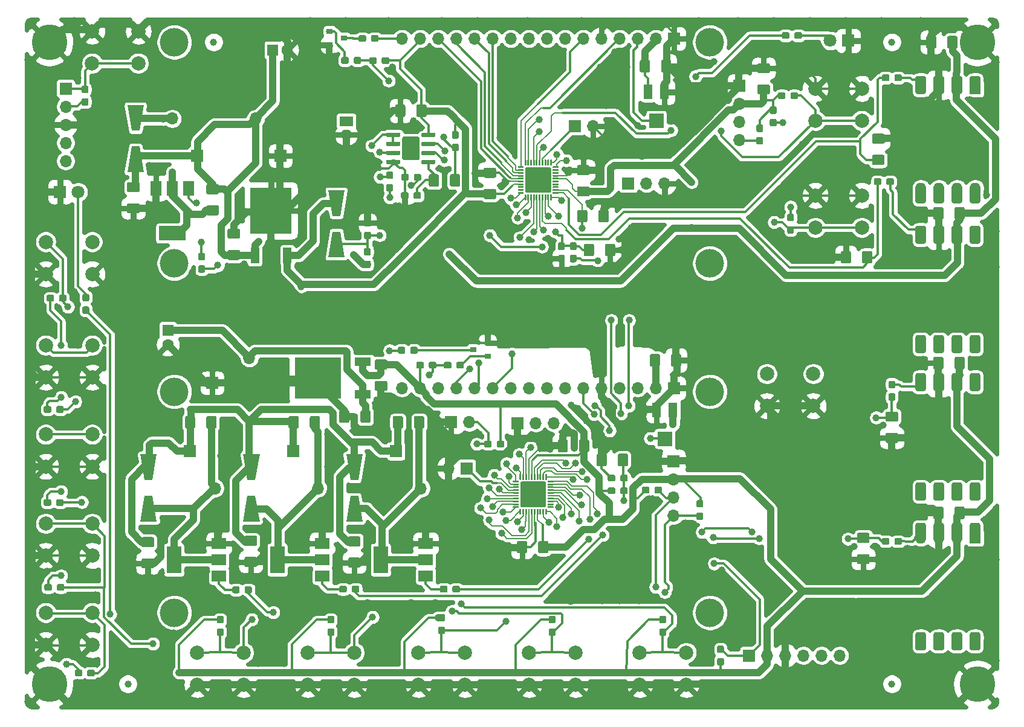
<source format=gbr>
G04 #@! TF.GenerationSoftware,KiCad,Pcbnew,(5.1.5-0-10_14)*
G04 #@! TF.CreationDate,2020-07-08T15:30:13+02:00*
G04 #@! TF.ProjectId,Main_Board_v1_3_smd,4d61696e-5f42-46f6-9172-645f76315f33,rev?*
G04 #@! TF.SameCoordinates,Original*
G04 #@! TF.FileFunction,Copper,L1,Top*
G04 #@! TF.FilePolarity,Positive*
%FSLAX46Y46*%
G04 Gerber Fmt 4.6, Leading zero omitted, Abs format (unit mm)*
G04 Created by KiCad (PCBNEW (5.1.5-0-10_14)) date 2020-07-08 15:30:13*
%MOMM*%
%LPD*%
G04 APERTURE LIST*
%ADD10O,1.700000X1.700000*%
%ADD11R,1.700000X1.700000*%
%ADD12O,1.600000X1.600000*%
%ADD13R,1.600000X1.600000*%
%ADD14C,0.100000*%
%ADD15C,0.600000*%
%ADD16C,4.000000*%
%ADD17R,1.900000X1.400000*%
%ADD18O,1.600000X1.400000*%
%ADD19C,5.000000*%
%ADD20C,1.000000*%
%ADD21C,2.000000*%
%ADD22R,0.900000X0.800000*%
%ADD23R,6.400000X5.800000*%
%ADD24R,2.200000X1.200000*%
%ADD25R,2.000000X1.500000*%
%ADD26R,2.000000X3.800000*%
%ADD27C,1.800000*%
%ADD28R,1.800000X1.800000*%
%ADD29R,1.300000X2.000000*%
%ADD30R,2.000000X2.000000*%
%ADD31R,1.500000X2.000000*%
%ADD32R,3.800000X2.000000*%
%ADD33R,5.800000X6.400000*%
%ADD34R,1.200000X2.200000*%
%ADD35C,1.600000*%
%ADD36C,1.000000*%
%ADD37C,0.350000*%
%ADD38C,0.200000*%
%ADD39C,0.600000*%
G04 APERTURE END LIST*
D10*
X33641814Y-53529383D03*
X33641814Y-50989383D03*
X33641814Y-48449383D03*
X33641814Y-45909383D03*
D11*
X33641814Y-43369383D03*
D12*
X161040594Y-120339383D03*
X153420594Y-106369383D03*
X158500594Y-120339383D03*
X155960594Y-106369383D03*
X155960594Y-120339383D03*
X158500594Y-106369383D03*
X153420594Y-120339383D03*
D13*
X161040594Y-106369383D03*
D12*
X161035514Y-57339383D03*
X153415514Y-43369383D03*
X158495514Y-57339383D03*
X155955514Y-43369383D03*
X155955514Y-57339383D03*
X158495514Y-43369383D03*
X153415514Y-57339383D03*
D13*
X161035514Y-43369383D03*
G04 #@! TA.AperFunction,SMDPad,CuDef*
D14*
G36*
X97044180Y-101943584D02*
G01*
X97050247Y-101944484D01*
X97056197Y-101945974D01*
X97061972Y-101948041D01*
X97067516Y-101950663D01*
X97072777Y-101953816D01*
X97077704Y-101957470D01*
X97082248Y-101961589D01*
X97086367Y-101966133D01*
X97090021Y-101971060D01*
X97093174Y-101976321D01*
X97095796Y-101981865D01*
X97097863Y-101987640D01*
X97099353Y-101993590D01*
X97100253Y-101999657D01*
X97100554Y-102005783D01*
X97100554Y-102130783D01*
X97100253Y-102136909D01*
X97099353Y-102142976D01*
X97097863Y-102148926D01*
X97095796Y-102154701D01*
X97093174Y-102160245D01*
X97090021Y-102165506D01*
X97086367Y-102170433D01*
X97082248Y-102174977D01*
X97077704Y-102179096D01*
X97072777Y-102182750D01*
X97067516Y-102185903D01*
X97061972Y-102188525D01*
X97056197Y-102190592D01*
X97050247Y-102192082D01*
X97044180Y-102192982D01*
X97038054Y-102193283D01*
X96338054Y-102193283D01*
X96331928Y-102192982D01*
X96325861Y-102192082D01*
X96319911Y-102190592D01*
X96314136Y-102188525D01*
X96308592Y-102185903D01*
X96303331Y-102182750D01*
X96298404Y-102179096D01*
X96293860Y-102174977D01*
X96289741Y-102170433D01*
X96286087Y-102165506D01*
X96282934Y-102160245D01*
X96280312Y-102154701D01*
X96278245Y-102148926D01*
X96276755Y-102142976D01*
X96275855Y-102136909D01*
X96275554Y-102130783D01*
X96275554Y-102005783D01*
X96275855Y-101999657D01*
X96276755Y-101993590D01*
X96278245Y-101987640D01*
X96280312Y-101981865D01*
X96282934Y-101976321D01*
X96286087Y-101971060D01*
X96289741Y-101966133D01*
X96293860Y-101961589D01*
X96298404Y-101957470D01*
X96303331Y-101953816D01*
X96308592Y-101950663D01*
X96314136Y-101948041D01*
X96319911Y-101945974D01*
X96325861Y-101944484D01*
X96331928Y-101943584D01*
X96338054Y-101943283D01*
X97038054Y-101943283D01*
X97044180Y-101943584D01*
G37*
G04 #@! TD.AperFunction*
G04 #@! TA.AperFunction,SMDPad,CuDef*
G36*
X97044180Y-101543584D02*
G01*
X97050247Y-101544484D01*
X97056197Y-101545974D01*
X97061972Y-101548041D01*
X97067516Y-101550663D01*
X97072777Y-101553816D01*
X97077704Y-101557470D01*
X97082248Y-101561589D01*
X97086367Y-101566133D01*
X97090021Y-101571060D01*
X97093174Y-101576321D01*
X97095796Y-101581865D01*
X97097863Y-101587640D01*
X97099353Y-101593590D01*
X97100253Y-101599657D01*
X97100554Y-101605783D01*
X97100554Y-101730783D01*
X97100253Y-101736909D01*
X97099353Y-101742976D01*
X97097863Y-101748926D01*
X97095796Y-101754701D01*
X97093174Y-101760245D01*
X97090021Y-101765506D01*
X97086367Y-101770433D01*
X97082248Y-101774977D01*
X97077704Y-101779096D01*
X97072777Y-101782750D01*
X97067516Y-101785903D01*
X97061972Y-101788525D01*
X97056197Y-101790592D01*
X97050247Y-101792082D01*
X97044180Y-101792982D01*
X97038054Y-101793283D01*
X96338054Y-101793283D01*
X96331928Y-101792982D01*
X96325861Y-101792082D01*
X96319911Y-101790592D01*
X96314136Y-101788525D01*
X96308592Y-101785903D01*
X96303331Y-101782750D01*
X96298404Y-101779096D01*
X96293860Y-101774977D01*
X96289741Y-101770433D01*
X96286087Y-101765506D01*
X96282934Y-101760245D01*
X96280312Y-101754701D01*
X96278245Y-101748926D01*
X96276755Y-101742976D01*
X96275855Y-101736909D01*
X96275554Y-101730783D01*
X96275554Y-101605783D01*
X96275855Y-101599657D01*
X96276755Y-101593590D01*
X96278245Y-101587640D01*
X96280312Y-101581865D01*
X96282934Y-101576321D01*
X96286087Y-101571060D01*
X96289741Y-101566133D01*
X96293860Y-101561589D01*
X96298404Y-101557470D01*
X96303331Y-101553816D01*
X96308592Y-101550663D01*
X96314136Y-101548041D01*
X96319911Y-101545974D01*
X96325861Y-101544484D01*
X96331928Y-101543584D01*
X96338054Y-101543283D01*
X97038054Y-101543283D01*
X97044180Y-101543584D01*
G37*
G04 #@! TD.AperFunction*
G04 #@! TA.AperFunction,SMDPad,CuDef*
G36*
X97044180Y-101143584D02*
G01*
X97050247Y-101144484D01*
X97056197Y-101145974D01*
X97061972Y-101148041D01*
X97067516Y-101150663D01*
X97072777Y-101153816D01*
X97077704Y-101157470D01*
X97082248Y-101161589D01*
X97086367Y-101166133D01*
X97090021Y-101171060D01*
X97093174Y-101176321D01*
X97095796Y-101181865D01*
X97097863Y-101187640D01*
X97099353Y-101193590D01*
X97100253Y-101199657D01*
X97100554Y-101205783D01*
X97100554Y-101330783D01*
X97100253Y-101336909D01*
X97099353Y-101342976D01*
X97097863Y-101348926D01*
X97095796Y-101354701D01*
X97093174Y-101360245D01*
X97090021Y-101365506D01*
X97086367Y-101370433D01*
X97082248Y-101374977D01*
X97077704Y-101379096D01*
X97072777Y-101382750D01*
X97067516Y-101385903D01*
X97061972Y-101388525D01*
X97056197Y-101390592D01*
X97050247Y-101392082D01*
X97044180Y-101392982D01*
X97038054Y-101393283D01*
X96338054Y-101393283D01*
X96331928Y-101392982D01*
X96325861Y-101392082D01*
X96319911Y-101390592D01*
X96314136Y-101388525D01*
X96308592Y-101385903D01*
X96303331Y-101382750D01*
X96298404Y-101379096D01*
X96293860Y-101374977D01*
X96289741Y-101370433D01*
X96286087Y-101365506D01*
X96282934Y-101360245D01*
X96280312Y-101354701D01*
X96278245Y-101348926D01*
X96276755Y-101342976D01*
X96275855Y-101336909D01*
X96275554Y-101330783D01*
X96275554Y-101205783D01*
X96275855Y-101199657D01*
X96276755Y-101193590D01*
X96278245Y-101187640D01*
X96280312Y-101181865D01*
X96282934Y-101176321D01*
X96286087Y-101171060D01*
X96289741Y-101166133D01*
X96293860Y-101161589D01*
X96298404Y-101157470D01*
X96303331Y-101153816D01*
X96308592Y-101150663D01*
X96314136Y-101148041D01*
X96319911Y-101145974D01*
X96325861Y-101144484D01*
X96331928Y-101143584D01*
X96338054Y-101143283D01*
X97038054Y-101143283D01*
X97044180Y-101143584D01*
G37*
G04 #@! TD.AperFunction*
G04 #@! TA.AperFunction,SMDPad,CuDef*
G36*
X97044180Y-100743584D02*
G01*
X97050247Y-100744484D01*
X97056197Y-100745974D01*
X97061972Y-100748041D01*
X97067516Y-100750663D01*
X97072777Y-100753816D01*
X97077704Y-100757470D01*
X97082248Y-100761589D01*
X97086367Y-100766133D01*
X97090021Y-100771060D01*
X97093174Y-100776321D01*
X97095796Y-100781865D01*
X97097863Y-100787640D01*
X97099353Y-100793590D01*
X97100253Y-100799657D01*
X97100554Y-100805783D01*
X97100554Y-100930783D01*
X97100253Y-100936909D01*
X97099353Y-100942976D01*
X97097863Y-100948926D01*
X97095796Y-100954701D01*
X97093174Y-100960245D01*
X97090021Y-100965506D01*
X97086367Y-100970433D01*
X97082248Y-100974977D01*
X97077704Y-100979096D01*
X97072777Y-100982750D01*
X97067516Y-100985903D01*
X97061972Y-100988525D01*
X97056197Y-100990592D01*
X97050247Y-100992082D01*
X97044180Y-100992982D01*
X97038054Y-100993283D01*
X96338054Y-100993283D01*
X96331928Y-100992982D01*
X96325861Y-100992082D01*
X96319911Y-100990592D01*
X96314136Y-100988525D01*
X96308592Y-100985903D01*
X96303331Y-100982750D01*
X96298404Y-100979096D01*
X96293860Y-100974977D01*
X96289741Y-100970433D01*
X96286087Y-100965506D01*
X96282934Y-100960245D01*
X96280312Y-100954701D01*
X96278245Y-100948926D01*
X96276755Y-100942976D01*
X96275855Y-100936909D01*
X96275554Y-100930783D01*
X96275554Y-100805783D01*
X96275855Y-100799657D01*
X96276755Y-100793590D01*
X96278245Y-100787640D01*
X96280312Y-100781865D01*
X96282934Y-100776321D01*
X96286087Y-100771060D01*
X96289741Y-100766133D01*
X96293860Y-100761589D01*
X96298404Y-100757470D01*
X96303331Y-100753816D01*
X96308592Y-100750663D01*
X96314136Y-100748041D01*
X96319911Y-100745974D01*
X96325861Y-100744484D01*
X96331928Y-100743584D01*
X96338054Y-100743283D01*
X97038054Y-100743283D01*
X97044180Y-100743584D01*
G37*
G04 #@! TD.AperFunction*
G04 #@! TA.AperFunction,SMDPad,CuDef*
G36*
X97044180Y-100343584D02*
G01*
X97050247Y-100344484D01*
X97056197Y-100345974D01*
X97061972Y-100348041D01*
X97067516Y-100350663D01*
X97072777Y-100353816D01*
X97077704Y-100357470D01*
X97082248Y-100361589D01*
X97086367Y-100366133D01*
X97090021Y-100371060D01*
X97093174Y-100376321D01*
X97095796Y-100381865D01*
X97097863Y-100387640D01*
X97099353Y-100393590D01*
X97100253Y-100399657D01*
X97100554Y-100405783D01*
X97100554Y-100530783D01*
X97100253Y-100536909D01*
X97099353Y-100542976D01*
X97097863Y-100548926D01*
X97095796Y-100554701D01*
X97093174Y-100560245D01*
X97090021Y-100565506D01*
X97086367Y-100570433D01*
X97082248Y-100574977D01*
X97077704Y-100579096D01*
X97072777Y-100582750D01*
X97067516Y-100585903D01*
X97061972Y-100588525D01*
X97056197Y-100590592D01*
X97050247Y-100592082D01*
X97044180Y-100592982D01*
X97038054Y-100593283D01*
X96338054Y-100593283D01*
X96331928Y-100592982D01*
X96325861Y-100592082D01*
X96319911Y-100590592D01*
X96314136Y-100588525D01*
X96308592Y-100585903D01*
X96303331Y-100582750D01*
X96298404Y-100579096D01*
X96293860Y-100574977D01*
X96289741Y-100570433D01*
X96286087Y-100565506D01*
X96282934Y-100560245D01*
X96280312Y-100554701D01*
X96278245Y-100548926D01*
X96276755Y-100542976D01*
X96275855Y-100536909D01*
X96275554Y-100530783D01*
X96275554Y-100405783D01*
X96275855Y-100399657D01*
X96276755Y-100393590D01*
X96278245Y-100387640D01*
X96280312Y-100381865D01*
X96282934Y-100376321D01*
X96286087Y-100371060D01*
X96289741Y-100366133D01*
X96293860Y-100361589D01*
X96298404Y-100357470D01*
X96303331Y-100353816D01*
X96308592Y-100350663D01*
X96314136Y-100348041D01*
X96319911Y-100345974D01*
X96325861Y-100344484D01*
X96331928Y-100343584D01*
X96338054Y-100343283D01*
X97038054Y-100343283D01*
X97044180Y-100343584D01*
G37*
G04 #@! TD.AperFunction*
G04 #@! TA.AperFunction,SMDPad,CuDef*
G36*
X97044180Y-99943584D02*
G01*
X97050247Y-99944484D01*
X97056197Y-99945974D01*
X97061972Y-99948041D01*
X97067516Y-99950663D01*
X97072777Y-99953816D01*
X97077704Y-99957470D01*
X97082248Y-99961589D01*
X97086367Y-99966133D01*
X97090021Y-99971060D01*
X97093174Y-99976321D01*
X97095796Y-99981865D01*
X97097863Y-99987640D01*
X97099353Y-99993590D01*
X97100253Y-99999657D01*
X97100554Y-100005783D01*
X97100554Y-100130783D01*
X97100253Y-100136909D01*
X97099353Y-100142976D01*
X97097863Y-100148926D01*
X97095796Y-100154701D01*
X97093174Y-100160245D01*
X97090021Y-100165506D01*
X97086367Y-100170433D01*
X97082248Y-100174977D01*
X97077704Y-100179096D01*
X97072777Y-100182750D01*
X97067516Y-100185903D01*
X97061972Y-100188525D01*
X97056197Y-100190592D01*
X97050247Y-100192082D01*
X97044180Y-100192982D01*
X97038054Y-100193283D01*
X96338054Y-100193283D01*
X96331928Y-100192982D01*
X96325861Y-100192082D01*
X96319911Y-100190592D01*
X96314136Y-100188525D01*
X96308592Y-100185903D01*
X96303331Y-100182750D01*
X96298404Y-100179096D01*
X96293860Y-100174977D01*
X96289741Y-100170433D01*
X96286087Y-100165506D01*
X96282934Y-100160245D01*
X96280312Y-100154701D01*
X96278245Y-100148926D01*
X96276755Y-100142976D01*
X96275855Y-100136909D01*
X96275554Y-100130783D01*
X96275554Y-100005783D01*
X96275855Y-99999657D01*
X96276755Y-99993590D01*
X96278245Y-99987640D01*
X96280312Y-99981865D01*
X96282934Y-99976321D01*
X96286087Y-99971060D01*
X96289741Y-99966133D01*
X96293860Y-99961589D01*
X96298404Y-99957470D01*
X96303331Y-99953816D01*
X96308592Y-99950663D01*
X96314136Y-99948041D01*
X96319911Y-99945974D01*
X96325861Y-99944484D01*
X96331928Y-99943584D01*
X96338054Y-99943283D01*
X97038054Y-99943283D01*
X97044180Y-99943584D01*
G37*
G04 #@! TD.AperFunction*
G04 #@! TA.AperFunction,SMDPad,CuDef*
G36*
X97044180Y-99543584D02*
G01*
X97050247Y-99544484D01*
X97056197Y-99545974D01*
X97061972Y-99548041D01*
X97067516Y-99550663D01*
X97072777Y-99553816D01*
X97077704Y-99557470D01*
X97082248Y-99561589D01*
X97086367Y-99566133D01*
X97090021Y-99571060D01*
X97093174Y-99576321D01*
X97095796Y-99581865D01*
X97097863Y-99587640D01*
X97099353Y-99593590D01*
X97100253Y-99599657D01*
X97100554Y-99605783D01*
X97100554Y-99730783D01*
X97100253Y-99736909D01*
X97099353Y-99742976D01*
X97097863Y-99748926D01*
X97095796Y-99754701D01*
X97093174Y-99760245D01*
X97090021Y-99765506D01*
X97086367Y-99770433D01*
X97082248Y-99774977D01*
X97077704Y-99779096D01*
X97072777Y-99782750D01*
X97067516Y-99785903D01*
X97061972Y-99788525D01*
X97056197Y-99790592D01*
X97050247Y-99792082D01*
X97044180Y-99792982D01*
X97038054Y-99793283D01*
X96338054Y-99793283D01*
X96331928Y-99792982D01*
X96325861Y-99792082D01*
X96319911Y-99790592D01*
X96314136Y-99788525D01*
X96308592Y-99785903D01*
X96303331Y-99782750D01*
X96298404Y-99779096D01*
X96293860Y-99774977D01*
X96289741Y-99770433D01*
X96286087Y-99765506D01*
X96282934Y-99760245D01*
X96280312Y-99754701D01*
X96278245Y-99748926D01*
X96276755Y-99742976D01*
X96275855Y-99736909D01*
X96275554Y-99730783D01*
X96275554Y-99605783D01*
X96275855Y-99599657D01*
X96276755Y-99593590D01*
X96278245Y-99587640D01*
X96280312Y-99581865D01*
X96282934Y-99576321D01*
X96286087Y-99571060D01*
X96289741Y-99566133D01*
X96293860Y-99561589D01*
X96298404Y-99557470D01*
X96303331Y-99553816D01*
X96308592Y-99550663D01*
X96314136Y-99548041D01*
X96319911Y-99545974D01*
X96325861Y-99544484D01*
X96331928Y-99543584D01*
X96338054Y-99543283D01*
X97038054Y-99543283D01*
X97044180Y-99543584D01*
G37*
G04 #@! TD.AperFunction*
G04 #@! TA.AperFunction,SMDPad,CuDef*
G36*
X97044180Y-99143584D02*
G01*
X97050247Y-99144484D01*
X97056197Y-99145974D01*
X97061972Y-99148041D01*
X97067516Y-99150663D01*
X97072777Y-99153816D01*
X97077704Y-99157470D01*
X97082248Y-99161589D01*
X97086367Y-99166133D01*
X97090021Y-99171060D01*
X97093174Y-99176321D01*
X97095796Y-99181865D01*
X97097863Y-99187640D01*
X97099353Y-99193590D01*
X97100253Y-99199657D01*
X97100554Y-99205783D01*
X97100554Y-99330783D01*
X97100253Y-99336909D01*
X97099353Y-99342976D01*
X97097863Y-99348926D01*
X97095796Y-99354701D01*
X97093174Y-99360245D01*
X97090021Y-99365506D01*
X97086367Y-99370433D01*
X97082248Y-99374977D01*
X97077704Y-99379096D01*
X97072777Y-99382750D01*
X97067516Y-99385903D01*
X97061972Y-99388525D01*
X97056197Y-99390592D01*
X97050247Y-99392082D01*
X97044180Y-99392982D01*
X97038054Y-99393283D01*
X96338054Y-99393283D01*
X96331928Y-99392982D01*
X96325861Y-99392082D01*
X96319911Y-99390592D01*
X96314136Y-99388525D01*
X96308592Y-99385903D01*
X96303331Y-99382750D01*
X96298404Y-99379096D01*
X96293860Y-99374977D01*
X96289741Y-99370433D01*
X96286087Y-99365506D01*
X96282934Y-99360245D01*
X96280312Y-99354701D01*
X96278245Y-99348926D01*
X96276755Y-99342976D01*
X96275855Y-99336909D01*
X96275554Y-99330783D01*
X96275554Y-99205783D01*
X96275855Y-99199657D01*
X96276755Y-99193590D01*
X96278245Y-99187640D01*
X96280312Y-99181865D01*
X96282934Y-99176321D01*
X96286087Y-99171060D01*
X96289741Y-99166133D01*
X96293860Y-99161589D01*
X96298404Y-99157470D01*
X96303331Y-99153816D01*
X96308592Y-99150663D01*
X96314136Y-99148041D01*
X96319911Y-99145974D01*
X96325861Y-99144484D01*
X96331928Y-99143584D01*
X96338054Y-99143283D01*
X97038054Y-99143283D01*
X97044180Y-99143584D01*
G37*
G04 #@! TD.AperFunction*
G04 #@! TA.AperFunction,SMDPad,CuDef*
G36*
X97044180Y-98743584D02*
G01*
X97050247Y-98744484D01*
X97056197Y-98745974D01*
X97061972Y-98748041D01*
X97067516Y-98750663D01*
X97072777Y-98753816D01*
X97077704Y-98757470D01*
X97082248Y-98761589D01*
X97086367Y-98766133D01*
X97090021Y-98771060D01*
X97093174Y-98776321D01*
X97095796Y-98781865D01*
X97097863Y-98787640D01*
X97099353Y-98793590D01*
X97100253Y-98799657D01*
X97100554Y-98805783D01*
X97100554Y-98930783D01*
X97100253Y-98936909D01*
X97099353Y-98942976D01*
X97097863Y-98948926D01*
X97095796Y-98954701D01*
X97093174Y-98960245D01*
X97090021Y-98965506D01*
X97086367Y-98970433D01*
X97082248Y-98974977D01*
X97077704Y-98979096D01*
X97072777Y-98982750D01*
X97067516Y-98985903D01*
X97061972Y-98988525D01*
X97056197Y-98990592D01*
X97050247Y-98992082D01*
X97044180Y-98992982D01*
X97038054Y-98993283D01*
X96338054Y-98993283D01*
X96331928Y-98992982D01*
X96325861Y-98992082D01*
X96319911Y-98990592D01*
X96314136Y-98988525D01*
X96308592Y-98985903D01*
X96303331Y-98982750D01*
X96298404Y-98979096D01*
X96293860Y-98974977D01*
X96289741Y-98970433D01*
X96286087Y-98965506D01*
X96282934Y-98960245D01*
X96280312Y-98954701D01*
X96278245Y-98948926D01*
X96276755Y-98942976D01*
X96275855Y-98936909D01*
X96275554Y-98930783D01*
X96275554Y-98805783D01*
X96275855Y-98799657D01*
X96276755Y-98793590D01*
X96278245Y-98787640D01*
X96280312Y-98781865D01*
X96282934Y-98776321D01*
X96286087Y-98771060D01*
X96289741Y-98766133D01*
X96293860Y-98761589D01*
X96298404Y-98757470D01*
X96303331Y-98753816D01*
X96308592Y-98750663D01*
X96314136Y-98748041D01*
X96319911Y-98745974D01*
X96325861Y-98744484D01*
X96331928Y-98743584D01*
X96338054Y-98743283D01*
X97038054Y-98743283D01*
X97044180Y-98743584D01*
G37*
G04 #@! TD.AperFunction*
G04 #@! TA.AperFunction,SMDPad,CuDef*
G36*
X97044180Y-98343584D02*
G01*
X97050247Y-98344484D01*
X97056197Y-98345974D01*
X97061972Y-98348041D01*
X97067516Y-98350663D01*
X97072777Y-98353816D01*
X97077704Y-98357470D01*
X97082248Y-98361589D01*
X97086367Y-98366133D01*
X97090021Y-98371060D01*
X97093174Y-98376321D01*
X97095796Y-98381865D01*
X97097863Y-98387640D01*
X97099353Y-98393590D01*
X97100253Y-98399657D01*
X97100554Y-98405783D01*
X97100554Y-98530783D01*
X97100253Y-98536909D01*
X97099353Y-98542976D01*
X97097863Y-98548926D01*
X97095796Y-98554701D01*
X97093174Y-98560245D01*
X97090021Y-98565506D01*
X97086367Y-98570433D01*
X97082248Y-98574977D01*
X97077704Y-98579096D01*
X97072777Y-98582750D01*
X97067516Y-98585903D01*
X97061972Y-98588525D01*
X97056197Y-98590592D01*
X97050247Y-98592082D01*
X97044180Y-98592982D01*
X97038054Y-98593283D01*
X96338054Y-98593283D01*
X96331928Y-98592982D01*
X96325861Y-98592082D01*
X96319911Y-98590592D01*
X96314136Y-98588525D01*
X96308592Y-98585903D01*
X96303331Y-98582750D01*
X96298404Y-98579096D01*
X96293860Y-98574977D01*
X96289741Y-98570433D01*
X96286087Y-98565506D01*
X96282934Y-98560245D01*
X96280312Y-98554701D01*
X96278245Y-98548926D01*
X96276755Y-98542976D01*
X96275855Y-98536909D01*
X96275554Y-98530783D01*
X96275554Y-98405783D01*
X96275855Y-98399657D01*
X96276755Y-98393590D01*
X96278245Y-98387640D01*
X96280312Y-98381865D01*
X96282934Y-98376321D01*
X96286087Y-98371060D01*
X96289741Y-98366133D01*
X96293860Y-98361589D01*
X96298404Y-98357470D01*
X96303331Y-98353816D01*
X96308592Y-98350663D01*
X96314136Y-98348041D01*
X96319911Y-98345974D01*
X96325861Y-98344484D01*
X96331928Y-98343584D01*
X96338054Y-98343283D01*
X97038054Y-98343283D01*
X97044180Y-98343584D01*
G37*
G04 #@! TD.AperFunction*
G04 #@! TA.AperFunction,SMDPad,CuDef*
G36*
X97394180Y-97418584D02*
G01*
X97400247Y-97419484D01*
X97406197Y-97420974D01*
X97411972Y-97423041D01*
X97417516Y-97425663D01*
X97422777Y-97428816D01*
X97427704Y-97432470D01*
X97432248Y-97436589D01*
X97436367Y-97441133D01*
X97440021Y-97446060D01*
X97443174Y-97451321D01*
X97445796Y-97456865D01*
X97447863Y-97462640D01*
X97449353Y-97468590D01*
X97450253Y-97474657D01*
X97450554Y-97480783D01*
X97450554Y-98180783D01*
X97450253Y-98186909D01*
X97449353Y-98192976D01*
X97447863Y-98198926D01*
X97445796Y-98204701D01*
X97443174Y-98210245D01*
X97440021Y-98215506D01*
X97436367Y-98220433D01*
X97432248Y-98224977D01*
X97427704Y-98229096D01*
X97422777Y-98232750D01*
X97417516Y-98235903D01*
X97411972Y-98238525D01*
X97406197Y-98240592D01*
X97400247Y-98242082D01*
X97394180Y-98242982D01*
X97388054Y-98243283D01*
X97263054Y-98243283D01*
X97256928Y-98242982D01*
X97250861Y-98242082D01*
X97244911Y-98240592D01*
X97239136Y-98238525D01*
X97233592Y-98235903D01*
X97228331Y-98232750D01*
X97223404Y-98229096D01*
X97218860Y-98224977D01*
X97214741Y-98220433D01*
X97211087Y-98215506D01*
X97207934Y-98210245D01*
X97205312Y-98204701D01*
X97203245Y-98198926D01*
X97201755Y-98192976D01*
X97200855Y-98186909D01*
X97200554Y-98180783D01*
X97200554Y-97480783D01*
X97200855Y-97474657D01*
X97201755Y-97468590D01*
X97203245Y-97462640D01*
X97205312Y-97456865D01*
X97207934Y-97451321D01*
X97211087Y-97446060D01*
X97214741Y-97441133D01*
X97218860Y-97436589D01*
X97223404Y-97432470D01*
X97228331Y-97428816D01*
X97233592Y-97425663D01*
X97239136Y-97423041D01*
X97244911Y-97420974D01*
X97250861Y-97419484D01*
X97256928Y-97418584D01*
X97263054Y-97418283D01*
X97388054Y-97418283D01*
X97394180Y-97418584D01*
G37*
G04 #@! TD.AperFunction*
G04 #@! TA.AperFunction,SMDPad,CuDef*
G36*
X97794180Y-97418584D02*
G01*
X97800247Y-97419484D01*
X97806197Y-97420974D01*
X97811972Y-97423041D01*
X97817516Y-97425663D01*
X97822777Y-97428816D01*
X97827704Y-97432470D01*
X97832248Y-97436589D01*
X97836367Y-97441133D01*
X97840021Y-97446060D01*
X97843174Y-97451321D01*
X97845796Y-97456865D01*
X97847863Y-97462640D01*
X97849353Y-97468590D01*
X97850253Y-97474657D01*
X97850554Y-97480783D01*
X97850554Y-98180783D01*
X97850253Y-98186909D01*
X97849353Y-98192976D01*
X97847863Y-98198926D01*
X97845796Y-98204701D01*
X97843174Y-98210245D01*
X97840021Y-98215506D01*
X97836367Y-98220433D01*
X97832248Y-98224977D01*
X97827704Y-98229096D01*
X97822777Y-98232750D01*
X97817516Y-98235903D01*
X97811972Y-98238525D01*
X97806197Y-98240592D01*
X97800247Y-98242082D01*
X97794180Y-98242982D01*
X97788054Y-98243283D01*
X97663054Y-98243283D01*
X97656928Y-98242982D01*
X97650861Y-98242082D01*
X97644911Y-98240592D01*
X97639136Y-98238525D01*
X97633592Y-98235903D01*
X97628331Y-98232750D01*
X97623404Y-98229096D01*
X97618860Y-98224977D01*
X97614741Y-98220433D01*
X97611087Y-98215506D01*
X97607934Y-98210245D01*
X97605312Y-98204701D01*
X97603245Y-98198926D01*
X97601755Y-98192976D01*
X97600855Y-98186909D01*
X97600554Y-98180783D01*
X97600554Y-97480783D01*
X97600855Y-97474657D01*
X97601755Y-97468590D01*
X97603245Y-97462640D01*
X97605312Y-97456865D01*
X97607934Y-97451321D01*
X97611087Y-97446060D01*
X97614741Y-97441133D01*
X97618860Y-97436589D01*
X97623404Y-97432470D01*
X97628331Y-97428816D01*
X97633592Y-97425663D01*
X97639136Y-97423041D01*
X97644911Y-97420974D01*
X97650861Y-97419484D01*
X97656928Y-97418584D01*
X97663054Y-97418283D01*
X97788054Y-97418283D01*
X97794180Y-97418584D01*
G37*
G04 #@! TD.AperFunction*
G04 #@! TA.AperFunction,SMDPad,CuDef*
G36*
X98194180Y-97418584D02*
G01*
X98200247Y-97419484D01*
X98206197Y-97420974D01*
X98211972Y-97423041D01*
X98217516Y-97425663D01*
X98222777Y-97428816D01*
X98227704Y-97432470D01*
X98232248Y-97436589D01*
X98236367Y-97441133D01*
X98240021Y-97446060D01*
X98243174Y-97451321D01*
X98245796Y-97456865D01*
X98247863Y-97462640D01*
X98249353Y-97468590D01*
X98250253Y-97474657D01*
X98250554Y-97480783D01*
X98250554Y-98180783D01*
X98250253Y-98186909D01*
X98249353Y-98192976D01*
X98247863Y-98198926D01*
X98245796Y-98204701D01*
X98243174Y-98210245D01*
X98240021Y-98215506D01*
X98236367Y-98220433D01*
X98232248Y-98224977D01*
X98227704Y-98229096D01*
X98222777Y-98232750D01*
X98217516Y-98235903D01*
X98211972Y-98238525D01*
X98206197Y-98240592D01*
X98200247Y-98242082D01*
X98194180Y-98242982D01*
X98188054Y-98243283D01*
X98063054Y-98243283D01*
X98056928Y-98242982D01*
X98050861Y-98242082D01*
X98044911Y-98240592D01*
X98039136Y-98238525D01*
X98033592Y-98235903D01*
X98028331Y-98232750D01*
X98023404Y-98229096D01*
X98018860Y-98224977D01*
X98014741Y-98220433D01*
X98011087Y-98215506D01*
X98007934Y-98210245D01*
X98005312Y-98204701D01*
X98003245Y-98198926D01*
X98001755Y-98192976D01*
X98000855Y-98186909D01*
X98000554Y-98180783D01*
X98000554Y-97480783D01*
X98000855Y-97474657D01*
X98001755Y-97468590D01*
X98003245Y-97462640D01*
X98005312Y-97456865D01*
X98007934Y-97451321D01*
X98011087Y-97446060D01*
X98014741Y-97441133D01*
X98018860Y-97436589D01*
X98023404Y-97432470D01*
X98028331Y-97428816D01*
X98033592Y-97425663D01*
X98039136Y-97423041D01*
X98044911Y-97420974D01*
X98050861Y-97419484D01*
X98056928Y-97418584D01*
X98063054Y-97418283D01*
X98188054Y-97418283D01*
X98194180Y-97418584D01*
G37*
G04 #@! TD.AperFunction*
G04 #@! TA.AperFunction,SMDPad,CuDef*
G36*
X98594180Y-97418584D02*
G01*
X98600247Y-97419484D01*
X98606197Y-97420974D01*
X98611972Y-97423041D01*
X98617516Y-97425663D01*
X98622777Y-97428816D01*
X98627704Y-97432470D01*
X98632248Y-97436589D01*
X98636367Y-97441133D01*
X98640021Y-97446060D01*
X98643174Y-97451321D01*
X98645796Y-97456865D01*
X98647863Y-97462640D01*
X98649353Y-97468590D01*
X98650253Y-97474657D01*
X98650554Y-97480783D01*
X98650554Y-98180783D01*
X98650253Y-98186909D01*
X98649353Y-98192976D01*
X98647863Y-98198926D01*
X98645796Y-98204701D01*
X98643174Y-98210245D01*
X98640021Y-98215506D01*
X98636367Y-98220433D01*
X98632248Y-98224977D01*
X98627704Y-98229096D01*
X98622777Y-98232750D01*
X98617516Y-98235903D01*
X98611972Y-98238525D01*
X98606197Y-98240592D01*
X98600247Y-98242082D01*
X98594180Y-98242982D01*
X98588054Y-98243283D01*
X98463054Y-98243283D01*
X98456928Y-98242982D01*
X98450861Y-98242082D01*
X98444911Y-98240592D01*
X98439136Y-98238525D01*
X98433592Y-98235903D01*
X98428331Y-98232750D01*
X98423404Y-98229096D01*
X98418860Y-98224977D01*
X98414741Y-98220433D01*
X98411087Y-98215506D01*
X98407934Y-98210245D01*
X98405312Y-98204701D01*
X98403245Y-98198926D01*
X98401755Y-98192976D01*
X98400855Y-98186909D01*
X98400554Y-98180783D01*
X98400554Y-97480783D01*
X98400855Y-97474657D01*
X98401755Y-97468590D01*
X98403245Y-97462640D01*
X98405312Y-97456865D01*
X98407934Y-97451321D01*
X98411087Y-97446060D01*
X98414741Y-97441133D01*
X98418860Y-97436589D01*
X98423404Y-97432470D01*
X98428331Y-97428816D01*
X98433592Y-97425663D01*
X98439136Y-97423041D01*
X98444911Y-97420974D01*
X98450861Y-97419484D01*
X98456928Y-97418584D01*
X98463054Y-97418283D01*
X98588054Y-97418283D01*
X98594180Y-97418584D01*
G37*
G04 #@! TD.AperFunction*
G04 #@! TA.AperFunction,SMDPad,CuDef*
G36*
X98994180Y-97418584D02*
G01*
X99000247Y-97419484D01*
X99006197Y-97420974D01*
X99011972Y-97423041D01*
X99017516Y-97425663D01*
X99022777Y-97428816D01*
X99027704Y-97432470D01*
X99032248Y-97436589D01*
X99036367Y-97441133D01*
X99040021Y-97446060D01*
X99043174Y-97451321D01*
X99045796Y-97456865D01*
X99047863Y-97462640D01*
X99049353Y-97468590D01*
X99050253Y-97474657D01*
X99050554Y-97480783D01*
X99050554Y-98180783D01*
X99050253Y-98186909D01*
X99049353Y-98192976D01*
X99047863Y-98198926D01*
X99045796Y-98204701D01*
X99043174Y-98210245D01*
X99040021Y-98215506D01*
X99036367Y-98220433D01*
X99032248Y-98224977D01*
X99027704Y-98229096D01*
X99022777Y-98232750D01*
X99017516Y-98235903D01*
X99011972Y-98238525D01*
X99006197Y-98240592D01*
X99000247Y-98242082D01*
X98994180Y-98242982D01*
X98988054Y-98243283D01*
X98863054Y-98243283D01*
X98856928Y-98242982D01*
X98850861Y-98242082D01*
X98844911Y-98240592D01*
X98839136Y-98238525D01*
X98833592Y-98235903D01*
X98828331Y-98232750D01*
X98823404Y-98229096D01*
X98818860Y-98224977D01*
X98814741Y-98220433D01*
X98811087Y-98215506D01*
X98807934Y-98210245D01*
X98805312Y-98204701D01*
X98803245Y-98198926D01*
X98801755Y-98192976D01*
X98800855Y-98186909D01*
X98800554Y-98180783D01*
X98800554Y-97480783D01*
X98800855Y-97474657D01*
X98801755Y-97468590D01*
X98803245Y-97462640D01*
X98805312Y-97456865D01*
X98807934Y-97451321D01*
X98811087Y-97446060D01*
X98814741Y-97441133D01*
X98818860Y-97436589D01*
X98823404Y-97432470D01*
X98828331Y-97428816D01*
X98833592Y-97425663D01*
X98839136Y-97423041D01*
X98844911Y-97420974D01*
X98850861Y-97419484D01*
X98856928Y-97418584D01*
X98863054Y-97418283D01*
X98988054Y-97418283D01*
X98994180Y-97418584D01*
G37*
G04 #@! TD.AperFunction*
G04 #@! TA.AperFunction,SMDPad,CuDef*
G36*
X99394180Y-97418584D02*
G01*
X99400247Y-97419484D01*
X99406197Y-97420974D01*
X99411972Y-97423041D01*
X99417516Y-97425663D01*
X99422777Y-97428816D01*
X99427704Y-97432470D01*
X99432248Y-97436589D01*
X99436367Y-97441133D01*
X99440021Y-97446060D01*
X99443174Y-97451321D01*
X99445796Y-97456865D01*
X99447863Y-97462640D01*
X99449353Y-97468590D01*
X99450253Y-97474657D01*
X99450554Y-97480783D01*
X99450554Y-98180783D01*
X99450253Y-98186909D01*
X99449353Y-98192976D01*
X99447863Y-98198926D01*
X99445796Y-98204701D01*
X99443174Y-98210245D01*
X99440021Y-98215506D01*
X99436367Y-98220433D01*
X99432248Y-98224977D01*
X99427704Y-98229096D01*
X99422777Y-98232750D01*
X99417516Y-98235903D01*
X99411972Y-98238525D01*
X99406197Y-98240592D01*
X99400247Y-98242082D01*
X99394180Y-98242982D01*
X99388054Y-98243283D01*
X99263054Y-98243283D01*
X99256928Y-98242982D01*
X99250861Y-98242082D01*
X99244911Y-98240592D01*
X99239136Y-98238525D01*
X99233592Y-98235903D01*
X99228331Y-98232750D01*
X99223404Y-98229096D01*
X99218860Y-98224977D01*
X99214741Y-98220433D01*
X99211087Y-98215506D01*
X99207934Y-98210245D01*
X99205312Y-98204701D01*
X99203245Y-98198926D01*
X99201755Y-98192976D01*
X99200855Y-98186909D01*
X99200554Y-98180783D01*
X99200554Y-97480783D01*
X99200855Y-97474657D01*
X99201755Y-97468590D01*
X99203245Y-97462640D01*
X99205312Y-97456865D01*
X99207934Y-97451321D01*
X99211087Y-97446060D01*
X99214741Y-97441133D01*
X99218860Y-97436589D01*
X99223404Y-97432470D01*
X99228331Y-97428816D01*
X99233592Y-97425663D01*
X99239136Y-97423041D01*
X99244911Y-97420974D01*
X99250861Y-97419484D01*
X99256928Y-97418584D01*
X99263054Y-97418283D01*
X99388054Y-97418283D01*
X99394180Y-97418584D01*
G37*
G04 #@! TD.AperFunction*
G04 #@! TA.AperFunction,SMDPad,CuDef*
G36*
X99794180Y-97418584D02*
G01*
X99800247Y-97419484D01*
X99806197Y-97420974D01*
X99811972Y-97423041D01*
X99817516Y-97425663D01*
X99822777Y-97428816D01*
X99827704Y-97432470D01*
X99832248Y-97436589D01*
X99836367Y-97441133D01*
X99840021Y-97446060D01*
X99843174Y-97451321D01*
X99845796Y-97456865D01*
X99847863Y-97462640D01*
X99849353Y-97468590D01*
X99850253Y-97474657D01*
X99850554Y-97480783D01*
X99850554Y-98180783D01*
X99850253Y-98186909D01*
X99849353Y-98192976D01*
X99847863Y-98198926D01*
X99845796Y-98204701D01*
X99843174Y-98210245D01*
X99840021Y-98215506D01*
X99836367Y-98220433D01*
X99832248Y-98224977D01*
X99827704Y-98229096D01*
X99822777Y-98232750D01*
X99817516Y-98235903D01*
X99811972Y-98238525D01*
X99806197Y-98240592D01*
X99800247Y-98242082D01*
X99794180Y-98242982D01*
X99788054Y-98243283D01*
X99663054Y-98243283D01*
X99656928Y-98242982D01*
X99650861Y-98242082D01*
X99644911Y-98240592D01*
X99639136Y-98238525D01*
X99633592Y-98235903D01*
X99628331Y-98232750D01*
X99623404Y-98229096D01*
X99618860Y-98224977D01*
X99614741Y-98220433D01*
X99611087Y-98215506D01*
X99607934Y-98210245D01*
X99605312Y-98204701D01*
X99603245Y-98198926D01*
X99601755Y-98192976D01*
X99600855Y-98186909D01*
X99600554Y-98180783D01*
X99600554Y-97480783D01*
X99600855Y-97474657D01*
X99601755Y-97468590D01*
X99603245Y-97462640D01*
X99605312Y-97456865D01*
X99607934Y-97451321D01*
X99611087Y-97446060D01*
X99614741Y-97441133D01*
X99618860Y-97436589D01*
X99623404Y-97432470D01*
X99628331Y-97428816D01*
X99633592Y-97425663D01*
X99639136Y-97423041D01*
X99644911Y-97420974D01*
X99650861Y-97419484D01*
X99656928Y-97418584D01*
X99663054Y-97418283D01*
X99788054Y-97418283D01*
X99794180Y-97418584D01*
G37*
G04 #@! TD.AperFunction*
G04 #@! TA.AperFunction,SMDPad,CuDef*
G36*
X100194180Y-97418584D02*
G01*
X100200247Y-97419484D01*
X100206197Y-97420974D01*
X100211972Y-97423041D01*
X100217516Y-97425663D01*
X100222777Y-97428816D01*
X100227704Y-97432470D01*
X100232248Y-97436589D01*
X100236367Y-97441133D01*
X100240021Y-97446060D01*
X100243174Y-97451321D01*
X100245796Y-97456865D01*
X100247863Y-97462640D01*
X100249353Y-97468590D01*
X100250253Y-97474657D01*
X100250554Y-97480783D01*
X100250554Y-98180783D01*
X100250253Y-98186909D01*
X100249353Y-98192976D01*
X100247863Y-98198926D01*
X100245796Y-98204701D01*
X100243174Y-98210245D01*
X100240021Y-98215506D01*
X100236367Y-98220433D01*
X100232248Y-98224977D01*
X100227704Y-98229096D01*
X100222777Y-98232750D01*
X100217516Y-98235903D01*
X100211972Y-98238525D01*
X100206197Y-98240592D01*
X100200247Y-98242082D01*
X100194180Y-98242982D01*
X100188054Y-98243283D01*
X100063054Y-98243283D01*
X100056928Y-98242982D01*
X100050861Y-98242082D01*
X100044911Y-98240592D01*
X100039136Y-98238525D01*
X100033592Y-98235903D01*
X100028331Y-98232750D01*
X100023404Y-98229096D01*
X100018860Y-98224977D01*
X100014741Y-98220433D01*
X100011087Y-98215506D01*
X100007934Y-98210245D01*
X100005312Y-98204701D01*
X100003245Y-98198926D01*
X100001755Y-98192976D01*
X100000855Y-98186909D01*
X100000554Y-98180783D01*
X100000554Y-97480783D01*
X100000855Y-97474657D01*
X100001755Y-97468590D01*
X100003245Y-97462640D01*
X100005312Y-97456865D01*
X100007934Y-97451321D01*
X100011087Y-97446060D01*
X100014741Y-97441133D01*
X100018860Y-97436589D01*
X100023404Y-97432470D01*
X100028331Y-97428816D01*
X100033592Y-97425663D01*
X100039136Y-97423041D01*
X100044911Y-97420974D01*
X100050861Y-97419484D01*
X100056928Y-97418584D01*
X100063054Y-97418283D01*
X100188054Y-97418283D01*
X100194180Y-97418584D01*
G37*
G04 #@! TD.AperFunction*
G04 #@! TA.AperFunction,SMDPad,CuDef*
G36*
X100594180Y-97418584D02*
G01*
X100600247Y-97419484D01*
X100606197Y-97420974D01*
X100611972Y-97423041D01*
X100617516Y-97425663D01*
X100622777Y-97428816D01*
X100627704Y-97432470D01*
X100632248Y-97436589D01*
X100636367Y-97441133D01*
X100640021Y-97446060D01*
X100643174Y-97451321D01*
X100645796Y-97456865D01*
X100647863Y-97462640D01*
X100649353Y-97468590D01*
X100650253Y-97474657D01*
X100650554Y-97480783D01*
X100650554Y-98180783D01*
X100650253Y-98186909D01*
X100649353Y-98192976D01*
X100647863Y-98198926D01*
X100645796Y-98204701D01*
X100643174Y-98210245D01*
X100640021Y-98215506D01*
X100636367Y-98220433D01*
X100632248Y-98224977D01*
X100627704Y-98229096D01*
X100622777Y-98232750D01*
X100617516Y-98235903D01*
X100611972Y-98238525D01*
X100606197Y-98240592D01*
X100600247Y-98242082D01*
X100594180Y-98242982D01*
X100588054Y-98243283D01*
X100463054Y-98243283D01*
X100456928Y-98242982D01*
X100450861Y-98242082D01*
X100444911Y-98240592D01*
X100439136Y-98238525D01*
X100433592Y-98235903D01*
X100428331Y-98232750D01*
X100423404Y-98229096D01*
X100418860Y-98224977D01*
X100414741Y-98220433D01*
X100411087Y-98215506D01*
X100407934Y-98210245D01*
X100405312Y-98204701D01*
X100403245Y-98198926D01*
X100401755Y-98192976D01*
X100400855Y-98186909D01*
X100400554Y-98180783D01*
X100400554Y-97480783D01*
X100400855Y-97474657D01*
X100401755Y-97468590D01*
X100403245Y-97462640D01*
X100405312Y-97456865D01*
X100407934Y-97451321D01*
X100411087Y-97446060D01*
X100414741Y-97441133D01*
X100418860Y-97436589D01*
X100423404Y-97432470D01*
X100428331Y-97428816D01*
X100433592Y-97425663D01*
X100439136Y-97423041D01*
X100444911Y-97420974D01*
X100450861Y-97419484D01*
X100456928Y-97418584D01*
X100463054Y-97418283D01*
X100588054Y-97418283D01*
X100594180Y-97418584D01*
G37*
G04 #@! TD.AperFunction*
G04 #@! TA.AperFunction,SMDPad,CuDef*
G36*
X100994180Y-97418584D02*
G01*
X101000247Y-97419484D01*
X101006197Y-97420974D01*
X101011972Y-97423041D01*
X101017516Y-97425663D01*
X101022777Y-97428816D01*
X101027704Y-97432470D01*
X101032248Y-97436589D01*
X101036367Y-97441133D01*
X101040021Y-97446060D01*
X101043174Y-97451321D01*
X101045796Y-97456865D01*
X101047863Y-97462640D01*
X101049353Y-97468590D01*
X101050253Y-97474657D01*
X101050554Y-97480783D01*
X101050554Y-98180783D01*
X101050253Y-98186909D01*
X101049353Y-98192976D01*
X101047863Y-98198926D01*
X101045796Y-98204701D01*
X101043174Y-98210245D01*
X101040021Y-98215506D01*
X101036367Y-98220433D01*
X101032248Y-98224977D01*
X101027704Y-98229096D01*
X101022777Y-98232750D01*
X101017516Y-98235903D01*
X101011972Y-98238525D01*
X101006197Y-98240592D01*
X101000247Y-98242082D01*
X100994180Y-98242982D01*
X100988054Y-98243283D01*
X100863054Y-98243283D01*
X100856928Y-98242982D01*
X100850861Y-98242082D01*
X100844911Y-98240592D01*
X100839136Y-98238525D01*
X100833592Y-98235903D01*
X100828331Y-98232750D01*
X100823404Y-98229096D01*
X100818860Y-98224977D01*
X100814741Y-98220433D01*
X100811087Y-98215506D01*
X100807934Y-98210245D01*
X100805312Y-98204701D01*
X100803245Y-98198926D01*
X100801755Y-98192976D01*
X100800855Y-98186909D01*
X100800554Y-98180783D01*
X100800554Y-97480783D01*
X100800855Y-97474657D01*
X100801755Y-97468590D01*
X100803245Y-97462640D01*
X100805312Y-97456865D01*
X100807934Y-97451321D01*
X100811087Y-97446060D01*
X100814741Y-97441133D01*
X100818860Y-97436589D01*
X100823404Y-97432470D01*
X100828331Y-97428816D01*
X100833592Y-97425663D01*
X100839136Y-97423041D01*
X100844911Y-97420974D01*
X100850861Y-97419484D01*
X100856928Y-97418584D01*
X100863054Y-97418283D01*
X100988054Y-97418283D01*
X100994180Y-97418584D01*
G37*
G04 #@! TD.AperFunction*
G04 #@! TA.AperFunction,SMDPad,CuDef*
G36*
X101919180Y-98343584D02*
G01*
X101925247Y-98344484D01*
X101931197Y-98345974D01*
X101936972Y-98348041D01*
X101942516Y-98350663D01*
X101947777Y-98353816D01*
X101952704Y-98357470D01*
X101957248Y-98361589D01*
X101961367Y-98366133D01*
X101965021Y-98371060D01*
X101968174Y-98376321D01*
X101970796Y-98381865D01*
X101972863Y-98387640D01*
X101974353Y-98393590D01*
X101975253Y-98399657D01*
X101975554Y-98405783D01*
X101975554Y-98530783D01*
X101975253Y-98536909D01*
X101974353Y-98542976D01*
X101972863Y-98548926D01*
X101970796Y-98554701D01*
X101968174Y-98560245D01*
X101965021Y-98565506D01*
X101961367Y-98570433D01*
X101957248Y-98574977D01*
X101952704Y-98579096D01*
X101947777Y-98582750D01*
X101942516Y-98585903D01*
X101936972Y-98588525D01*
X101931197Y-98590592D01*
X101925247Y-98592082D01*
X101919180Y-98592982D01*
X101913054Y-98593283D01*
X101213054Y-98593283D01*
X101206928Y-98592982D01*
X101200861Y-98592082D01*
X101194911Y-98590592D01*
X101189136Y-98588525D01*
X101183592Y-98585903D01*
X101178331Y-98582750D01*
X101173404Y-98579096D01*
X101168860Y-98574977D01*
X101164741Y-98570433D01*
X101161087Y-98565506D01*
X101157934Y-98560245D01*
X101155312Y-98554701D01*
X101153245Y-98548926D01*
X101151755Y-98542976D01*
X101150855Y-98536909D01*
X101150554Y-98530783D01*
X101150554Y-98405783D01*
X101150855Y-98399657D01*
X101151755Y-98393590D01*
X101153245Y-98387640D01*
X101155312Y-98381865D01*
X101157934Y-98376321D01*
X101161087Y-98371060D01*
X101164741Y-98366133D01*
X101168860Y-98361589D01*
X101173404Y-98357470D01*
X101178331Y-98353816D01*
X101183592Y-98350663D01*
X101189136Y-98348041D01*
X101194911Y-98345974D01*
X101200861Y-98344484D01*
X101206928Y-98343584D01*
X101213054Y-98343283D01*
X101913054Y-98343283D01*
X101919180Y-98343584D01*
G37*
G04 #@! TD.AperFunction*
G04 #@! TA.AperFunction,SMDPad,CuDef*
G36*
X101919180Y-98743584D02*
G01*
X101925247Y-98744484D01*
X101931197Y-98745974D01*
X101936972Y-98748041D01*
X101942516Y-98750663D01*
X101947777Y-98753816D01*
X101952704Y-98757470D01*
X101957248Y-98761589D01*
X101961367Y-98766133D01*
X101965021Y-98771060D01*
X101968174Y-98776321D01*
X101970796Y-98781865D01*
X101972863Y-98787640D01*
X101974353Y-98793590D01*
X101975253Y-98799657D01*
X101975554Y-98805783D01*
X101975554Y-98930783D01*
X101975253Y-98936909D01*
X101974353Y-98942976D01*
X101972863Y-98948926D01*
X101970796Y-98954701D01*
X101968174Y-98960245D01*
X101965021Y-98965506D01*
X101961367Y-98970433D01*
X101957248Y-98974977D01*
X101952704Y-98979096D01*
X101947777Y-98982750D01*
X101942516Y-98985903D01*
X101936972Y-98988525D01*
X101931197Y-98990592D01*
X101925247Y-98992082D01*
X101919180Y-98992982D01*
X101913054Y-98993283D01*
X101213054Y-98993283D01*
X101206928Y-98992982D01*
X101200861Y-98992082D01*
X101194911Y-98990592D01*
X101189136Y-98988525D01*
X101183592Y-98985903D01*
X101178331Y-98982750D01*
X101173404Y-98979096D01*
X101168860Y-98974977D01*
X101164741Y-98970433D01*
X101161087Y-98965506D01*
X101157934Y-98960245D01*
X101155312Y-98954701D01*
X101153245Y-98948926D01*
X101151755Y-98942976D01*
X101150855Y-98936909D01*
X101150554Y-98930783D01*
X101150554Y-98805783D01*
X101150855Y-98799657D01*
X101151755Y-98793590D01*
X101153245Y-98787640D01*
X101155312Y-98781865D01*
X101157934Y-98776321D01*
X101161087Y-98771060D01*
X101164741Y-98766133D01*
X101168860Y-98761589D01*
X101173404Y-98757470D01*
X101178331Y-98753816D01*
X101183592Y-98750663D01*
X101189136Y-98748041D01*
X101194911Y-98745974D01*
X101200861Y-98744484D01*
X101206928Y-98743584D01*
X101213054Y-98743283D01*
X101913054Y-98743283D01*
X101919180Y-98743584D01*
G37*
G04 #@! TD.AperFunction*
G04 #@! TA.AperFunction,SMDPad,CuDef*
G36*
X101919180Y-99143584D02*
G01*
X101925247Y-99144484D01*
X101931197Y-99145974D01*
X101936972Y-99148041D01*
X101942516Y-99150663D01*
X101947777Y-99153816D01*
X101952704Y-99157470D01*
X101957248Y-99161589D01*
X101961367Y-99166133D01*
X101965021Y-99171060D01*
X101968174Y-99176321D01*
X101970796Y-99181865D01*
X101972863Y-99187640D01*
X101974353Y-99193590D01*
X101975253Y-99199657D01*
X101975554Y-99205783D01*
X101975554Y-99330783D01*
X101975253Y-99336909D01*
X101974353Y-99342976D01*
X101972863Y-99348926D01*
X101970796Y-99354701D01*
X101968174Y-99360245D01*
X101965021Y-99365506D01*
X101961367Y-99370433D01*
X101957248Y-99374977D01*
X101952704Y-99379096D01*
X101947777Y-99382750D01*
X101942516Y-99385903D01*
X101936972Y-99388525D01*
X101931197Y-99390592D01*
X101925247Y-99392082D01*
X101919180Y-99392982D01*
X101913054Y-99393283D01*
X101213054Y-99393283D01*
X101206928Y-99392982D01*
X101200861Y-99392082D01*
X101194911Y-99390592D01*
X101189136Y-99388525D01*
X101183592Y-99385903D01*
X101178331Y-99382750D01*
X101173404Y-99379096D01*
X101168860Y-99374977D01*
X101164741Y-99370433D01*
X101161087Y-99365506D01*
X101157934Y-99360245D01*
X101155312Y-99354701D01*
X101153245Y-99348926D01*
X101151755Y-99342976D01*
X101150855Y-99336909D01*
X101150554Y-99330783D01*
X101150554Y-99205783D01*
X101150855Y-99199657D01*
X101151755Y-99193590D01*
X101153245Y-99187640D01*
X101155312Y-99181865D01*
X101157934Y-99176321D01*
X101161087Y-99171060D01*
X101164741Y-99166133D01*
X101168860Y-99161589D01*
X101173404Y-99157470D01*
X101178331Y-99153816D01*
X101183592Y-99150663D01*
X101189136Y-99148041D01*
X101194911Y-99145974D01*
X101200861Y-99144484D01*
X101206928Y-99143584D01*
X101213054Y-99143283D01*
X101913054Y-99143283D01*
X101919180Y-99143584D01*
G37*
G04 #@! TD.AperFunction*
G04 #@! TA.AperFunction,SMDPad,CuDef*
G36*
X101919180Y-99543584D02*
G01*
X101925247Y-99544484D01*
X101931197Y-99545974D01*
X101936972Y-99548041D01*
X101942516Y-99550663D01*
X101947777Y-99553816D01*
X101952704Y-99557470D01*
X101957248Y-99561589D01*
X101961367Y-99566133D01*
X101965021Y-99571060D01*
X101968174Y-99576321D01*
X101970796Y-99581865D01*
X101972863Y-99587640D01*
X101974353Y-99593590D01*
X101975253Y-99599657D01*
X101975554Y-99605783D01*
X101975554Y-99730783D01*
X101975253Y-99736909D01*
X101974353Y-99742976D01*
X101972863Y-99748926D01*
X101970796Y-99754701D01*
X101968174Y-99760245D01*
X101965021Y-99765506D01*
X101961367Y-99770433D01*
X101957248Y-99774977D01*
X101952704Y-99779096D01*
X101947777Y-99782750D01*
X101942516Y-99785903D01*
X101936972Y-99788525D01*
X101931197Y-99790592D01*
X101925247Y-99792082D01*
X101919180Y-99792982D01*
X101913054Y-99793283D01*
X101213054Y-99793283D01*
X101206928Y-99792982D01*
X101200861Y-99792082D01*
X101194911Y-99790592D01*
X101189136Y-99788525D01*
X101183592Y-99785903D01*
X101178331Y-99782750D01*
X101173404Y-99779096D01*
X101168860Y-99774977D01*
X101164741Y-99770433D01*
X101161087Y-99765506D01*
X101157934Y-99760245D01*
X101155312Y-99754701D01*
X101153245Y-99748926D01*
X101151755Y-99742976D01*
X101150855Y-99736909D01*
X101150554Y-99730783D01*
X101150554Y-99605783D01*
X101150855Y-99599657D01*
X101151755Y-99593590D01*
X101153245Y-99587640D01*
X101155312Y-99581865D01*
X101157934Y-99576321D01*
X101161087Y-99571060D01*
X101164741Y-99566133D01*
X101168860Y-99561589D01*
X101173404Y-99557470D01*
X101178331Y-99553816D01*
X101183592Y-99550663D01*
X101189136Y-99548041D01*
X101194911Y-99545974D01*
X101200861Y-99544484D01*
X101206928Y-99543584D01*
X101213054Y-99543283D01*
X101913054Y-99543283D01*
X101919180Y-99543584D01*
G37*
G04 #@! TD.AperFunction*
G04 #@! TA.AperFunction,SMDPad,CuDef*
G36*
X101919180Y-99943584D02*
G01*
X101925247Y-99944484D01*
X101931197Y-99945974D01*
X101936972Y-99948041D01*
X101942516Y-99950663D01*
X101947777Y-99953816D01*
X101952704Y-99957470D01*
X101957248Y-99961589D01*
X101961367Y-99966133D01*
X101965021Y-99971060D01*
X101968174Y-99976321D01*
X101970796Y-99981865D01*
X101972863Y-99987640D01*
X101974353Y-99993590D01*
X101975253Y-99999657D01*
X101975554Y-100005783D01*
X101975554Y-100130783D01*
X101975253Y-100136909D01*
X101974353Y-100142976D01*
X101972863Y-100148926D01*
X101970796Y-100154701D01*
X101968174Y-100160245D01*
X101965021Y-100165506D01*
X101961367Y-100170433D01*
X101957248Y-100174977D01*
X101952704Y-100179096D01*
X101947777Y-100182750D01*
X101942516Y-100185903D01*
X101936972Y-100188525D01*
X101931197Y-100190592D01*
X101925247Y-100192082D01*
X101919180Y-100192982D01*
X101913054Y-100193283D01*
X101213054Y-100193283D01*
X101206928Y-100192982D01*
X101200861Y-100192082D01*
X101194911Y-100190592D01*
X101189136Y-100188525D01*
X101183592Y-100185903D01*
X101178331Y-100182750D01*
X101173404Y-100179096D01*
X101168860Y-100174977D01*
X101164741Y-100170433D01*
X101161087Y-100165506D01*
X101157934Y-100160245D01*
X101155312Y-100154701D01*
X101153245Y-100148926D01*
X101151755Y-100142976D01*
X101150855Y-100136909D01*
X101150554Y-100130783D01*
X101150554Y-100005783D01*
X101150855Y-99999657D01*
X101151755Y-99993590D01*
X101153245Y-99987640D01*
X101155312Y-99981865D01*
X101157934Y-99976321D01*
X101161087Y-99971060D01*
X101164741Y-99966133D01*
X101168860Y-99961589D01*
X101173404Y-99957470D01*
X101178331Y-99953816D01*
X101183592Y-99950663D01*
X101189136Y-99948041D01*
X101194911Y-99945974D01*
X101200861Y-99944484D01*
X101206928Y-99943584D01*
X101213054Y-99943283D01*
X101913054Y-99943283D01*
X101919180Y-99943584D01*
G37*
G04 #@! TD.AperFunction*
G04 #@! TA.AperFunction,SMDPad,CuDef*
G36*
X101919180Y-100343584D02*
G01*
X101925247Y-100344484D01*
X101931197Y-100345974D01*
X101936972Y-100348041D01*
X101942516Y-100350663D01*
X101947777Y-100353816D01*
X101952704Y-100357470D01*
X101957248Y-100361589D01*
X101961367Y-100366133D01*
X101965021Y-100371060D01*
X101968174Y-100376321D01*
X101970796Y-100381865D01*
X101972863Y-100387640D01*
X101974353Y-100393590D01*
X101975253Y-100399657D01*
X101975554Y-100405783D01*
X101975554Y-100530783D01*
X101975253Y-100536909D01*
X101974353Y-100542976D01*
X101972863Y-100548926D01*
X101970796Y-100554701D01*
X101968174Y-100560245D01*
X101965021Y-100565506D01*
X101961367Y-100570433D01*
X101957248Y-100574977D01*
X101952704Y-100579096D01*
X101947777Y-100582750D01*
X101942516Y-100585903D01*
X101936972Y-100588525D01*
X101931197Y-100590592D01*
X101925247Y-100592082D01*
X101919180Y-100592982D01*
X101913054Y-100593283D01*
X101213054Y-100593283D01*
X101206928Y-100592982D01*
X101200861Y-100592082D01*
X101194911Y-100590592D01*
X101189136Y-100588525D01*
X101183592Y-100585903D01*
X101178331Y-100582750D01*
X101173404Y-100579096D01*
X101168860Y-100574977D01*
X101164741Y-100570433D01*
X101161087Y-100565506D01*
X101157934Y-100560245D01*
X101155312Y-100554701D01*
X101153245Y-100548926D01*
X101151755Y-100542976D01*
X101150855Y-100536909D01*
X101150554Y-100530783D01*
X101150554Y-100405783D01*
X101150855Y-100399657D01*
X101151755Y-100393590D01*
X101153245Y-100387640D01*
X101155312Y-100381865D01*
X101157934Y-100376321D01*
X101161087Y-100371060D01*
X101164741Y-100366133D01*
X101168860Y-100361589D01*
X101173404Y-100357470D01*
X101178331Y-100353816D01*
X101183592Y-100350663D01*
X101189136Y-100348041D01*
X101194911Y-100345974D01*
X101200861Y-100344484D01*
X101206928Y-100343584D01*
X101213054Y-100343283D01*
X101913054Y-100343283D01*
X101919180Y-100343584D01*
G37*
G04 #@! TD.AperFunction*
G04 #@! TA.AperFunction,SMDPad,CuDef*
G36*
X101919180Y-100743584D02*
G01*
X101925247Y-100744484D01*
X101931197Y-100745974D01*
X101936972Y-100748041D01*
X101942516Y-100750663D01*
X101947777Y-100753816D01*
X101952704Y-100757470D01*
X101957248Y-100761589D01*
X101961367Y-100766133D01*
X101965021Y-100771060D01*
X101968174Y-100776321D01*
X101970796Y-100781865D01*
X101972863Y-100787640D01*
X101974353Y-100793590D01*
X101975253Y-100799657D01*
X101975554Y-100805783D01*
X101975554Y-100930783D01*
X101975253Y-100936909D01*
X101974353Y-100942976D01*
X101972863Y-100948926D01*
X101970796Y-100954701D01*
X101968174Y-100960245D01*
X101965021Y-100965506D01*
X101961367Y-100970433D01*
X101957248Y-100974977D01*
X101952704Y-100979096D01*
X101947777Y-100982750D01*
X101942516Y-100985903D01*
X101936972Y-100988525D01*
X101931197Y-100990592D01*
X101925247Y-100992082D01*
X101919180Y-100992982D01*
X101913054Y-100993283D01*
X101213054Y-100993283D01*
X101206928Y-100992982D01*
X101200861Y-100992082D01*
X101194911Y-100990592D01*
X101189136Y-100988525D01*
X101183592Y-100985903D01*
X101178331Y-100982750D01*
X101173404Y-100979096D01*
X101168860Y-100974977D01*
X101164741Y-100970433D01*
X101161087Y-100965506D01*
X101157934Y-100960245D01*
X101155312Y-100954701D01*
X101153245Y-100948926D01*
X101151755Y-100942976D01*
X101150855Y-100936909D01*
X101150554Y-100930783D01*
X101150554Y-100805783D01*
X101150855Y-100799657D01*
X101151755Y-100793590D01*
X101153245Y-100787640D01*
X101155312Y-100781865D01*
X101157934Y-100776321D01*
X101161087Y-100771060D01*
X101164741Y-100766133D01*
X101168860Y-100761589D01*
X101173404Y-100757470D01*
X101178331Y-100753816D01*
X101183592Y-100750663D01*
X101189136Y-100748041D01*
X101194911Y-100745974D01*
X101200861Y-100744484D01*
X101206928Y-100743584D01*
X101213054Y-100743283D01*
X101913054Y-100743283D01*
X101919180Y-100743584D01*
G37*
G04 #@! TD.AperFunction*
G04 #@! TA.AperFunction,SMDPad,CuDef*
G36*
X101919180Y-101143584D02*
G01*
X101925247Y-101144484D01*
X101931197Y-101145974D01*
X101936972Y-101148041D01*
X101942516Y-101150663D01*
X101947777Y-101153816D01*
X101952704Y-101157470D01*
X101957248Y-101161589D01*
X101961367Y-101166133D01*
X101965021Y-101171060D01*
X101968174Y-101176321D01*
X101970796Y-101181865D01*
X101972863Y-101187640D01*
X101974353Y-101193590D01*
X101975253Y-101199657D01*
X101975554Y-101205783D01*
X101975554Y-101330783D01*
X101975253Y-101336909D01*
X101974353Y-101342976D01*
X101972863Y-101348926D01*
X101970796Y-101354701D01*
X101968174Y-101360245D01*
X101965021Y-101365506D01*
X101961367Y-101370433D01*
X101957248Y-101374977D01*
X101952704Y-101379096D01*
X101947777Y-101382750D01*
X101942516Y-101385903D01*
X101936972Y-101388525D01*
X101931197Y-101390592D01*
X101925247Y-101392082D01*
X101919180Y-101392982D01*
X101913054Y-101393283D01*
X101213054Y-101393283D01*
X101206928Y-101392982D01*
X101200861Y-101392082D01*
X101194911Y-101390592D01*
X101189136Y-101388525D01*
X101183592Y-101385903D01*
X101178331Y-101382750D01*
X101173404Y-101379096D01*
X101168860Y-101374977D01*
X101164741Y-101370433D01*
X101161087Y-101365506D01*
X101157934Y-101360245D01*
X101155312Y-101354701D01*
X101153245Y-101348926D01*
X101151755Y-101342976D01*
X101150855Y-101336909D01*
X101150554Y-101330783D01*
X101150554Y-101205783D01*
X101150855Y-101199657D01*
X101151755Y-101193590D01*
X101153245Y-101187640D01*
X101155312Y-101181865D01*
X101157934Y-101176321D01*
X101161087Y-101171060D01*
X101164741Y-101166133D01*
X101168860Y-101161589D01*
X101173404Y-101157470D01*
X101178331Y-101153816D01*
X101183592Y-101150663D01*
X101189136Y-101148041D01*
X101194911Y-101145974D01*
X101200861Y-101144484D01*
X101206928Y-101143584D01*
X101213054Y-101143283D01*
X101913054Y-101143283D01*
X101919180Y-101143584D01*
G37*
G04 #@! TD.AperFunction*
G04 #@! TA.AperFunction,SMDPad,CuDef*
G36*
X101919180Y-101543584D02*
G01*
X101925247Y-101544484D01*
X101931197Y-101545974D01*
X101936972Y-101548041D01*
X101942516Y-101550663D01*
X101947777Y-101553816D01*
X101952704Y-101557470D01*
X101957248Y-101561589D01*
X101961367Y-101566133D01*
X101965021Y-101571060D01*
X101968174Y-101576321D01*
X101970796Y-101581865D01*
X101972863Y-101587640D01*
X101974353Y-101593590D01*
X101975253Y-101599657D01*
X101975554Y-101605783D01*
X101975554Y-101730783D01*
X101975253Y-101736909D01*
X101974353Y-101742976D01*
X101972863Y-101748926D01*
X101970796Y-101754701D01*
X101968174Y-101760245D01*
X101965021Y-101765506D01*
X101961367Y-101770433D01*
X101957248Y-101774977D01*
X101952704Y-101779096D01*
X101947777Y-101782750D01*
X101942516Y-101785903D01*
X101936972Y-101788525D01*
X101931197Y-101790592D01*
X101925247Y-101792082D01*
X101919180Y-101792982D01*
X101913054Y-101793283D01*
X101213054Y-101793283D01*
X101206928Y-101792982D01*
X101200861Y-101792082D01*
X101194911Y-101790592D01*
X101189136Y-101788525D01*
X101183592Y-101785903D01*
X101178331Y-101782750D01*
X101173404Y-101779096D01*
X101168860Y-101774977D01*
X101164741Y-101770433D01*
X101161087Y-101765506D01*
X101157934Y-101760245D01*
X101155312Y-101754701D01*
X101153245Y-101748926D01*
X101151755Y-101742976D01*
X101150855Y-101736909D01*
X101150554Y-101730783D01*
X101150554Y-101605783D01*
X101150855Y-101599657D01*
X101151755Y-101593590D01*
X101153245Y-101587640D01*
X101155312Y-101581865D01*
X101157934Y-101576321D01*
X101161087Y-101571060D01*
X101164741Y-101566133D01*
X101168860Y-101561589D01*
X101173404Y-101557470D01*
X101178331Y-101553816D01*
X101183592Y-101550663D01*
X101189136Y-101548041D01*
X101194911Y-101545974D01*
X101200861Y-101544484D01*
X101206928Y-101543584D01*
X101213054Y-101543283D01*
X101913054Y-101543283D01*
X101919180Y-101543584D01*
G37*
G04 #@! TD.AperFunction*
G04 #@! TA.AperFunction,SMDPad,CuDef*
G36*
X101919180Y-101943584D02*
G01*
X101925247Y-101944484D01*
X101931197Y-101945974D01*
X101936972Y-101948041D01*
X101942516Y-101950663D01*
X101947777Y-101953816D01*
X101952704Y-101957470D01*
X101957248Y-101961589D01*
X101961367Y-101966133D01*
X101965021Y-101971060D01*
X101968174Y-101976321D01*
X101970796Y-101981865D01*
X101972863Y-101987640D01*
X101974353Y-101993590D01*
X101975253Y-101999657D01*
X101975554Y-102005783D01*
X101975554Y-102130783D01*
X101975253Y-102136909D01*
X101974353Y-102142976D01*
X101972863Y-102148926D01*
X101970796Y-102154701D01*
X101968174Y-102160245D01*
X101965021Y-102165506D01*
X101961367Y-102170433D01*
X101957248Y-102174977D01*
X101952704Y-102179096D01*
X101947777Y-102182750D01*
X101942516Y-102185903D01*
X101936972Y-102188525D01*
X101931197Y-102190592D01*
X101925247Y-102192082D01*
X101919180Y-102192982D01*
X101913054Y-102193283D01*
X101213054Y-102193283D01*
X101206928Y-102192982D01*
X101200861Y-102192082D01*
X101194911Y-102190592D01*
X101189136Y-102188525D01*
X101183592Y-102185903D01*
X101178331Y-102182750D01*
X101173404Y-102179096D01*
X101168860Y-102174977D01*
X101164741Y-102170433D01*
X101161087Y-102165506D01*
X101157934Y-102160245D01*
X101155312Y-102154701D01*
X101153245Y-102148926D01*
X101151755Y-102142976D01*
X101150855Y-102136909D01*
X101150554Y-102130783D01*
X101150554Y-102005783D01*
X101150855Y-101999657D01*
X101151755Y-101993590D01*
X101153245Y-101987640D01*
X101155312Y-101981865D01*
X101157934Y-101976321D01*
X101161087Y-101971060D01*
X101164741Y-101966133D01*
X101168860Y-101961589D01*
X101173404Y-101957470D01*
X101178331Y-101953816D01*
X101183592Y-101950663D01*
X101189136Y-101948041D01*
X101194911Y-101945974D01*
X101200861Y-101944484D01*
X101206928Y-101943584D01*
X101213054Y-101943283D01*
X101913054Y-101943283D01*
X101919180Y-101943584D01*
G37*
G04 #@! TD.AperFunction*
G04 #@! TA.AperFunction,SMDPad,CuDef*
G36*
X100994180Y-102293584D02*
G01*
X101000247Y-102294484D01*
X101006197Y-102295974D01*
X101011972Y-102298041D01*
X101017516Y-102300663D01*
X101022777Y-102303816D01*
X101027704Y-102307470D01*
X101032248Y-102311589D01*
X101036367Y-102316133D01*
X101040021Y-102321060D01*
X101043174Y-102326321D01*
X101045796Y-102331865D01*
X101047863Y-102337640D01*
X101049353Y-102343590D01*
X101050253Y-102349657D01*
X101050554Y-102355783D01*
X101050554Y-103055783D01*
X101050253Y-103061909D01*
X101049353Y-103067976D01*
X101047863Y-103073926D01*
X101045796Y-103079701D01*
X101043174Y-103085245D01*
X101040021Y-103090506D01*
X101036367Y-103095433D01*
X101032248Y-103099977D01*
X101027704Y-103104096D01*
X101022777Y-103107750D01*
X101017516Y-103110903D01*
X101011972Y-103113525D01*
X101006197Y-103115592D01*
X101000247Y-103117082D01*
X100994180Y-103117982D01*
X100988054Y-103118283D01*
X100863054Y-103118283D01*
X100856928Y-103117982D01*
X100850861Y-103117082D01*
X100844911Y-103115592D01*
X100839136Y-103113525D01*
X100833592Y-103110903D01*
X100828331Y-103107750D01*
X100823404Y-103104096D01*
X100818860Y-103099977D01*
X100814741Y-103095433D01*
X100811087Y-103090506D01*
X100807934Y-103085245D01*
X100805312Y-103079701D01*
X100803245Y-103073926D01*
X100801755Y-103067976D01*
X100800855Y-103061909D01*
X100800554Y-103055783D01*
X100800554Y-102355783D01*
X100800855Y-102349657D01*
X100801755Y-102343590D01*
X100803245Y-102337640D01*
X100805312Y-102331865D01*
X100807934Y-102326321D01*
X100811087Y-102321060D01*
X100814741Y-102316133D01*
X100818860Y-102311589D01*
X100823404Y-102307470D01*
X100828331Y-102303816D01*
X100833592Y-102300663D01*
X100839136Y-102298041D01*
X100844911Y-102295974D01*
X100850861Y-102294484D01*
X100856928Y-102293584D01*
X100863054Y-102293283D01*
X100988054Y-102293283D01*
X100994180Y-102293584D01*
G37*
G04 #@! TD.AperFunction*
G04 #@! TA.AperFunction,SMDPad,CuDef*
G36*
X100594180Y-102293584D02*
G01*
X100600247Y-102294484D01*
X100606197Y-102295974D01*
X100611972Y-102298041D01*
X100617516Y-102300663D01*
X100622777Y-102303816D01*
X100627704Y-102307470D01*
X100632248Y-102311589D01*
X100636367Y-102316133D01*
X100640021Y-102321060D01*
X100643174Y-102326321D01*
X100645796Y-102331865D01*
X100647863Y-102337640D01*
X100649353Y-102343590D01*
X100650253Y-102349657D01*
X100650554Y-102355783D01*
X100650554Y-103055783D01*
X100650253Y-103061909D01*
X100649353Y-103067976D01*
X100647863Y-103073926D01*
X100645796Y-103079701D01*
X100643174Y-103085245D01*
X100640021Y-103090506D01*
X100636367Y-103095433D01*
X100632248Y-103099977D01*
X100627704Y-103104096D01*
X100622777Y-103107750D01*
X100617516Y-103110903D01*
X100611972Y-103113525D01*
X100606197Y-103115592D01*
X100600247Y-103117082D01*
X100594180Y-103117982D01*
X100588054Y-103118283D01*
X100463054Y-103118283D01*
X100456928Y-103117982D01*
X100450861Y-103117082D01*
X100444911Y-103115592D01*
X100439136Y-103113525D01*
X100433592Y-103110903D01*
X100428331Y-103107750D01*
X100423404Y-103104096D01*
X100418860Y-103099977D01*
X100414741Y-103095433D01*
X100411087Y-103090506D01*
X100407934Y-103085245D01*
X100405312Y-103079701D01*
X100403245Y-103073926D01*
X100401755Y-103067976D01*
X100400855Y-103061909D01*
X100400554Y-103055783D01*
X100400554Y-102355783D01*
X100400855Y-102349657D01*
X100401755Y-102343590D01*
X100403245Y-102337640D01*
X100405312Y-102331865D01*
X100407934Y-102326321D01*
X100411087Y-102321060D01*
X100414741Y-102316133D01*
X100418860Y-102311589D01*
X100423404Y-102307470D01*
X100428331Y-102303816D01*
X100433592Y-102300663D01*
X100439136Y-102298041D01*
X100444911Y-102295974D01*
X100450861Y-102294484D01*
X100456928Y-102293584D01*
X100463054Y-102293283D01*
X100588054Y-102293283D01*
X100594180Y-102293584D01*
G37*
G04 #@! TD.AperFunction*
G04 #@! TA.AperFunction,SMDPad,CuDef*
G36*
X100194180Y-102293584D02*
G01*
X100200247Y-102294484D01*
X100206197Y-102295974D01*
X100211972Y-102298041D01*
X100217516Y-102300663D01*
X100222777Y-102303816D01*
X100227704Y-102307470D01*
X100232248Y-102311589D01*
X100236367Y-102316133D01*
X100240021Y-102321060D01*
X100243174Y-102326321D01*
X100245796Y-102331865D01*
X100247863Y-102337640D01*
X100249353Y-102343590D01*
X100250253Y-102349657D01*
X100250554Y-102355783D01*
X100250554Y-103055783D01*
X100250253Y-103061909D01*
X100249353Y-103067976D01*
X100247863Y-103073926D01*
X100245796Y-103079701D01*
X100243174Y-103085245D01*
X100240021Y-103090506D01*
X100236367Y-103095433D01*
X100232248Y-103099977D01*
X100227704Y-103104096D01*
X100222777Y-103107750D01*
X100217516Y-103110903D01*
X100211972Y-103113525D01*
X100206197Y-103115592D01*
X100200247Y-103117082D01*
X100194180Y-103117982D01*
X100188054Y-103118283D01*
X100063054Y-103118283D01*
X100056928Y-103117982D01*
X100050861Y-103117082D01*
X100044911Y-103115592D01*
X100039136Y-103113525D01*
X100033592Y-103110903D01*
X100028331Y-103107750D01*
X100023404Y-103104096D01*
X100018860Y-103099977D01*
X100014741Y-103095433D01*
X100011087Y-103090506D01*
X100007934Y-103085245D01*
X100005312Y-103079701D01*
X100003245Y-103073926D01*
X100001755Y-103067976D01*
X100000855Y-103061909D01*
X100000554Y-103055783D01*
X100000554Y-102355783D01*
X100000855Y-102349657D01*
X100001755Y-102343590D01*
X100003245Y-102337640D01*
X100005312Y-102331865D01*
X100007934Y-102326321D01*
X100011087Y-102321060D01*
X100014741Y-102316133D01*
X100018860Y-102311589D01*
X100023404Y-102307470D01*
X100028331Y-102303816D01*
X100033592Y-102300663D01*
X100039136Y-102298041D01*
X100044911Y-102295974D01*
X100050861Y-102294484D01*
X100056928Y-102293584D01*
X100063054Y-102293283D01*
X100188054Y-102293283D01*
X100194180Y-102293584D01*
G37*
G04 #@! TD.AperFunction*
G04 #@! TA.AperFunction,SMDPad,CuDef*
G36*
X99794180Y-102293584D02*
G01*
X99800247Y-102294484D01*
X99806197Y-102295974D01*
X99811972Y-102298041D01*
X99817516Y-102300663D01*
X99822777Y-102303816D01*
X99827704Y-102307470D01*
X99832248Y-102311589D01*
X99836367Y-102316133D01*
X99840021Y-102321060D01*
X99843174Y-102326321D01*
X99845796Y-102331865D01*
X99847863Y-102337640D01*
X99849353Y-102343590D01*
X99850253Y-102349657D01*
X99850554Y-102355783D01*
X99850554Y-103055783D01*
X99850253Y-103061909D01*
X99849353Y-103067976D01*
X99847863Y-103073926D01*
X99845796Y-103079701D01*
X99843174Y-103085245D01*
X99840021Y-103090506D01*
X99836367Y-103095433D01*
X99832248Y-103099977D01*
X99827704Y-103104096D01*
X99822777Y-103107750D01*
X99817516Y-103110903D01*
X99811972Y-103113525D01*
X99806197Y-103115592D01*
X99800247Y-103117082D01*
X99794180Y-103117982D01*
X99788054Y-103118283D01*
X99663054Y-103118283D01*
X99656928Y-103117982D01*
X99650861Y-103117082D01*
X99644911Y-103115592D01*
X99639136Y-103113525D01*
X99633592Y-103110903D01*
X99628331Y-103107750D01*
X99623404Y-103104096D01*
X99618860Y-103099977D01*
X99614741Y-103095433D01*
X99611087Y-103090506D01*
X99607934Y-103085245D01*
X99605312Y-103079701D01*
X99603245Y-103073926D01*
X99601755Y-103067976D01*
X99600855Y-103061909D01*
X99600554Y-103055783D01*
X99600554Y-102355783D01*
X99600855Y-102349657D01*
X99601755Y-102343590D01*
X99603245Y-102337640D01*
X99605312Y-102331865D01*
X99607934Y-102326321D01*
X99611087Y-102321060D01*
X99614741Y-102316133D01*
X99618860Y-102311589D01*
X99623404Y-102307470D01*
X99628331Y-102303816D01*
X99633592Y-102300663D01*
X99639136Y-102298041D01*
X99644911Y-102295974D01*
X99650861Y-102294484D01*
X99656928Y-102293584D01*
X99663054Y-102293283D01*
X99788054Y-102293283D01*
X99794180Y-102293584D01*
G37*
G04 #@! TD.AperFunction*
G04 #@! TA.AperFunction,SMDPad,CuDef*
G36*
X99394180Y-102293584D02*
G01*
X99400247Y-102294484D01*
X99406197Y-102295974D01*
X99411972Y-102298041D01*
X99417516Y-102300663D01*
X99422777Y-102303816D01*
X99427704Y-102307470D01*
X99432248Y-102311589D01*
X99436367Y-102316133D01*
X99440021Y-102321060D01*
X99443174Y-102326321D01*
X99445796Y-102331865D01*
X99447863Y-102337640D01*
X99449353Y-102343590D01*
X99450253Y-102349657D01*
X99450554Y-102355783D01*
X99450554Y-103055783D01*
X99450253Y-103061909D01*
X99449353Y-103067976D01*
X99447863Y-103073926D01*
X99445796Y-103079701D01*
X99443174Y-103085245D01*
X99440021Y-103090506D01*
X99436367Y-103095433D01*
X99432248Y-103099977D01*
X99427704Y-103104096D01*
X99422777Y-103107750D01*
X99417516Y-103110903D01*
X99411972Y-103113525D01*
X99406197Y-103115592D01*
X99400247Y-103117082D01*
X99394180Y-103117982D01*
X99388054Y-103118283D01*
X99263054Y-103118283D01*
X99256928Y-103117982D01*
X99250861Y-103117082D01*
X99244911Y-103115592D01*
X99239136Y-103113525D01*
X99233592Y-103110903D01*
X99228331Y-103107750D01*
X99223404Y-103104096D01*
X99218860Y-103099977D01*
X99214741Y-103095433D01*
X99211087Y-103090506D01*
X99207934Y-103085245D01*
X99205312Y-103079701D01*
X99203245Y-103073926D01*
X99201755Y-103067976D01*
X99200855Y-103061909D01*
X99200554Y-103055783D01*
X99200554Y-102355783D01*
X99200855Y-102349657D01*
X99201755Y-102343590D01*
X99203245Y-102337640D01*
X99205312Y-102331865D01*
X99207934Y-102326321D01*
X99211087Y-102321060D01*
X99214741Y-102316133D01*
X99218860Y-102311589D01*
X99223404Y-102307470D01*
X99228331Y-102303816D01*
X99233592Y-102300663D01*
X99239136Y-102298041D01*
X99244911Y-102295974D01*
X99250861Y-102294484D01*
X99256928Y-102293584D01*
X99263054Y-102293283D01*
X99388054Y-102293283D01*
X99394180Y-102293584D01*
G37*
G04 #@! TD.AperFunction*
G04 #@! TA.AperFunction,SMDPad,CuDef*
G36*
X98994180Y-102293584D02*
G01*
X99000247Y-102294484D01*
X99006197Y-102295974D01*
X99011972Y-102298041D01*
X99017516Y-102300663D01*
X99022777Y-102303816D01*
X99027704Y-102307470D01*
X99032248Y-102311589D01*
X99036367Y-102316133D01*
X99040021Y-102321060D01*
X99043174Y-102326321D01*
X99045796Y-102331865D01*
X99047863Y-102337640D01*
X99049353Y-102343590D01*
X99050253Y-102349657D01*
X99050554Y-102355783D01*
X99050554Y-103055783D01*
X99050253Y-103061909D01*
X99049353Y-103067976D01*
X99047863Y-103073926D01*
X99045796Y-103079701D01*
X99043174Y-103085245D01*
X99040021Y-103090506D01*
X99036367Y-103095433D01*
X99032248Y-103099977D01*
X99027704Y-103104096D01*
X99022777Y-103107750D01*
X99017516Y-103110903D01*
X99011972Y-103113525D01*
X99006197Y-103115592D01*
X99000247Y-103117082D01*
X98994180Y-103117982D01*
X98988054Y-103118283D01*
X98863054Y-103118283D01*
X98856928Y-103117982D01*
X98850861Y-103117082D01*
X98844911Y-103115592D01*
X98839136Y-103113525D01*
X98833592Y-103110903D01*
X98828331Y-103107750D01*
X98823404Y-103104096D01*
X98818860Y-103099977D01*
X98814741Y-103095433D01*
X98811087Y-103090506D01*
X98807934Y-103085245D01*
X98805312Y-103079701D01*
X98803245Y-103073926D01*
X98801755Y-103067976D01*
X98800855Y-103061909D01*
X98800554Y-103055783D01*
X98800554Y-102355783D01*
X98800855Y-102349657D01*
X98801755Y-102343590D01*
X98803245Y-102337640D01*
X98805312Y-102331865D01*
X98807934Y-102326321D01*
X98811087Y-102321060D01*
X98814741Y-102316133D01*
X98818860Y-102311589D01*
X98823404Y-102307470D01*
X98828331Y-102303816D01*
X98833592Y-102300663D01*
X98839136Y-102298041D01*
X98844911Y-102295974D01*
X98850861Y-102294484D01*
X98856928Y-102293584D01*
X98863054Y-102293283D01*
X98988054Y-102293283D01*
X98994180Y-102293584D01*
G37*
G04 #@! TD.AperFunction*
G04 #@! TA.AperFunction,SMDPad,CuDef*
G36*
X98594180Y-102293584D02*
G01*
X98600247Y-102294484D01*
X98606197Y-102295974D01*
X98611972Y-102298041D01*
X98617516Y-102300663D01*
X98622777Y-102303816D01*
X98627704Y-102307470D01*
X98632248Y-102311589D01*
X98636367Y-102316133D01*
X98640021Y-102321060D01*
X98643174Y-102326321D01*
X98645796Y-102331865D01*
X98647863Y-102337640D01*
X98649353Y-102343590D01*
X98650253Y-102349657D01*
X98650554Y-102355783D01*
X98650554Y-103055783D01*
X98650253Y-103061909D01*
X98649353Y-103067976D01*
X98647863Y-103073926D01*
X98645796Y-103079701D01*
X98643174Y-103085245D01*
X98640021Y-103090506D01*
X98636367Y-103095433D01*
X98632248Y-103099977D01*
X98627704Y-103104096D01*
X98622777Y-103107750D01*
X98617516Y-103110903D01*
X98611972Y-103113525D01*
X98606197Y-103115592D01*
X98600247Y-103117082D01*
X98594180Y-103117982D01*
X98588054Y-103118283D01*
X98463054Y-103118283D01*
X98456928Y-103117982D01*
X98450861Y-103117082D01*
X98444911Y-103115592D01*
X98439136Y-103113525D01*
X98433592Y-103110903D01*
X98428331Y-103107750D01*
X98423404Y-103104096D01*
X98418860Y-103099977D01*
X98414741Y-103095433D01*
X98411087Y-103090506D01*
X98407934Y-103085245D01*
X98405312Y-103079701D01*
X98403245Y-103073926D01*
X98401755Y-103067976D01*
X98400855Y-103061909D01*
X98400554Y-103055783D01*
X98400554Y-102355783D01*
X98400855Y-102349657D01*
X98401755Y-102343590D01*
X98403245Y-102337640D01*
X98405312Y-102331865D01*
X98407934Y-102326321D01*
X98411087Y-102321060D01*
X98414741Y-102316133D01*
X98418860Y-102311589D01*
X98423404Y-102307470D01*
X98428331Y-102303816D01*
X98433592Y-102300663D01*
X98439136Y-102298041D01*
X98444911Y-102295974D01*
X98450861Y-102294484D01*
X98456928Y-102293584D01*
X98463054Y-102293283D01*
X98588054Y-102293283D01*
X98594180Y-102293584D01*
G37*
G04 #@! TD.AperFunction*
G04 #@! TA.AperFunction,SMDPad,CuDef*
G36*
X98194180Y-102293584D02*
G01*
X98200247Y-102294484D01*
X98206197Y-102295974D01*
X98211972Y-102298041D01*
X98217516Y-102300663D01*
X98222777Y-102303816D01*
X98227704Y-102307470D01*
X98232248Y-102311589D01*
X98236367Y-102316133D01*
X98240021Y-102321060D01*
X98243174Y-102326321D01*
X98245796Y-102331865D01*
X98247863Y-102337640D01*
X98249353Y-102343590D01*
X98250253Y-102349657D01*
X98250554Y-102355783D01*
X98250554Y-103055783D01*
X98250253Y-103061909D01*
X98249353Y-103067976D01*
X98247863Y-103073926D01*
X98245796Y-103079701D01*
X98243174Y-103085245D01*
X98240021Y-103090506D01*
X98236367Y-103095433D01*
X98232248Y-103099977D01*
X98227704Y-103104096D01*
X98222777Y-103107750D01*
X98217516Y-103110903D01*
X98211972Y-103113525D01*
X98206197Y-103115592D01*
X98200247Y-103117082D01*
X98194180Y-103117982D01*
X98188054Y-103118283D01*
X98063054Y-103118283D01*
X98056928Y-103117982D01*
X98050861Y-103117082D01*
X98044911Y-103115592D01*
X98039136Y-103113525D01*
X98033592Y-103110903D01*
X98028331Y-103107750D01*
X98023404Y-103104096D01*
X98018860Y-103099977D01*
X98014741Y-103095433D01*
X98011087Y-103090506D01*
X98007934Y-103085245D01*
X98005312Y-103079701D01*
X98003245Y-103073926D01*
X98001755Y-103067976D01*
X98000855Y-103061909D01*
X98000554Y-103055783D01*
X98000554Y-102355783D01*
X98000855Y-102349657D01*
X98001755Y-102343590D01*
X98003245Y-102337640D01*
X98005312Y-102331865D01*
X98007934Y-102326321D01*
X98011087Y-102321060D01*
X98014741Y-102316133D01*
X98018860Y-102311589D01*
X98023404Y-102307470D01*
X98028331Y-102303816D01*
X98033592Y-102300663D01*
X98039136Y-102298041D01*
X98044911Y-102295974D01*
X98050861Y-102294484D01*
X98056928Y-102293584D01*
X98063054Y-102293283D01*
X98188054Y-102293283D01*
X98194180Y-102293584D01*
G37*
G04 #@! TD.AperFunction*
G04 #@! TA.AperFunction,SMDPad,CuDef*
G36*
X97794180Y-102293584D02*
G01*
X97800247Y-102294484D01*
X97806197Y-102295974D01*
X97811972Y-102298041D01*
X97817516Y-102300663D01*
X97822777Y-102303816D01*
X97827704Y-102307470D01*
X97832248Y-102311589D01*
X97836367Y-102316133D01*
X97840021Y-102321060D01*
X97843174Y-102326321D01*
X97845796Y-102331865D01*
X97847863Y-102337640D01*
X97849353Y-102343590D01*
X97850253Y-102349657D01*
X97850554Y-102355783D01*
X97850554Y-103055783D01*
X97850253Y-103061909D01*
X97849353Y-103067976D01*
X97847863Y-103073926D01*
X97845796Y-103079701D01*
X97843174Y-103085245D01*
X97840021Y-103090506D01*
X97836367Y-103095433D01*
X97832248Y-103099977D01*
X97827704Y-103104096D01*
X97822777Y-103107750D01*
X97817516Y-103110903D01*
X97811972Y-103113525D01*
X97806197Y-103115592D01*
X97800247Y-103117082D01*
X97794180Y-103117982D01*
X97788054Y-103118283D01*
X97663054Y-103118283D01*
X97656928Y-103117982D01*
X97650861Y-103117082D01*
X97644911Y-103115592D01*
X97639136Y-103113525D01*
X97633592Y-103110903D01*
X97628331Y-103107750D01*
X97623404Y-103104096D01*
X97618860Y-103099977D01*
X97614741Y-103095433D01*
X97611087Y-103090506D01*
X97607934Y-103085245D01*
X97605312Y-103079701D01*
X97603245Y-103073926D01*
X97601755Y-103067976D01*
X97600855Y-103061909D01*
X97600554Y-103055783D01*
X97600554Y-102355783D01*
X97600855Y-102349657D01*
X97601755Y-102343590D01*
X97603245Y-102337640D01*
X97605312Y-102331865D01*
X97607934Y-102326321D01*
X97611087Y-102321060D01*
X97614741Y-102316133D01*
X97618860Y-102311589D01*
X97623404Y-102307470D01*
X97628331Y-102303816D01*
X97633592Y-102300663D01*
X97639136Y-102298041D01*
X97644911Y-102295974D01*
X97650861Y-102294484D01*
X97656928Y-102293584D01*
X97663054Y-102293283D01*
X97788054Y-102293283D01*
X97794180Y-102293584D01*
G37*
G04 #@! TD.AperFunction*
G04 #@! TA.AperFunction,SMDPad,CuDef*
G36*
X97394180Y-102293584D02*
G01*
X97400247Y-102294484D01*
X97406197Y-102295974D01*
X97411972Y-102298041D01*
X97417516Y-102300663D01*
X97422777Y-102303816D01*
X97427704Y-102307470D01*
X97432248Y-102311589D01*
X97436367Y-102316133D01*
X97440021Y-102321060D01*
X97443174Y-102326321D01*
X97445796Y-102331865D01*
X97447863Y-102337640D01*
X97449353Y-102343590D01*
X97450253Y-102349657D01*
X97450554Y-102355783D01*
X97450554Y-103055783D01*
X97450253Y-103061909D01*
X97449353Y-103067976D01*
X97447863Y-103073926D01*
X97445796Y-103079701D01*
X97443174Y-103085245D01*
X97440021Y-103090506D01*
X97436367Y-103095433D01*
X97432248Y-103099977D01*
X97427704Y-103104096D01*
X97422777Y-103107750D01*
X97417516Y-103110903D01*
X97411972Y-103113525D01*
X97406197Y-103115592D01*
X97400247Y-103117082D01*
X97394180Y-103117982D01*
X97388054Y-103118283D01*
X97263054Y-103118283D01*
X97256928Y-103117982D01*
X97250861Y-103117082D01*
X97244911Y-103115592D01*
X97239136Y-103113525D01*
X97233592Y-103110903D01*
X97228331Y-103107750D01*
X97223404Y-103104096D01*
X97218860Y-103099977D01*
X97214741Y-103095433D01*
X97211087Y-103090506D01*
X97207934Y-103085245D01*
X97205312Y-103079701D01*
X97203245Y-103073926D01*
X97201755Y-103067976D01*
X97200855Y-103061909D01*
X97200554Y-103055783D01*
X97200554Y-102355783D01*
X97200855Y-102349657D01*
X97201755Y-102343590D01*
X97203245Y-102337640D01*
X97205312Y-102331865D01*
X97207934Y-102326321D01*
X97211087Y-102321060D01*
X97214741Y-102316133D01*
X97218860Y-102311589D01*
X97223404Y-102307470D01*
X97228331Y-102303816D01*
X97233592Y-102300663D01*
X97239136Y-102298041D01*
X97244911Y-102295974D01*
X97250861Y-102294484D01*
X97256928Y-102293584D01*
X97263054Y-102293283D01*
X97388054Y-102293283D01*
X97394180Y-102293584D01*
G37*
G04 #@! TD.AperFunction*
D15*
X100625554Y-98768283D03*
X100625554Y-99768283D03*
X100625554Y-100768283D03*
X100625554Y-101768283D03*
X99625554Y-98768283D03*
X99625554Y-99768283D03*
X99625554Y-100768283D03*
X99625554Y-101768283D03*
X98625554Y-98768283D03*
X98625554Y-99768283D03*
X98625554Y-100768283D03*
X98625554Y-101768283D03*
X97625554Y-98768283D03*
X97625554Y-99768283D03*
X97625554Y-100768283D03*
X97625554Y-101768283D03*
G04 #@! TA.AperFunction,SMDPad,CuDef*
D14*
G36*
X100700060Y-98469487D02*
G01*
X100724328Y-98473087D01*
X100748127Y-98479048D01*
X100771226Y-98487313D01*
X100793404Y-98497802D01*
X100814447Y-98510415D01*
X100834153Y-98525030D01*
X100852331Y-98541506D01*
X100868807Y-98559684D01*
X100883422Y-98579390D01*
X100896035Y-98600433D01*
X100906524Y-98622611D01*
X100914789Y-98645710D01*
X100920750Y-98669509D01*
X100924350Y-98693777D01*
X100925554Y-98718281D01*
X100925554Y-101818285D01*
X100924350Y-101842789D01*
X100920750Y-101867057D01*
X100914789Y-101890856D01*
X100906524Y-101913955D01*
X100896035Y-101936133D01*
X100883422Y-101957176D01*
X100868807Y-101976882D01*
X100852331Y-101995060D01*
X100834153Y-102011536D01*
X100814447Y-102026151D01*
X100793404Y-102038764D01*
X100771226Y-102049253D01*
X100748127Y-102057518D01*
X100724328Y-102063479D01*
X100700060Y-102067079D01*
X100675556Y-102068283D01*
X97575552Y-102068283D01*
X97551048Y-102067079D01*
X97526780Y-102063479D01*
X97502981Y-102057518D01*
X97479882Y-102049253D01*
X97457704Y-102038764D01*
X97436661Y-102026151D01*
X97416955Y-102011536D01*
X97398777Y-101995060D01*
X97382301Y-101976882D01*
X97367686Y-101957176D01*
X97355073Y-101936133D01*
X97344584Y-101913955D01*
X97336319Y-101890856D01*
X97330358Y-101867057D01*
X97326758Y-101842789D01*
X97325554Y-101818285D01*
X97325554Y-98718281D01*
X97326758Y-98693777D01*
X97330358Y-98669509D01*
X97336319Y-98645710D01*
X97344584Y-98622611D01*
X97355073Y-98600433D01*
X97367686Y-98579390D01*
X97382301Y-98559684D01*
X97398777Y-98541506D01*
X97416955Y-98525030D01*
X97436661Y-98510415D01*
X97457704Y-98497802D01*
X97479882Y-98487313D01*
X97502981Y-98479048D01*
X97526780Y-98473087D01*
X97551048Y-98469487D01*
X97575552Y-98468283D01*
X100675556Y-98468283D01*
X100700060Y-98469487D01*
G37*
G04 #@! TD.AperFunction*
G04 #@! TA.AperFunction,SMDPad,CuDef*
G36*
X98092680Y-53349584D02*
G01*
X98098747Y-53350484D01*
X98104697Y-53351974D01*
X98110472Y-53354041D01*
X98116016Y-53356663D01*
X98121277Y-53359816D01*
X98126204Y-53363470D01*
X98130748Y-53367589D01*
X98134867Y-53372133D01*
X98138521Y-53377060D01*
X98141674Y-53382321D01*
X98144296Y-53387865D01*
X98146363Y-53393640D01*
X98147853Y-53399590D01*
X98148753Y-53405657D01*
X98149054Y-53411783D01*
X98149054Y-54111783D01*
X98148753Y-54117909D01*
X98147853Y-54123976D01*
X98146363Y-54129926D01*
X98144296Y-54135701D01*
X98141674Y-54141245D01*
X98138521Y-54146506D01*
X98134867Y-54151433D01*
X98130748Y-54155977D01*
X98126204Y-54160096D01*
X98121277Y-54163750D01*
X98116016Y-54166903D01*
X98110472Y-54169525D01*
X98104697Y-54171592D01*
X98098747Y-54173082D01*
X98092680Y-54173982D01*
X98086554Y-54174283D01*
X97961554Y-54174283D01*
X97955428Y-54173982D01*
X97949361Y-54173082D01*
X97943411Y-54171592D01*
X97937636Y-54169525D01*
X97932092Y-54166903D01*
X97926831Y-54163750D01*
X97921904Y-54160096D01*
X97917360Y-54155977D01*
X97913241Y-54151433D01*
X97909587Y-54146506D01*
X97906434Y-54141245D01*
X97903812Y-54135701D01*
X97901745Y-54129926D01*
X97900255Y-54123976D01*
X97899355Y-54117909D01*
X97899054Y-54111783D01*
X97899054Y-53411783D01*
X97899355Y-53405657D01*
X97900255Y-53399590D01*
X97901745Y-53393640D01*
X97903812Y-53387865D01*
X97906434Y-53382321D01*
X97909587Y-53377060D01*
X97913241Y-53372133D01*
X97917360Y-53367589D01*
X97921904Y-53363470D01*
X97926831Y-53359816D01*
X97932092Y-53356663D01*
X97937636Y-53354041D01*
X97943411Y-53351974D01*
X97949361Y-53350484D01*
X97955428Y-53349584D01*
X97961554Y-53349283D01*
X98086554Y-53349283D01*
X98092680Y-53349584D01*
G37*
G04 #@! TD.AperFunction*
G04 #@! TA.AperFunction,SMDPad,CuDef*
G36*
X98492680Y-53349584D02*
G01*
X98498747Y-53350484D01*
X98504697Y-53351974D01*
X98510472Y-53354041D01*
X98516016Y-53356663D01*
X98521277Y-53359816D01*
X98526204Y-53363470D01*
X98530748Y-53367589D01*
X98534867Y-53372133D01*
X98538521Y-53377060D01*
X98541674Y-53382321D01*
X98544296Y-53387865D01*
X98546363Y-53393640D01*
X98547853Y-53399590D01*
X98548753Y-53405657D01*
X98549054Y-53411783D01*
X98549054Y-54111783D01*
X98548753Y-54117909D01*
X98547853Y-54123976D01*
X98546363Y-54129926D01*
X98544296Y-54135701D01*
X98541674Y-54141245D01*
X98538521Y-54146506D01*
X98534867Y-54151433D01*
X98530748Y-54155977D01*
X98526204Y-54160096D01*
X98521277Y-54163750D01*
X98516016Y-54166903D01*
X98510472Y-54169525D01*
X98504697Y-54171592D01*
X98498747Y-54173082D01*
X98492680Y-54173982D01*
X98486554Y-54174283D01*
X98361554Y-54174283D01*
X98355428Y-54173982D01*
X98349361Y-54173082D01*
X98343411Y-54171592D01*
X98337636Y-54169525D01*
X98332092Y-54166903D01*
X98326831Y-54163750D01*
X98321904Y-54160096D01*
X98317360Y-54155977D01*
X98313241Y-54151433D01*
X98309587Y-54146506D01*
X98306434Y-54141245D01*
X98303812Y-54135701D01*
X98301745Y-54129926D01*
X98300255Y-54123976D01*
X98299355Y-54117909D01*
X98299054Y-54111783D01*
X98299054Y-53411783D01*
X98299355Y-53405657D01*
X98300255Y-53399590D01*
X98301745Y-53393640D01*
X98303812Y-53387865D01*
X98306434Y-53382321D01*
X98309587Y-53377060D01*
X98313241Y-53372133D01*
X98317360Y-53367589D01*
X98321904Y-53363470D01*
X98326831Y-53359816D01*
X98332092Y-53356663D01*
X98337636Y-53354041D01*
X98343411Y-53351974D01*
X98349361Y-53350484D01*
X98355428Y-53349584D01*
X98361554Y-53349283D01*
X98486554Y-53349283D01*
X98492680Y-53349584D01*
G37*
G04 #@! TD.AperFunction*
G04 #@! TA.AperFunction,SMDPad,CuDef*
G36*
X98892680Y-53349584D02*
G01*
X98898747Y-53350484D01*
X98904697Y-53351974D01*
X98910472Y-53354041D01*
X98916016Y-53356663D01*
X98921277Y-53359816D01*
X98926204Y-53363470D01*
X98930748Y-53367589D01*
X98934867Y-53372133D01*
X98938521Y-53377060D01*
X98941674Y-53382321D01*
X98944296Y-53387865D01*
X98946363Y-53393640D01*
X98947853Y-53399590D01*
X98948753Y-53405657D01*
X98949054Y-53411783D01*
X98949054Y-54111783D01*
X98948753Y-54117909D01*
X98947853Y-54123976D01*
X98946363Y-54129926D01*
X98944296Y-54135701D01*
X98941674Y-54141245D01*
X98938521Y-54146506D01*
X98934867Y-54151433D01*
X98930748Y-54155977D01*
X98926204Y-54160096D01*
X98921277Y-54163750D01*
X98916016Y-54166903D01*
X98910472Y-54169525D01*
X98904697Y-54171592D01*
X98898747Y-54173082D01*
X98892680Y-54173982D01*
X98886554Y-54174283D01*
X98761554Y-54174283D01*
X98755428Y-54173982D01*
X98749361Y-54173082D01*
X98743411Y-54171592D01*
X98737636Y-54169525D01*
X98732092Y-54166903D01*
X98726831Y-54163750D01*
X98721904Y-54160096D01*
X98717360Y-54155977D01*
X98713241Y-54151433D01*
X98709587Y-54146506D01*
X98706434Y-54141245D01*
X98703812Y-54135701D01*
X98701745Y-54129926D01*
X98700255Y-54123976D01*
X98699355Y-54117909D01*
X98699054Y-54111783D01*
X98699054Y-53411783D01*
X98699355Y-53405657D01*
X98700255Y-53399590D01*
X98701745Y-53393640D01*
X98703812Y-53387865D01*
X98706434Y-53382321D01*
X98709587Y-53377060D01*
X98713241Y-53372133D01*
X98717360Y-53367589D01*
X98721904Y-53363470D01*
X98726831Y-53359816D01*
X98732092Y-53356663D01*
X98737636Y-53354041D01*
X98743411Y-53351974D01*
X98749361Y-53350484D01*
X98755428Y-53349584D01*
X98761554Y-53349283D01*
X98886554Y-53349283D01*
X98892680Y-53349584D01*
G37*
G04 #@! TD.AperFunction*
G04 #@! TA.AperFunction,SMDPad,CuDef*
G36*
X99292680Y-53349584D02*
G01*
X99298747Y-53350484D01*
X99304697Y-53351974D01*
X99310472Y-53354041D01*
X99316016Y-53356663D01*
X99321277Y-53359816D01*
X99326204Y-53363470D01*
X99330748Y-53367589D01*
X99334867Y-53372133D01*
X99338521Y-53377060D01*
X99341674Y-53382321D01*
X99344296Y-53387865D01*
X99346363Y-53393640D01*
X99347853Y-53399590D01*
X99348753Y-53405657D01*
X99349054Y-53411783D01*
X99349054Y-54111783D01*
X99348753Y-54117909D01*
X99347853Y-54123976D01*
X99346363Y-54129926D01*
X99344296Y-54135701D01*
X99341674Y-54141245D01*
X99338521Y-54146506D01*
X99334867Y-54151433D01*
X99330748Y-54155977D01*
X99326204Y-54160096D01*
X99321277Y-54163750D01*
X99316016Y-54166903D01*
X99310472Y-54169525D01*
X99304697Y-54171592D01*
X99298747Y-54173082D01*
X99292680Y-54173982D01*
X99286554Y-54174283D01*
X99161554Y-54174283D01*
X99155428Y-54173982D01*
X99149361Y-54173082D01*
X99143411Y-54171592D01*
X99137636Y-54169525D01*
X99132092Y-54166903D01*
X99126831Y-54163750D01*
X99121904Y-54160096D01*
X99117360Y-54155977D01*
X99113241Y-54151433D01*
X99109587Y-54146506D01*
X99106434Y-54141245D01*
X99103812Y-54135701D01*
X99101745Y-54129926D01*
X99100255Y-54123976D01*
X99099355Y-54117909D01*
X99099054Y-54111783D01*
X99099054Y-53411783D01*
X99099355Y-53405657D01*
X99100255Y-53399590D01*
X99101745Y-53393640D01*
X99103812Y-53387865D01*
X99106434Y-53382321D01*
X99109587Y-53377060D01*
X99113241Y-53372133D01*
X99117360Y-53367589D01*
X99121904Y-53363470D01*
X99126831Y-53359816D01*
X99132092Y-53356663D01*
X99137636Y-53354041D01*
X99143411Y-53351974D01*
X99149361Y-53350484D01*
X99155428Y-53349584D01*
X99161554Y-53349283D01*
X99286554Y-53349283D01*
X99292680Y-53349584D01*
G37*
G04 #@! TD.AperFunction*
G04 #@! TA.AperFunction,SMDPad,CuDef*
G36*
X99692680Y-53349584D02*
G01*
X99698747Y-53350484D01*
X99704697Y-53351974D01*
X99710472Y-53354041D01*
X99716016Y-53356663D01*
X99721277Y-53359816D01*
X99726204Y-53363470D01*
X99730748Y-53367589D01*
X99734867Y-53372133D01*
X99738521Y-53377060D01*
X99741674Y-53382321D01*
X99744296Y-53387865D01*
X99746363Y-53393640D01*
X99747853Y-53399590D01*
X99748753Y-53405657D01*
X99749054Y-53411783D01*
X99749054Y-54111783D01*
X99748753Y-54117909D01*
X99747853Y-54123976D01*
X99746363Y-54129926D01*
X99744296Y-54135701D01*
X99741674Y-54141245D01*
X99738521Y-54146506D01*
X99734867Y-54151433D01*
X99730748Y-54155977D01*
X99726204Y-54160096D01*
X99721277Y-54163750D01*
X99716016Y-54166903D01*
X99710472Y-54169525D01*
X99704697Y-54171592D01*
X99698747Y-54173082D01*
X99692680Y-54173982D01*
X99686554Y-54174283D01*
X99561554Y-54174283D01*
X99555428Y-54173982D01*
X99549361Y-54173082D01*
X99543411Y-54171592D01*
X99537636Y-54169525D01*
X99532092Y-54166903D01*
X99526831Y-54163750D01*
X99521904Y-54160096D01*
X99517360Y-54155977D01*
X99513241Y-54151433D01*
X99509587Y-54146506D01*
X99506434Y-54141245D01*
X99503812Y-54135701D01*
X99501745Y-54129926D01*
X99500255Y-54123976D01*
X99499355Y-54117909D01*
X99499054Y-54111783D01*
X99499054Y-53411783D01*
X99499355Y-53405657D01*
X99500255Y-53399590D01*
X99501745Y-53393640D01*
X99503812Y-53387865D01*
X99506434Y-53382321D01*
X99509587Y-53377060D01*
X99513241Y-53372133D01*
X99517360Y-53367589D01*
X99521904Y-53363470D01*
X99526831Y-53359816D01*
X99532092Y-53356663D01*
X99537636Y-53354041D01*
X99543411Y-53351974D01*
X99549361Y-53350484D01*
X99555428Y-53349584D01*
X99561554Y-53349283D01*
X99686554Y-53349283D01*
X99692680Y-53349584D01*
G37*
G04 #@! TD.AperFunction*
G04 #@! TA.AperFunction,SMDPad,CuDef*
G36*
X100092680Y-53349584D02*
G01*
X100098747Y-53350484D01*
X100104697Y-53351974D01*
X100110472Y-53354041D01*
X100116016Y-53356663D01*
X100121277Y-53359816D01*
X100126204Y-53363470D01*
X100130748Y-53367589D01*
X100134867Y-53372133D01*
X100138521Y-53377060D01*
X100141674Y-53382321D01*
X100144296Y-53387865D01*
X100146363Y-53393640D01*
X100147853Y-53399590D01*
X100148753Y-53405657D01*
X100149054Y-53411783D01*
X100149054Y-54111783D01*
X100148753Y-54117909D01*
X100147853Y-54123976D01*
X100146363Y-54129926D01*
X100144296Y-54135701D01*
X100141674Y-54141245D01*
X100138521Y-54146506D01*
X100134867Y-54151433D01*
X100130748Y-54155977D01*
X100126204Y-54160096D01*
X100121277Y-54163750D01*
X100116016Y-54166903D01*
X100110472Y-54169525D01*
X100104697Y-54171592D01*
X100098747Y-54173082D01*
X100092680Y-54173982D01*
X100086554Y-54174283D01*
X99961554Y-54174283D01*
X99955428Y-54173982D01*
X99949361Y-54173082D01*
X99943411Y-54171592D01*
X99937636Y-54169525D01*
X99932092Y-54166903D01*
X99926831Y-54163750D01*
X99921904Y-54160096D01*
X99917360Y-54155977D01*
X99913241Y-54151433D01*
X99909587Y-54146506D01*
X99906434Y-54141245D01*
X99903812Y-54135701D01*
X99901745Y-54129926D01*
X99900255Y-54123976D01*
X99899355Y-54117909D01*
X99899054Y-54111783D01*
X99899054Y-53411783D01*
X99899355Y-53405657D01*
X99900255Y-53399590D01*
X99901745Y-53393640D01*
X99903812Y-53387865D01*
X99906434Y-53382321D01*
X99909587Y-53377060D01*
X99913241Y-53372133D01*
X99917360Y-53367589D01*
X99921904Y-53363470D01*
X99926831Y-53359816D01*
X99932092Y-53356663D01*
X99937636Y-53354041D01*
X99943411Y-53351974D01*
X99949361Y-53350484D01*
X99955428Y-53349584D01*
X99961554Y-53349283D01*
X100086554Y-53349283D01*
X100092680Y-53349584D01*
G37*
G04 #@! TD.AperFunction*
G04 #@! TA.AperFunction,SMDPad,CuDef*
G36*
X100492680Y-53349584D02*
G01*
X100498747Y-53350484D01*
X100504697Y-53351974D01*
X100510472Y-53354041D01*
X100516016Y-53356663D01*
X100521277Y-53359816D01*
X100526204Y-53363470D01*
X100530748Y-53367589D01*
X100534867Y-53372133D01*
X100538521Y-53377060D01*
X100541674Y-53382321D01*
X100544296Y-53387865D01*
X100546363Y-53393640D01*
X100547853Y-53399590D01*
X100548753Y-53405657D01*
X100549054Y-53411783D01*
X100549054Y-54111783D01*
X100548753Y-54117909D01*
X100547853Y-54123976D01*
X100546363Y-54129926D01*
X100544296Y-54135701D01*
X100541674Y-54141245D01*
X100538521Y-54146506D01*
X100534867Y-54151433D01*
X100530748Y-54155977D01*
X100526204Y-54160096D01*
X100521277Y-54163750D01*
X100516016Y-54166903D01*
X100510472Y-54169525D01*
X100504697Y-54171592D01*
X100498747Y-54173082D01*
X100492680Y-54173982D01*
X100486554Y-54174283D01*
X100361554Y-54174283D01*
X100355428Y-54173982D01*
X100349361Y-54173082D01*
X100343411Y-54171592D01*
X100337636Y-54169525D01*
X100332092Y-54166903D01*
X100326831Y-54163750D01*
X100321904Y-54160096D01*
X100317360Y-54155977D01*
X100313241Y-54151433D01*
X100309587Y-54146506D01*
X100306434Y-54141245D01*
X100303812Y-54135701D01*
X100301745Y-54129926D01*
X100300255Y-54123976D01*
X100299355Y-54117909D01*
X100299054Y-54111783D01*
X100299054Y-53411783D01*
X100299355Y-53405657D01*
X100300255Y-53399590D01*
X100301745Y-53393640D01*
X100303812Y-53387865D01*
X100306434Y-53382321D01*
X100309587Y-53377060D01*
X100313241Y-53372133D01*
X100317360Y-53367589D01*
X100321904Y-53363470D01*
X100326831Y-53359816D01*
X100332092Y-53356663D01*
X100337636Y-53354041D01*
X100343411Y-53351974D01*
X100349361Y-53350484D01*
X100355428Y-53349584D01*
X100361554Y-53349283D01*
X100486554Y-53349283D01*
X100492680Y-53349584D01*
G37*
G04 #@! TD.AperFunction*
G04 #@! TA.AperFunction,SMDPad,CuDef*
G36*
X100892680Y-53349584D02*
G01*
X100898747Y-53350484D01*
X100904697Y-53351974D01*
X100910472Y-53354041D01*
X100916016Y-53356663D01*
X100921277Y-53359816D01*
X100926204Y-53363470D01*
X100930748Y-53367589D01*
X100934867Y-53372133D01*
X100938521Y-53377060D01*
X100941674Y-53382321D01*
X100944296Y-53387865D01*
X100946363Y-53393640D01*
X100947853Y-53399590D01*
X100948753Y-53405657D01*
X100949054Y-53411783D01*
X100949054Y-54111783D01*
X100948753Y-54117909D01*
X100947853Y-54123976D01*
X100946363Y-54129926D01*
X100944296Y-54135701D01*
X100941674Y-54141245D01*
X100938521Y-54146506D01*
X100934867Y-54151433D01*
X100930748Y-54155977D01*
X100926204Y-54160096D01*
X100921277Y-54163750D01*
X100916016Y-54166903D01*
X100910472Y-54169525D01*
X100904697Y-54171592D01*
X100898747Y-54173082D01*
X100892680Y-54173982D01*
X100886554Y-54174283D01*
X100761554Y-54174283D01*
X100755428Y-54173982D01*
X100749361Y-54173082D01*
X100743411Y-54171592D01*
X100737636Y-54169525D01*
X100732092Y-54166903D01*
X100726831Y-54163750D01*
X100721904Y-54160096D01*
X100717360Y-54155977D01*
X100713241Y-54151433D01*
X100709587Y-54146506D01*
X100706434Y-54141245D01*
X100703812Y-54135701D01*
X100701745Y-54129926D01*
X100700255Y-54123976D01*
X100699355Y-54117909D01*
X100699054Y-54111783D01*
X100699054Y-53411783D01*
X100699355Y-53405657D01*
X100700255Y-53399590D01*
X100701745Y-53393640D01*
X100703812Y-53387865D01*
X100706434Y-53382321D01*
X100709587Y-53377060D01*
X100713241Y-53372133D01*
X100717360Y-53367589D01*
X100721904Y-53363470D01*
X100726831Y-53359816D01*
X100732092Y-53356663D01*
X100737636Y-53354041D01*
X100743411Y-53351974D01*
X100749361Y-53350484D01*
X100755428Y-53349584D01*
X100761554Y-53349283D01*
X100886554Y-53349283D01*
X100892680Y-53349584D01*
G37*
G04 #@! TD.AperFunction*
G04 #@! TA.AperFunction,SMDPad,CuDef*
G36*
X101292680Y-53349584D02*
G01*
X101298747Y-53350484D01*
X101304697Y-53351974D01*
X101310472Y-53354041D01*
X101316016Y-53356663D01*
X101321277Y-53359816D01*
X101326204Y-53363470D01*
X101330748Y-53367589D01*
X101334867Y-53372133D01*
X101338521Y-53377060D01*
X101341674Y-53382321D01*
X101344296Y-53387865D01*
X101346363Y-53393640D01*
X101347853Y-53399590D01*
X101348753Y-53405657D01*
X101349054Y-53411783D01*
X101349054Y-54111783D01*
X101348753Y-54117909D01*
X101347853Y-54123976D01*
X101346363Y-54129926D01*
X101344296Y-54135701D01*
X101341674Y-54141245D01*
X101338521Y-54146506D01*
X101334867Y-54151433D01*
X101330748Y-54155977D01*
X101326204Y-54160096D01*
X101321277Y-54163750D01*
X101316016Y-54166903D01*
X101310472Y-54169525D01*
X101304697Y-54171592D01*
X101298747Y-54173082D01*
X101292680Y-54173982D01*
X101286554Y-54174283D01*
X101161554Y-54174283D01*
X101155428Y-54173982D01*
X101149361Y-54173082D01*
X101143411Y-54171592D01*
X101137636Y-54169525D01*
X101132092Y-54166903D01*
X101126831Y-54163750D01*
X101121904Y-54160096D01*
X101117360Y-54155977D01*
X101113241Y-54151433D01*
X101109587Y-54146506D01*
X101106434Y-54141245D01*
X101103812Y-54135701D01*
X101101745Y-54129926D01*
X101100255Y-54123976D01*
X101099355Y-54117909D01*
X101099054Y-54111783D01*
X101099054Y-53411783D01*
X101099355Y-53405657D01*
X101100255Y-53399590D01*
X101101745Y-53393640D01*
X101103812Y-53387865D01*
X101106434Y-53382321D01*
X101109587Y-53377060D01*
X101113241Y-53372133D01*
X101117360Y-53367589D01*
X101121904Y-53363470D01*
X101126831Y-53359816D01*
X101132092Y-53356663D01*
X101137636Y-53354041D01*
X101143411Y-53351974D01*
X101149361Y-53350484D01*
X101155428Y-53349584D01*
X101161554Y-53349283D01*
X101286554Y-53349283D01*
X101292680Y-53349584D01*
G37*
G04 #@! TD.AperFunction*
G04 #@! TA.AperFunction,SMDPad,CuDef*
G36*
X101692680Y-53349584D02*
G01*
X101698747Y-53350484D01*
X101704697Y-53351974D01*
X101710472Y-53354041D01*
X101716016Y-53356663D01*
X101721277Y-53359816D01*
X101726204Y-53363470D01*
X101730748Y-53367589D01*
X101734867Y-53372133D01*
X101738521Y-53377060D01*
X101741674Y-53382321D01*
X101744296Y-53387865D01*
X101746363Y-53393640D01*
X101747853Y-53399590D01*
X101748753Y-53405657D01*
X101749054Y-53411783D01*
X101749054Y-54111783D01*
X101748753Y-54117909D01*
X101747853Y-54123976D01*
X101746363Y-54129926D01*
X101744296Y-54135701D01*
X101741674Y-54141245D01*
X101738521Y-54146506D01*
X101734867Y-54151433D01*
X101730748Y-54155977D01*
X101726204Y-54160096D01*
X101721277Y-54163750D01*
X101716016Y-54166903D01*
X101710472Y-54169525D01*
X101704697Y-54171592D01*
X101698747Y-54173082D01*
X101692680Y-54173982D01*
X101686554Y-54174283D01*
X101561554Y-54174283D01*
X101555428Y-54173982D01*
X101549361Y-54173082D01*
X101543411Y-54171592D01*
X101537636Y-54169525D01*
X101532092Y-54166903D01*
X101526831Y-54163750D01*
X101521904Y-54160096D01*
X101517360Y-54155977D01*
X101513241Y-54151433D01*
X101509587Y-54146506D01*
X101506434Y-54141245D01*
X101503812Y-54135701D01*
X101501745Y-54129926D01*
X101500255Y-54123976D01*
X101499355Y-54117909D01*
X101499054Y-54111783D01*
X101499054Y-53411783D01*
X101499355Y-53405657D01*
X101500255Y-53399590D01*
X101501745Y-53393640D01*
X101503812Y-53387865D01*
X101506434Y-53382321D01*
X101509587Y-53377060D01*
X101513241Y-53372133D01*
X101517360Y-53367589D01*
X101521904Y-53363470D01*
X101526831Y-53359816D01*
X101532092Y-53356663D01*
X101537636Y-53354041D01*
X101543411Y-53351974D01*
X101549361Y-53350484D01*
X101555428Y-53349584D01*
X101561554Y-53349283D01*
X101686554Y-53349283D01*
X101692680Y-53349584D01*
G37*
G04 #@! TD.AperFunction*
G04 #@! TA.AperFunction,SMDPad,CuDef*
G36*
X102617680Y-54274584D02*
G01*
X102623747Y-54275484D01*
X102629697Y-54276974D01*
X102635472Y-54279041D01*
X102641016Y-54281663D01*
X102646277Y-54284816D01*
X102651204Y-54288470D01*
X102655748Y-54292589D01*
X102659867Y-54297133D01*
X102663521Y-54302060D01*
X102666674Y-54307321D01*
X102669296Y-54312865D01*
X102671363Y-54318640D01*
X102672853Y-54324590D01*
X102673753Y-54330657D01*
X102674054Y-54336783D01*
X102674054Y-54461783D01*
X102673753Y-54467909D01*
X102672853Y-54473976D01*
X102671363Y-54479926D01*
X102669296Y-54485701D01*
X102666674Y-54491245D01*
X102663521Y-54496506D01*
X102659867Y-54501433D01*
X102655748Y-54505977D01*
X102651204Y-54510096D01*
X102646277Y-54513750D01*
X102641016Y-54516903D01*
X102635472Y-54519525D01*
X102629697Y-54521592D01*
X102623747Y-54523082D01*
X102617680Y-54523982D01*
X102611554Y-54524283D01*
X101911554Y-54524283D01*
X101905428Y-54523982D01*
X101899361Y-54523082D01*
X101893411Y-54521592D01*
X101887636Y-54519525D01*
X101882092Y-54516903D01*
X101876831Y-54513750D01*
X101871904Y-54510096D01*
X101867360Y-54505977D01*
X101863241Y-54501433D01*
X101859587Y-54496506D01*
X101856434Y-54491245D01*
X101853812Y-54485701D01*
X101851745Y-54479926D01*
X101850255Y-54473976D01*
X101849355Y-54467909D01*
X101849054Y-54461783D01*
X101849054Y-54336783D01*
X101849355Y-54330657D01*
X101850255Y-54324590D01*
X101851745Y-54318640D01*
X101853812Y-54312865D01*
X101856434Y-54307321D01*
X101859587Y-54302060D01*
X101863241Y-54297133D01*
X101867360Y-54292589D01*
X101871904Y-54288470D01*
X101876831Y-54284816D01*
X101882092Y-54281663D01*
X101887636Y-54279041D01*
X101893411Y-54276974D01*
X101899361Y-54275484D01*
X101905428Y-54274584D01*
X101911554Y-54274283D01*
X102611554Y-54274283D01*
X102617680Y-54274584D01*
G37*
G04 #@! TD.AperFunction*
G04 #@! TA.AperFunction,SMDPad,CuDef*
G36*
X102617680Y-54674584D02*
G01*
X102623747Y-54675484D01*
X102629697Y-54676974D01*
X102635472Y-54679041D01*
X102641016Y-54681663D01*
X102646277Y-54684816D01*
X102651204Y-54688470D01*
X102655748Y-54692589D01*
X102659867Y-54697133D01*
X102663521Y-54702060D01*
X102666674Y-54707321D01*
X102669296Y-54712865D01*
X102671363Y-54718640D01*
X102672853Y-54724590D01*
X102673753Y-54730657D01*
X102674054Y-54736783D01*
X102674054Y-54861783D01*
X102673753Y-54867909D01*
X102672853Y-54873976D01*
X102671363Y-54879926D01*
X102669296Y-54885701D01*
X102666674Y-54891245D01*
X102663521Y-54896506D01*
X102659867Y-54901433D01*
X102655748Y-54905977D01*
X102651204Y-54910096D01*
X102646277Y-54913750D01*
X102641016Y-54916903D01*
X102635472Y-54919525D01*
X102629697Y-54921592D01*
X102623747Y-54923082D01*
X102617680Y-54923982D01*
X102611554Y-54924283D01*
X101911554Y-54924283D01*
X101905428Y-54923982D01*
X101899361Y-54923082D01*
X101893411Y-54921592D01*
X101887636Y-54919525D01*
X101882092Y-54916903D01*
X101876831Y-54913750D01*
X101871904Y-54910096D01*
X101867360Y-54905977D01*
X101863241Y-54901433D01*
X101859587Y-54896506D01*
X101856434Y-54891245D01*
X101853812Y-54885701D01*
X101851745Y-54879926D01*
X101850255Y-54873976D01*
X101849355Y-54867909D01*
X101849054Y-54861783D01*
X101849054Y-54736783D01*
X101849355Y-54730657D01*
X101850255Y-54724590D01*
X101851745Y-54718640D01*
X101853812Y-54712865D01*
X101856434Y-54707321D01*
X101859587Y-54702060D01*
X101863241Y-54697133D01*
X101867360Y-54692589D01*
X101871904Y-54688470D01*
X101876831Y-54684816D01*
X101882092Y-54681663D01*
X101887636Y-54679041D01*
X101893411Y-54676974D01*
X101899361Y-54675484D01*
X101905428Y-54674584D01*
X101911554Y-54674283D01*
X102611554Y-54674283D01*
X102617680Y-54674584D01*
G37*
G04 #@! TD.AperFunction*
G04 #@! TA.AperFunction,SMDPad,CuDef*
G36*
X102617680Y-55074584D02*
G01*
X102623747Y-55075484D01*
X102629697Y-55076974D01*
X102635472Y-55079041D01*
X102641016Y-55081663D01*
X102646277Y-55084816D01*
X102651204Y-55088470D01*
X102655748Y-55092589D01*
X102659867Y-55097133D01*
X102663521Y-55102060D01*
X102666674Y-55107321D01*
X102669296Y-55112865D01*
X102671363Y-55118640D01*
X102672853Y-55124590D01*
X102673753Y-55130657D01*
X102674054Y-55136783D01*
X102674054Y-55261783D01*
X102673753Y-55267909D01*
X102672853Y-55273976D01*
X102671363Y-55279926D01*
X102669296Y-55285701D01*
X102666674Y-55291245D01*
X102663521Y-55296506D01*
X102659867Y-55301433D01*
X102655748Y-55305977D01*
X102651204Y-55310096D01*
X102646277Y-55313750D01*
X102641016Y-55316903D01*
X102635472Y-55319525D01*
X102629697Y-55321592D01*
X102623747Y-55323082D01*
X102617680Y-55323982D01*
X102611554Y-55324283D01*
X101911554Y-55324283D01*
X101905428Y-55323982D01*
X101899361Y-55323082D01*
X101893411Y-55321592D01*
X101887636Y-55319525D01*
X101882092Y-55316903D01*
X101876831Y-55313750D01*
X101871904Y-55310096D01*
X101867360Y-55305977D01*
X101863241Y-55301433D01*
X101859587Y-55296506D01*
X101856434Y-55291245D01*
X101853812Y-55285701D01*
X101851745Y-55279926D01*
X101850255Y-55273976D01*
X101849355Y-55267909D01*
X101849054Y-55261783D01*
X101849054Y-55136783D01*
X101849355Y-55130657D01*
X101850255Y-55124590D01*
X101851745Y-55118640D01*
X101853812Y-55112865D01*
X101856434Y-55107321D01*
X101859587Y-55102060D01*
X101863241Y-55097133D01*
X101867360Y-55092589D01*
X101871904Y-55088470D01*
X101876831Y-55084816D01*
X101882092Y-55081663D01*
X101887636Y-55079041D01*
X101893411Y-55076974D01*
X101899361Y-55075484D01*
X101905428Y-55074584D01*
X101911554Y-55074283D01*
X102611554Y-55074283D01*
X102617680Y-55074584D01*
G37*
G04 #@! TD.AperFunction*
G04 #@! TA.AperFunction,SMDPad,CuDef*
G36*
X102617680Y-55474584D02*
G01*
X102623747Y-55475484D01*
X102629697Y-55476974D01*
X102635472Y-55479041D01*
X102641016Y-55481663D01*
X102646277Y-55484816D01*
X102651204Y-55488470D01*
X102655748Y-55492589D01*
X102659867Y-55497133D01*
X102663521Y-55502060D01*
X102666674Y-55507321D01*
X102669296Y-55512865D01*
X102671363Y-55518640D01*
X102672853Y-55524590D01*
X102673753Y-55530657D01*
X102674054Y-55536783D01*
X102674054Y-55661783D01*
X102673753Y-55667909D01*
X102672853Y-55673976D01*
X102671363Y-55679926D01*
X102669296Y-55685701D01*
X102666674Y-55691245D01*
X102663521Y-55696506D01*
X102659867Y-55701433D01*
X102655748Y-55705977D01*
X102651204Y-55710096D01*
X102646277Y-55713750D01*
X102641016Y-55716903D01*
X102635472Y-55719525D01*
X102629697Y-55721592D01*
X102623747Y-55723082D01*
X102617680Y-55723982D01*
X102611554Y-55724283D01*
X101911554Y-55724283D01*
X101905428Y-55723982D01*
X101899361Y-55723082D01*
X101893411Y-55721592D01*
X101887636Y-55719525D01*
X101882092Y-55716903D01*
X101876831Y-55713750D01*
X101871904Y-55710096D01*
X101867360Y-55705977D01*
X101863241Y-55701433D01*
X101859587Y-55696506D01*
X101856434Y-55691245D01*
X101853812Y-55685701D01*
X101851745Y-55679926D01*
X101850255Y-55673976D01*
X101849355Y-55667909D01*
X101849054Y-55661783D01*
X101849054Y-55536783D01*
X101849355Y-55530657D01*
X101850255Y-55524590D01*
X101851745Y-55518640D01*
X101853812Y-55512865D01*
X101856434Y-55507321D01*
X101859587Y-55502060D01*
X101863241Y-55497133D01*
X101867360Y-55492589D01*
X101871904Y-55488470D01*
X101876831Y-55484816D01*
X101882092Y-55481663D01*
X101887636Y-55479041D01*
X101893411Y-55476974D01*
X101899361Y-55475484D01*
X101905428Y-55474584D01*
X101911554Y-55474283D01*
X102611554Y-55474283D01*
X102617680Y-55474584D01*
G37*
G04 #@! TD.AperFunction*
G04 #@! TA.AperFunction,SMDPad,CuDef*
G36*
X102617680Y-55874584D02*
G01*
X102623747Y-55875484D01*
X102629697Y-55876974D01*
X102635472Y-55879041D01*
X102641016Y-55881663D01*
X102646277Y-55884816D01*
X102651204Y-55888470D01*
X102655748Y-55892589D01*
X102659867Y-55897133D01*
X102663521Y-55902060D01*
X102666674Y-55907321D01*
X102669296Y-55912865D01*
X102671363Y-55918640D01*
X102672853Y-55924590D01*
X102673753Y-55930657D01*
X102674054Y-55936783D01*
X102674054Y-56061783D01*
X102673753Y-56067909D01*
X102672853Y-56073976D01*
X102671363Y-56079926D01*
X102669296Y-56085701D01*
X102666674Y-56091245D01*
X102663521Y-56096506D01*
X102659867Y-56101433D01*
X102655748Y-56105977D01*
X102651204Y-56110096D01*
X102646277Y-56113750D01*
X102641016Y-56116903D01*
X102635472Y-56119525D01*
X102629697Y-56121592D01*
X102623747Y-56123082D01*
X102617680Y-56123982D01*
X102611554Y-56124283D01*
X101911554Y-56124283D01*
X101905428Y-56123982D01*
X101899361Y-56123082D01*
X101893411Y-56121592D01*
X101887636Y-56119525D01*
X101882092Y-56116903D01*
X101876831Y-56113750D01*
X101871904Y-56110096D01*
X101867360Y-56105977D01*
X101863241Y-56101433D01*
X101859587Y-56096506D01*
X101856434Y-56091245D01*
X101853812Y-56085701D01*
X101851745Y-56079926D01*
X101850255Y-56073976D01*
X101849355Y-56067909D01*
X101849054Y-56061783D01*
X101849054Y-55936783D01*
X101849355Y-55930657D01*
X101850255Y-55924590D01*
X101851745Y-55918640D01*
X101853812Y-55912865D01*
X101856434Y-55907321D01*
X101859587Y-55902060D01*
X101863241Y-55897133D01*
X101867360Y-55892589D01*
X101871904Y-55888470D01*
X101876831Y-55884816D01*
X101882092Y-55881663D01*
X101887636Y-55879041D01*
X101893411Y-55876974D01*
X101899361Y-55875484D01*
X101905428Y-55874584D01*
X101911554Y-55874283D01*
X102611554Y-55874283D01*
X102617680Y-55874584D01*
G37*
G04 #@! TD.AperFunction*
G04 #@! TA.AperFunction,SMDPad,CuDef*
G36*
X102617680Y-56274584D02*
G01*
X102623747Y-56275484D01*
X102629697Y-56276974D01*
X102635472Y-56279041D01*
X102641016Y-56281663D01*
X102646277Y-56284816D01*
X102651204Y-56288470D01*
X102655748Y-56292589D01*
X102659867Y-56297133D01*
X102663521Y-56302060D01*
X102666674Y-56307321D01*
X102669296Y-56312865D01*
X102671363Y-56318640D01*
X102672853Y-56324590D01*
X102673753Y-56330657D01*
X102674054Y-56336783D01*
X102674054Y-56461783D01*
X102673753Y-56467909D01*
X102672853Y-56473976D01*
X102671363Y-56479926D01*
X102669296Y-56485701D01*
X102666674Y-56491245D01*
X102663521Y-56496506D01*
X102659867Y-56501433D01*
X102655748Y-56505977D01*
X102651204Y-56510096D01*
X102646277Y-56513750D01*
X102641016Y-56516903D01*
X102635472Y-56519525D01*
X102629697Y-56521592D01*
X102623747Y-56523082D01*
X102617680Y-56523982D01*
X102611554Y-56524283D01*
X101911554Y-56524283D01*
X101905428Y-56523982D01*
X101899361Y-56523082D01*
X101893411Y-56521592D01*
X101887636Y-56519525D01*
X101882092Y-56516903D01*
X101876831Y-56513750D01*
X101871904Y-56510096D01*
X101867360Y-56505977D01*
X101863241Y-56501433D01*
X101859587Y-56496506D01*
X101856434Y-56491245D01*
X101853812Y-56485701D01*
X101851745Y-56479926D01*
X101850255Y-56473976D01*
X101849355Y-56467909D01*
X101849054Y-56461783D01*
X101849054Y-56336783D01*
X101849355Y-56330657D01*
X101850255Y-56324590D01*
X101851745Y-56318640D01*
X101853812Y-56312865D01*
X101856434Y-56307321D01*
X101859587Y-56302060D01*
X101863241Y-56297133D01*
X101867360Y-56292589D01*
X101871904Y-56288470D01*
X101876831Y-56284816D01*
X101882092Y-56281663D01*
X101887636Y-56279041D01*
X101893411Y-56276974D01*
X101899361Y-56275484D01*
X101905428Y-56274584D01*
X101911554Y-56274283D01*
X102611554Y-56274283D01*
X102617680Y-56274584D01*
G37*
G04 #@! TD.AperFunction*
G04 #@! TA.AperFunction,SMDPad,CuDef*
G36*
X102617680Y-56674584D02*
G01*
X102623747Y-56675484D01*
X102629697Y-56676974D01*
X102635472Y-56679041D01*
X102641016Y-56681663D01*
X102646277Y-56684816D01*
X102651204Y-56688470D01*
X102655748Y-56692589D01*
X102659867Y-56697133D01*
X102663521Y-56702060D01*
X102666674Y-56707321D01*
X102669296Y-56712865D01*
X102671363Y-56718640D01*
X102672853Y-56724590D01*
X102673753Y-56730657D01*
X102674054Y-56736783D01*
X102674054Y-56861783D01*
X102673753Y-56867909D01*
X102672853Y-56873976D01*
X102671363Y-56879926D01*
X102669296Y-56885701D01*
X102666674Y-56891245D01*
X102663521Y-56896506D01*
X102659867Y-56901433D01*
X102655748Y-56905977D01*
X102651204Y-56910096D01*
X102646277Y-56913750D01*
X102641016Y-56916903D01*
X102635472Y-56919525D01*
X102629697Y-56921592D01*
X102623747Y-56923082D01*
X102617680Y-56923982D01*
X102611554Y-56924283D01*
X101911554Y-56924283D01*
X101905428Y-56923982D01*
X101899361Y-56923082D01*
X101893411Y-56921592D01*
X101887636Y-56919525D01*
X101882092Y-56916903D01*
X101876831Y-56913750D01*
X101871904Y-56910096D01*
X101867360Y-56905977D01*
X101863241Y-56901433D01*
X101859587Y-56896506D01*
X101856434Y-56891245D01*
X101853812Y-56885701D01*
X101851745Y-56879926D01*
X101850255Y-56873976D01*
X101849355Y-56867909D01*
X101849054Y-56861783D01*
X101849054Y-56736783D01*
X101849355Y-56730657D01*
X101850255Y-56724590D01*
X101851745Y-56718640D01*
X101853812Y-56712865D01*
X101856434Y-56707321D01*
X101859587Y-56702060D01*
X101863241Y-56697133D01*
X101867360Y-56692589D01*
X101871904Y-56688470D01*
X101876831Y-56684816D01*
X101882092Y-56681663D01*
X101887636Y-56679041D01*
X101893411Y-56676974D01*
X101899361Y-56675484D01*
X101905428Y-56674584D01*
X101911554Y-56674283D01*
X102611554Y-56674283D01*
X102617680Y-56674584D01*
G37*
G04 #@! TD.AperFunction*
G04 #@! TA.AperFunction,SMDPad,CuDef*
G36*
X102617680Y-57074584D02*
G01*
X102623747Y-57075484D01*
X102629697Y-57076974D01*
X102635472Y-57079041D01*
X102641016Y-57081663D01*
X102646277Y-57084816D01*
X102651204Y-57088470D01*
X102655748Y-57092589D01*
X102659867Y-57097133D01*
X102663521Y-57102060D01*
X102666674Y-57107321D01*
X102669296Y-57112865D01*
X102671363Y-57118640D01*
X102672853Y-57124590D01*
X102673753Y-57130657D01*
X102674054Y-57136783D01*
X102674054Y-57261783D01*
X102673753Y-57267909D01*
X102672853Y-57273976D01*
X102671363Y-57279926D01*
X102669296Y-57285701D01*
X102666674Y-57291245D01*
X102663521Y-57296506D01*
X102659867Y-57301433D01*
X102655748Y-57305977D01*
X102651204Y-57310096D01*
X102646277Y-57313750D01*
X102641016Y-57316903D01*
X102635472Y-57319525D01*
X102629697Y-57321592D01*
X102623747Y-57323082D01*
X102617680Y-57323982D01*
X102611554Y-57324283D01*
X101911554Y-57324283D01*
X101905428Y-57323982D01*
X101899361Y-57323082D01*
X101893411Y-57321592D01*
X101887636Y-57319525D01*
X101882092Y-57316903D01*
X101876831Y-57313750D01*
X101871904Y-57310096D01*
X101867360Y-57305977D01*
X101863241Y-57301433D01*
X101859587Y-57296506D01*
X101856434Y-57291245D01*
X101853812Y-57285701D01*
X101851745Y-57279926D01*
X101850255Y-57273976D01*
X101849355Y-57267909D01*
X101849054Y-57261783D01*
X101849054Y-57136783D01*
X101849355Y-57130657D01*
X101850255Y-57124590D01*
X101851745Y-57118640D01*
X101853812Y-57112865D01*
X101856434Y-57107321D01*
X101859587Y-57102060D01*
X101863241Y-57097133D01*
X101867360Y-57092589D01*
X101871904Y-57088470D01*
X101876831Y-57084816D01*
X101882092Y-57081663D01*
X101887636Y-57079041D01*
X101893411Y-57076974D01*
X101899361Y-57075484D01*
X101905428Y-57074584D01*
X101911554Y-57074283D01*
X102611554Y-57074283D01*
X102617680Y-57074584D01*
G37*
G04 #@! TD.AperFunction*
G04 #@! TA.AperFunction,SMDPad,CuDef*
G36*
X102617680Y-57474584D02*
G01*
X102623747Y-57475484D01*
X102629697Y-57476974D01*
X102635472Y-57479041D01*
X102641016Y-57481663D01*
X102646277Y-57484816D01*
X102651204Y-57488470D01*
X102655748Y-57492589D01*
X102659867Y-57497133D01*
X102663521Y-57502060D01*
X102666674Y-57507321D01*
X102669296Y-57512865D01*
X102671363Y-57518640D01*
X102672853Y-57524590D01*
X102673753Y-57530657D01*
X102674054Y-57536783D01*
X102674054Y-57661783D01*
X102673753Y-57667909D01*
X102672853Y-57673976D01*
X102671363Y-57679926D01*
X102669296Y-57685701D01*
X102666674Y-57691245D01*
X102663521Y-57696506D01*
X102659867Y-57701433D01*
X102655748Y-57705977D01*
X102651204Y-57710096D01*
X102646277Y-57713750D01*
X102641016Y-57716903D01*
X102635472Y-57719525D01*
X102629697Y-57721592D01*
X102623747Y-57723082D01*
X102617680Y-57723982D01*
X102611554Y-57724283D01*
X101911554Y-57724283D01*
X101905428Y-57723982D01*
X101899361Y-57723082D01*
X101893411Y-57721592D01*
X101887636Y-57719525D01*
X101882092Y-57716903D01*
X101876831Y-57713750D01*
X101871904Y-57710096D01*
X101867360Y-57705977D01*
X101863241Y-57701433D01*
X101859587Y-57696506D01*
X101856434Y-57691245D01*
X101853812Y-57685701D01*
X101851745Y-57679926D01*
X101850255Y-57673976D01*
X101849355Y-57667909D01*
X101849054Y-57661783D01*
X101849054Y-57536783D01*
X101849355Y-57530657D01*
X101850255Y-57524590D01*
X101851745Y-57518640D01*
X101853812Y-57512865D01*
X101856434Y-57507321D01*
X101859587Y-57502060D01*
X101863241Y-57497133D01*
X101867360Y-57492589D01*
X101871904Y-57488470D01*
X101876831Y-57484816D01*
X101882092Y-57481663D01*
X101887636Y-57479041D01*
X101893411Y-57476974D01*
X101899361Y-57475484D01*
X101905428Y-57474584D01*
X101911554Y-57474283D01*
X102611554Y-57474283D01*
X102617680Y-57474584D01*
G37*
G04 #@! TD.AperFunction*
G04 #@! TA.AperFunction,SMDPad,CuDef*
G36*
X102617680Y-57874584D02*
G01*
X102623747Y-57875484D01*
X102629697Y-57876974D01*
X102635472Y-57879041D01*
X102641016Y-57881663D01*
X102646277Y-57884816D01*
X102651204Y-57888470D01*
X102655748Y-57892589D01*
X102659867Y-57897133D01*
X102663521Y-57902060D01*
X102666674Y-57907321D01*
X102669296Y-57912865D01*
X102671363Y-57918640D01*
X102672853Y-57924590D01*
X102673753Y-57930657D01*
X102674054Y-57936783D01*
X102674054Y-58061783D01*
X102673753Y-58067909D01*
X102672853Y-58073976D01*
X102671363Y-58079926D01*
X102669296Y-58085701D01*
X102666674Y-58091245D01*
X102663521Y-58096506D01*
X102659867Y-58101433D01*
X102655748Y-58105977D01*
X102651204Y-58110096D01*
X102646277Y-58113750D01*
X102641016Y-58116903D01*
X102635472Y-58119525D01*
X102629697Y-58121592D01*
X102623747Y-58123082D01*
X102617680Y-58123982D01*
X102611554Y-58124283D01*
X101911554Y-58124283D01*
X101905428Y-58123982D01*
X101899361Y-58123082D01*
X101893411Y-58121592D01*
X101887636Y-58119525D01*
X101882092Y-58116903D01*
X101876831Y-58113750D01*
X101871904Y-58110096D01*
X101867360Y-58105977D01*
X101863241Y-58101433D01*
X101859587Y-58096506D01*
X101856434Y-58091245D01*
X101853812Y-58085701D01*
X101851745Y-58079926D01*
X101850255Y-58073976D01*
X101849355Y-58067909D01*
X101849054Y-58061783D01*
X101849054Y-57936783D01*
X101849355Y-57930657D01*
X101850255Y-57924590D01*
X101851745Y-57918640D01*
X101853812Y-57912865D01*
X101856434Y-57907321D01*
X101859587Y-57902060D01*
X101863241Y-57897133D01*
X101867360Y-57892589D01*
X101871904Y-57888470D01*
X101876831Y-57884816D01*
X101882092Y-57881663D01*
X101887636Y-57879041D01*
X101893411Y-57876974D01*
X101899361Y-57875484D01*
X101905428Y-57874584D01*
X101911554Y-57874283D01*
X102611554Y-57874283D01*
X102617680Y-57874584D01*
G37*
G04 #@! TD.AperFunction*
G04 #@! TA.AperFunction,SMDPad,CuDef*
G36*
X101692680Y-58224584D02*
G01*
X101698747Y-58225484D01*
X101704697Y-58226974D01*
X101710472Y-58229041D01*
X101716016Y-58231663D01*
X101721277Y-58234816D01*
X101726204Y-58238470D01*
X101730748Y-58242589D01*
X101734867Y-58247133D01*
X101738521Y-58252060D01*
X101741674Y-58257321D01*
X101744296Y-58262865D01*
X101746363Y-58268640D01*
X101747853Y-58274590D01*
X101748753Y-58280657D01*
X101749054Y-58286783D01*
X101749054Y-58986783D01*
X101748753Y-58992909D01*
X101747853Y-58998976D01*
X101746363Y-59004926D01*
X101744296Y-59010701D01*
X101741674Y-59016245D01*
X101738521Y-59021506D01*
X101734867Y-59026433D01*
X101730748Y-59030977D01*
X101726204Y-59035096D01*
X101721277Y-59038750D01*
X101716016Y-59041903D01*
X101710472Y-59044525D01*
X101704697Y-59046592D01*
X101698747Y-59048082D01*
X101692680Y-59048982D01*
X101686554Y-59049283D01*
X101561554Y-59049283D01*
X101555428Y-59048982D01*
X101549361Y-59048082D01*
X101543411Y-59046592D01*
X101537636Y-59044525D01*
X101532092Y-59041903D01*
X101526831Y-59038750D01*
X101521904Y-59035096D01*
X101517360Y-59030977D01*
X101513241Y-59026433D01*
X101509587Y-59021506D01*
X101506434Y-59016245D01*
X101503812Y-59010701D01*
X101501745Y-59004926D01*
X101500255Y-58998976D01*
X101499355Y-58992909D01*
X101499054Y-58986783D01*
X101499054Y-58286783D01*
X101499355Y-58280657D01*
X101500255Y-58274590D01*
X101501745Y-58268640D01*
X101503812Y-58262865D01*
X101506434Y-58257321D01*
X101509587Y-58252060D01*
X101513241Y-58247133D01*
X101517360Y-58242589D01*
X101521904Y-58238470D01*
X101526831Y-58234816D01*
X101532092Y-58231663D01*
X101537636Y-58229041D01*
X101543411Y-58226974D01*
X101549361Y-58225484D01*
X101555428Y-58224584D01*
X101561554Y-58224283D01*
X101686554Y-58224283D01*
X101692680Y-58224584D01*
G37*
G04 #@! TD.AperFunction*
G04 #@! TA.AperFunction,SMDPad,CuDef*
G36*
X101292680Y-58224584D02*
G01*
X101298747Y-58225484D01*
X101304697Y-58226974D01*
X101310472Y-58229041D01*
X101316016Y-58231663D01*
X101321277Y-58234816D01*
X101326204Y-58238470D01*
X101330748Y-58242589D01*
X101334867Y-58247133D01*
X101338521Y-58252060D01*
X101341674Y-58257321D01*
X101344296Y-58262865D01*
X101346363Y-58268640D01*
X101347853Y-58274590D01*
X101348753Y-58280657D01*
X101349054Y-58286783D01*
X101349054Y-58986783D01*
X101348753Y-58992909D01*
X101347853Y-58998976D01*
X101346363Y-59004926D01*
X101344296Y-59010701D01*
X101341674Y-59016245D01*
X101338521Y-59021506D01*
X101334867Y-59026433D01*
X101330748Y-59030977D01*
X101326204Y-59035096D01*
X101321277Y-59038750D01*
X101316016Y-59041903D01*
X101310472Y-59044525D01*
X101304697Y-59046592D01*
X101298747Y-59048082D01*
X101292680Y-59048982D01*
X101286554Y-59049283D01*
X101161554Y-59049283D01*
X101155428Y-59048982D01*
X101149361Y-59048082D01*
X101143411Y-59046592D01*
X101137636Y-59044525D01*
X101132092Y-59041903D01*
X101126831Y-59038750D01*
X101121904Y-59035096D01*
X101117360Y-59030977D01*
X101113241Y-59026433D01*
X101109587Y-59021506D01*
X101106434Y-59016245D01*
X101103812Y-59010701D01*
X101101745Y-59004926D01*
X101100255Y-58998976D01*
X101099355Y-58992909D01*
X101099054Y-58986783D01*
X101099054Y-58286783D01*
X101099355Y-58280657D01*
X101100255Y-58274590D01*
X101101745Y-58268640D01*
X101103812Y-58262865D01*
X101106434Y-58257321D01*
X101109587Y-58252060D01*
X101113241Y-58247133D01*
X101117360Y-58242589D01*
X101121904Y-58238470D01*
X101126831Y-58234816D01*
X101132092Y-58231663D01*
X101137636Y-58229041D01*
X101143411Y-58226974D01*
X101149361Y-58225484D01*
X101155428Y-58224584D01*
X101161554Y-58224283D01*
X101286554Y-58224283D01*
X101292680Y-58224584D01*
G37*
G04 #@! TD.AperFunction*
G04 #@! TA.AperFunction,SMDPad,CuDef*
G36*
X100892680Y-58224584D02*
G01*
X100898747Y-58225484D01*
X100904697Y-58226974D01*
X100910472Y-58229041D01*
X100916016Y-58231663D01*
X100921277Y-58234816D01*
X100926204Y-58238470D01*
X100930748Y-58242589D01*
X100934867Y-58247133D01*
X100938521Y-58252060D01*
X100941674Y-58257321D01*
X100944296Y-58262865D01*
X100946363Y-58268640D01*
X100947853Y-58274590D01*
X100948753Y-58280657D01*
X100949054Y-58286783D01*
X100949054Y-58986783D01*
X100948753Y-58992909D01*
X100947853Y-58998976D01*
X100946363Y-59004926D01*
X100944296Y-59010701D01*
X100941674Y-59016245D01*
X100938521Y-59021506D01*
X100934867Y-59026433D01*
X100930748Y-59030977D01*
X100926204Y-59035096D01*
X100921277Y-59038750D01*
X100916016Y-59041903D01*
X100910472Y-59044525D01*
X100904697Y-59046592D01*
X100898747Y-59048082D01*
X100892680Y-59048982D01*
X100886554Y-59049283D01*
X100761554Y-59049283D01*
X100755428Y-59048982D01*
X100749361Y-59048082D01*
X100743411Y-59046592D01*
X100737636Y-59044525D01*
X100732092Y-59041903D01*
X100726831Y-59038750D01*
X100721904Y-59035096D01*
X100717360Y-59030977D01*
X100713241Y-59026433D01*
X100709587Y-59021506D01*
X100706434Y-59016245D01*
X100703812Y-59010701D01*
X100701745Y-59004926D01*
X100700255Y-58998976D01*
X100699355Y-58992909D01*
X100699054Y-58986783D01*
X100699054Y-58286783D01*
X100699355Y-58280657D01*
X100700255Y-58274590D01*
X100701745Y-58268640D01*
X100703812Y-58262865D01*
X100706434Y-58257321D01*
X100709587Y-58252060D01*
X100713241Y-58247133D01*
X100717360Y-58242589D01*
X100721904Y-58238470D01*
X100726831Y-58234816D01*
X100732092Y-58231663D01*
X100737636Y-58229041D01*
X100743411Y-58226974D01*
X100749361Y-58225484D01*
X100755428Y-58224584D01*
X100761554Y-58224283D01*
X100886554Y-58224283D01*
X100892680Y-58224584D01*
G37*
G04 #@! TD.AperFunction*
G04 #@! TA.AperFunction,SMDPad,CuDef*
G36*
X100492680Y-58224584D02*
G01*
X100498747Y-58225484D01*
X100504697Y-58226974D01*
X100510472Y-58229041D01*
X100516016Y-58231663D01*
X100521277Y-58234816D01*
X100526204Y-58238470D01*
X100530748Y-58242589D01*
X100534867Y-58247133D01*
X100538521Y-58252060D01*
X100541674Y-58257321D01*
X100544296Y-58262865D01*
X100546363Y-58268640D01*
X100547853Y-58274590D01*
X100548753Y-58280657D01*
X100549054Y-58286783D01*
X100549054Y-58986783D01*
X100548753Y-58992909D01*
X100547853Y-58998976D01*
X100546363Y-59004926D01*
X100544296Y-59010701D01*
X100541674Y-59016245D01*
X100538521Y-59021506D01*
X100534867Y-59026433D01*
X100530748Y-59030977D01*
X100526204Y-59035096D01*
X100521277Y-59038750D01*
X100516016Y-59041903D01*
X100510472Y-59044525D01*
X100504697Y-59046592D01*
X100498747Y-59048082D01*
X100492680Y-59048982D01*
X100486554Y-59049283D01*
X100361554Y-59049283D01*
X100355428Y-59048982D01*
X100349361Y-59048082D01*
X100343411Y-59046592D01*
X100337636Y-59044525D01*
X100332092Y-59041903D01*
X100326831Y-59038750D01*
X100321904Y-59035096D01*
X100317360Y-59030977D01*
X100313241Y-59026433D01*
X100309587Y-59021506D01*
X100306434Y-59016245D01*
X100303812Y-59010701D01*
X100301745Y-59004926D01*
X100300255Y-58998976D01*
X100299355Y-58992909D01*
X100299054Y-58986783D01*
X100299054Y-58286783D01*
X100299355Y-58280657D01*
X100300255Y-58274590D01*
X100301745Y-58268640D01*
X100303812Y-58262865D01*
X100306434Y-58257321D01*
X100309587Y-58252060D01*
X100313241Y-58247133D01*
X100317360Y-58242589D01*
X100321904Y-58238470D01*
X100326831Y-58234816D01*
X100332092Y-58231663D01*
X100337636Y-58229041D01*
X100343411Y-58226974D01*
X100349361Y-58225484D01*
X100355428Y-58224584D01*
X100361554Y-58224283D01*
X100486554Y-58224283D01*
X100492680Y-58224584D01*
G37*
G04 #@! TD.AperFunction*
G04 #@! TA.AperFunction,SMDPad,CuDef*
G36*
X100092680Y-58224584D02*
G01*
X100098747Y-58225484D01*
X100104697Y-58226974D01*
X100110472Y-58229041D01*
X100116016Y-58231663D01*
X100121277Y-58234816D01*
X100126204Y-58238470D01*
X100130748Y-58242589D01*
X100134867Y-58247133D01*
X100138521Y-58252060D01*
X100141674Y-58257321D01*
X100144296Y-58262865D01*
X100146363Y-58268640D01*
X100147853Y-58274590D01*
X100148753Y-58280657D01*
X100149054Y-58286783D01*
X100149054Y-58986783D01*
X100148753Y-58992909D01*
X100147853Y-58998976D01*
X100146363Y-59004926D01*
X100144296Y-59010701D01*
X100141674Y-59016245D01*
X100138521Y-59021506D01*
X100134867Y-59026433D01*
X100130748Y-59030977D01*
X100126204Y-59035096D01*
X100121277Y-59038750D01*
X100116016Y-59041903D01*
X100110472Y-59044525D01*
X100104697Y-59046592D01*
X100098747Y-59048082D01*
X100092680Y-59048982D01*
X100086554Y-59049283D01*
X99961554Y-59049283D01*
X99955428Y-59048982D01*
X99949361Y-59048082D01*
X99943411Y-59046592D01*
X99937636Y-59044525D01*
X99932092Y-59041903D01*
X99926831Y-59038750D01*
X99921904Y-59035096D01*
X99917360Y-59030977D01*
X99913241Y-59026433D01*
X99909587Y-59021506D01*
X99906434Y-59016245D01*
X99903812Y-59010701D01*
X99901745Y-59004926D01*
X99900255Y-58998976D01*
X99899355Y-58992909D01*
X99899054Y-58986783D01*
X99899054Y-58286783D01*
X99899355Y-58280657D01*
X99900255Y-58274590D01*
X99901745Y-58268640D01*
X99903812Y-58262865D01*
X99906434Y-58257321D01*
X99909587Y-58252060D01*
X99913241Y-58247133D01*
X99917360Y-58242589D01*
X99921904Y-58238470D01*
X99926831Y-58234816D01*
X99932092Y-58231663D01*
X99937636Y-58229041D01*
X99943411Y-58226974D01*
X99949361Y-58225484D01*
X99955428Y-58224584D01*
X99961554Y-58224283D01*
X100086554Y-58224283D01*
X100092680Y-58224584D01*
G37*
G04 #@! TD.AperFunction*
G04 #@! TA.AperFunction,SMDPad,CuDef*
G36*
X99692680Y-58224584D02*
G01*
X99698747Y-58225484D01*
X99704697Y-58226974D01*
X99710472Y-58229041D01*
X99716016Y-58231663D01*
X99721277Y-58234816D01*
X99726204Y-58238470D01*
X99730748Y-58242589D01*
X99734867Y-58247133D01*
X99738521Y-58252060D01*
X99741674Y-58257321D01*
X99744296Y-58262865D01*
X99746363Y-58268640D01*
X99747853Y-58274590D01*
X99748753Y-58280657D01*
X99749054Y-58286783D01*
X99749054Y-58986783D01*
X99748753Y-58992909D01*
X99747853Y-58998976D01*
X99746363Y-59004926D01*
X99744296Y-59010701D01*
X99741674Y-59016245D01*
X99738521Y-59021506D01*
X99734867Y-59026433D01*
X99730748Y-59030977D01*
X99726204Y-59035096D01*
X99721277Y-59038750D01*
X99716016Y-59041903D01*
X99710472Y-59044525D01*
X99704697Y-59046592D01*
X99698747Y-59048082D01*
X99692680Y-59048982D01*
X99686554Y-59049283D01*
X99561554Y-59049283D01*
X99555428Y-59048982D01*
X99549361Y-59048082D01*
X99543411Y-59046592D01*
X99537636Y-59044525D01*
X99532092Y-59041903D01*
X99526831Y-59038750D01*
X99521904Y-59035096D01*
X99517360Y-59030977D01*
X99513241Y-59026433D01*
X99509587Y-59021506D01*
X99506434Y-59016245D01*
X99503812Y-59010701D01*
X99501745Y-59004926D01*
X99500255Y-58998976D01*
X99499355Y-58992909D01*
X99499054Y-58986783D01*
X99499054Y-58286783D01*
X99499355Y-58280657D01*
X99500255Y-58274590D01*
X99501745Y-58268640D01*
X99503812Y-58262865D01*
X99506434Y-58257321D01*
X99509587Y-58252060D01*
X99513241Y-58247133D01*
X99517360Y-58242589D01*
X99521904Y-58238470D01*
X99526831Y-58234816D01*
X99532092Y-58231663D01*
X99537636Y-58229041D01*
X99543411Y-58226974D01*
X99549361Y-58225484D01*
X99555428Y-58224584D01*
X99561554Y-58224283D01*
X99686554Y-58224283D01*
X99692680Y-58224584D01*
G37*
G04 #@! TD.AperFunction*
G04 #@! TA.AperFunction,SMDPad,CuDef*
G36*
X99292680Y-58224584D02*
G01*
X99298747Y-58225484D01*
X99304697Y-58226974D01*
X99310472Y-58229041D01*
X99316016Y-58231663D01*
X99321277Y-58234816D01*
X99326204Y-58238470D01*
X99330748Y-58242589D01*
X99334867Y-58247133D01*
X99338521Y-58252060D01*
X99341674Y-58257321D01*
X99344296Y-58262865D01*
X99346363Y-58268640D01*
X99347853Y-58274590D01*
X99348753Y-58280657D01*
X99349054Y-58286783D01*
X99349054Y-58986783D01*
X99348753Y-58992909D01*
X99347853Y-58998976D01*
X99346363Y-59004926D01*
X99344296Y-59010701D01*
X99341674Y-59016245D01*
X99338521Y-59021506D01*
X99334867Y-59026433D01*
X99330748Y-59030977D01*
X99326204Y-59035096D01*
X99321277Y-59038750D01*
X99316016Y-59041903D01*
X99310472Y-59044525D01*
X99304697Y-59046592D01*
X99298747Y-59048082D01*
X99292680Y-59048982D01*
X99286554Y-59049283D01*
X99161554Y-59049283D01*
X99155428Y-59048982D01*
X99149361Y-59048082D01*
X99143411Y-59046592D01*
X99137636Y-59044525D01*
X99132092Y-59041903D01*
X99126831Y-59038750D01*
X99121904Y-59035096D01*
X99117360Y-59030977D01*
X99113241Y-59026433D01*
X99109587Y-59021506D01*
X99106434Y-59016245D01*
X99103812Y-59010701D01*
X99101745Y-59004926D01*
X99100255Y-58998976D01*
X99099355Y-58992909D01*
X99099054Y-58986783D01*
X99099054Y-58286783D01*
X99099355Y-58280657D01*
X99100255Y-58274590D01*
X99101745Y-58268640D01*
X99103812Y-58262865D01*
X99106434Y-58257321D01*
X99109587Y-58252060D01*
X99113241Y-58247133D01*
X99117360Y-58242589D01*
X99121904Y-58238470D01*
X99126831Y-58234816D01*
X99132092Y-58231663D01*
X99137636Y-58229041D01*
X99143411Y-58226974D01*
X99149361Y-58225484D01*
X99155428Y-58224584D01*
X99161554Y-58224283D01*
X99286554Y-58224283D01*
X99292680Y-58224584D01*
G37*
G04 #@! TD.AperFunction*
G04 #@! TA.AperFunction,SMDPad,CuDef*
G36*
X98892680Y-58224584D02*
G01*
X98898747Y-58225484D01*
X98904697Y-58226974D01*
X98910472Y-58229041D01*
X98916016Y-58231663D01*
X98921277Y-58234816D01*
X98926204Y-58238470D01*
X98930748Y-58242589D01*
X98934867Y-58247133D01*
X98938521Y-58252060D01*
X98941674Y-58257321D01*
X98944296Y-58262865D01*
X98946363Y-58268640D01*
X98947853Y-58274590D01*
X98948753Y-58280657D01*
X98949054Y-58286783D01*
X98949054Y-58986783D01*
X98948753Y-58992909D01*
X98947853Y-58998976D01*
X98946363Y-59004926D01*
X98944296Y-59010701D01*
X98941674Y-59016245D01*
X98938521Y-59021506D01*
X98934867Y-59026433D01*
X98930748Y-59030977D01*
X98926204Y-59035096D01*
X98921277Y-59038750D01*
X98916016Y-59041903D01*
X98910472Y-59044525D01*
X98904697Y-59046592D01*
X98898747Y-59048082D01*
X98892680Y-59048982D01*
X98886554Y-59049283D01*
X98761554Y-59049283D01*
X98755428Y-59048982D01*
X98749361Y-59048082D01*
X98743411Y-59046592D01*
X98737636Y-59044525D01*
X98732092Y-59041903D01*
X98726831Y-59038750D01*
X98721904Y-59035096D01*
X98717360Y-59030977D01*
X98713241Y-59026433D01*
X98709587Y-59021506D01*
X98706434Y-59016245D01*
X98703812Y-59010701D01*
X98701745Y-59004926D01*
X98700255Y-58998976D01*
X98699355Y-58992909D01*
X98699054Y-58986783D01*
X98699054Y-58286783D01*
X98699355Y-58280657D01*
X98700255Y-58274590D01*
X98701745Y-58268640D01*
X98703812Y-58262865D01*
X98706434Y-58257321D01*
X98709587Y-58252060D01*
X98713241Y-58247133D01*
X98717360Y-58242589D01*
X98721904Y-58238470D01*
X98726831Y-58234816D01*
X98732092Y-58231663D01*
X98737636Y-58229041D01*
X98743411Y-58226974D01*
X98749361Y-58225484D01*
X98755428Y-58224584D01*
X98761554Y-58224283D01*
X98886554Y-58224283D01*
X98892680Y-58224584D01*
G37*
G04 #@! TD.AperFunction*
G04 #@! TA.AperFunction,SMDPad,CuDef*
G36*
X98492680Y-58224584D02*
G01*
X98498747Y-58225484D01*
X98504697Y-58226974D01*
X98510472Y-58229041D01*
X98516016Y-58231663D01*
X98521277Y-58234816D01*
X98526204Y-58238470D01*
X98530748Y-58242589D01*
X98534867Y-58247133D01*
X98538521Y-58252060D01*
X98541674Y-58257321D01*
X98544296Y-58262865D01*
X98546363Y-58268640D01*
X98547853Y-58274590D01*
X98548753Y-58280657D01*
X98549054Y-58286783D01*
X98549054Y-58986783D01*
X98548753Y-58992909D01*
X98547853Y-58998976D01*
X98546363Y-59004926D01*
X98544296Y-59010701D01*
X98541674Y-59016245D01*
X98538521Y-59021506D01*
X98534867Y-59026433D01*
X98530748Y-59030977D01*
X98526204Y-59035096D01*
X98521277Y-59038750D01*
X98516016Y-59041903D01*
X98510472Y-59044525D01*
X98504697Y-59046592D01*
X98498747Y-59048082D01*
X98492680Y-59048982D01*
X98486554Y-59049283D01*
X98361554Y-59049283D01*
X98355428Y-59048982D01*
X98349361Y-59048082D01*
X98343411Y-59046592D01*
X98337636Y-59044525D01*
X98332092Y-59041903D01*
X98326831Y-59038750D01*
X98321904Y-59035096D01*
X98317360Y-59030977D01*
X98313241Y-59026433D01*
X98309587Y-59021506D01*
X98306434Y-59016245D01*
X98303812Y-59010701D01*
X98301745Y-59004926D01*
X98300255Y-58998976D01*
X98299355Y-58992909D01*
X98299054Y-58986783D01*
X98299054Y-58286783D01*
X98299355Y-58280657D01*
X98300255Y-58274590D01*
X98301745Y-58268640D01*
X98303812Y-58262865D01*
X98306434Y-58257321D01*
X98309587Y-58252060D01*
X98313241Y-58247133D01*
X98317360Y-58242589D01*
X98321904Y-58238470D01*
X98326831Y-58234816D01*
X98332092Y-58231663D01*
X98337636Y-58229041D01*
X98343411Y-58226974D01*
X98349361Y-58225484D01*
X98355428Y-58224584D01*
X98361554Y-58224283D01*
X98486554Y-58224283D01*
X98492680Y-58224584D01*
G37*
G04 #@! TD.AperFunction*
G04 #@! TA.AperFunction,SMDPad,CuDef*
G36*
X98092680Y-58224584D02*
G01*
X98098747Y-58225484D01*
X98104697Y-58226974D01*
X98110472Y-58229041D01*
X98116016Y-58231663D01*
X98121277Y-58234816D01*
X98126204Y-58238470D01*
X98130748Y-58242589D01*
X98134867Y-58247133D01*
X98138521Y-58252060D01*
X98141674Y-58257321D01*
X98144296Y-58262865D01*
X98146363Y-58268640D01*
X98147853Y-58274590D01*
X98148753Y-58280657D01*
X98149054Y-58286783D01*
X98149054Y-58986783D01*
X98148753Y-58992909D01*
X98147853Y-58998976D01*
X98146363Y-59004926D01*
X98144296Y-59010701D01*
X98141674Y-59016245D01*
X98138521Y-59021506D01*
X98134867Y-59026433D01*
X98130748Y-59030977D01*
X98126204Y-59035096D01*
X98121277Y-59038750D01*
X98116016Y-59041903D01*
X98110472Y-59044525D01*
X98104697Y-59046592D01*
X98098747Y-59048082D01*
X98092680Y-59048982D01*
X98086554Y-59049283D01*
X97961554Y-59049283D01*
X97955428Y-59048982D01*
X97949361Y-59048082D01*
X97943411Y-59046592D01*
X97937636Y-59044525D01*
X97932092Y-59041903D01*
X97926831Y-59038750D01*
X97921904Y-59035096D01*
X97917360Y-59030977D01*
X97913241Y-59026433D01*
X97909587Y-59021506D01*
X97906434Y-59016245D01*
X97903812Y-59010701D01*
X97901745Y-59004926D01*
X97900255Y-58998976D01*
X97899355Y-58992909D01*
X97899054Y-58986783D01*
X97899054Y-58286783D01*
X97899355Y-58280657D01*
X97900255Y-58274590D01*
X97901745Y-58268640D01*
X97903812Y-58262865D01*
X97906434Y-58257321D01*
X97909587Y-58252060D01*
X97913241Y-58247133D01*
X97917360Y-58242589D01*
X97921904Y-58238470D01*
X97926831Y-58234816D01*
X97932092Y-58231663D01*
X97937636Y-58229041D01*
X97943411Y-58226974D01*
X97949361Y-58225484D01*
X97955428Y-58224584D01*
X97961554Y-58224283D01*
X98086554Y-58224283D01*
X98092680Y-58224584D01*
G37*
G04 #@! TD.AperFunction*
G04 #@! TA.AperFunction,SMDPad,CuDef*
G36*
X97742680Y-57874584D02*
G01*
X97748747Y-57875484D01*
X97754697Y-57876974D01*
X97760472Y-57879041D01*
X97766016Y-57881663D01*
X97771277Y-57884816D01*
X97776204Y-57888470D01*
X97780748Y-57892589D01*
X97784867Y-57897133D01*
X97788521Y-57902060D01*
X97791674Y-57907321D01*
X97794296Y-57912865D01*
X97796363Y-57918640D01*
X97797853Y-57924590D01*
X97798753Y-57930657D01*
X97799054Y-57936783D01*
X97799054Y-58061783D01*
X97798753Y-58067909D01*
X97797853Y-58073976D01*
X97796363Y-58079926D01*
X97794296Y-58085701D01*
X97791674Y-58091245D01*
X97788521Y-58096506D01*
X97784867Y-58101433D01*
X97780748Y-58105977D01*
X97776204Y-58110096D01*
X97771277Y-58113750D01*
X97766016Y-58116903D01*
X97760472Y-58119525D01*
X97754697Y-58121592D01*
X97748747Y-58123082D01*
X97742680Y-58123982D01*
X97736554Y-58124283D01*
X97036554Y-58124283D01*
X97030428Y-58123982D01*
X97024361Y-58123082D01*
X97018411Y-58121592D01*
X97012636Y-58119525D01*
X97007092Y-58116903D01*
X97001831Y-58113750D01*
X96996904Y-58110096D01*
X96992360Y-58105977D01*
X96988241Y-58101433D01*
X96984587Y-58096506D01*
X96981434Y-58091245D01*
X96978812Y-58085701D01*
X96976745Y-58079926D01*
X96975255Y-58073976D01*
X96974355Y-58067909D01*
X96974054Y-58061783D01*
X96974054Y-57936783D01*
X96974355Y-57930657D01*
X96975255Y-57924590D01*
X96976745Y-57918640D01*
X96978812Y-57912865D01*
X96981434Y-57907321D01*
X96984587Y-57902060D01*
X96988241Y-57897133D01*
X96992360Y-57892589D01*
X96996904Y-57888470D01*
X97001831Y-57884816D01*
X97007092Y-57881663D01*
X97012636Y-57879041D01*
X97018411Y-57876974D01*
X97024361Y-57875484D01*
X97030428Y-57874584D01*
X97036554Y-57874283D01*
X97736554Y-57874283D01*
X97742680Y-57874584D01*
G37*
G04 #@! TD.AperFunction*
G04 #@! TA.AperFunction,SMDPad,CuDef*
G36*
X97742680Y-57474584D02*
G01*
X97748747Y-57475484D01*
X97754697Y-57476974D01*
X97760472Y-57479041D01*
X97766016Y-57481663D01*
X97771277Y-57484816D01*
X97776204Y-57488470D01*
X97780748Y-57492589D01*
X97784867Y-57497133D01*
X97788521Y-57502060D01*
X97791674Y-57507321D01*
X97794296Y-57512865D01*
X97796363Y-57518640D01*
X97797853Y-57524590D01*
X97798753Y-57530657D01*
X97799054Y-57536783D01*
X97799054Y-57661783D01*
X97798753Y-57667909D01*
X97797853Y-57673976D01*
X97796363Y-57679926D01*
X97794296Y-57685701D01*
X97791674Y-57691245D01*
X97788521Y-57696506D01*
X97784867Y-57701433D01*
X97780748Y-57705977D01*
X97776204Y-57710096D01*
X97771277Y-57713750D01*
X97766016Y-57716903D01*
X97760472Y-57719525D01*
X97754697Y-57721592D01*
X97748747Y-57723082D01*
X97742680Y-57723982D01*
X97736554Y-57724283D01*
X97036554Y-57724283D01*
X97030428Y-57723982D01*
X97024361Y-57723082D01*
X97018411Y-57721592D01*
X97012636Y-57719525D01*
X97007092Y-57716903D01*
X97001831Y-57713750D01*
X96996904Y-57710096D01*
X96992360Y-57705977D01*
X96988241Y-57701433D01*
X96984587Y-57696506D01*
X96981434Y-57691245D01*
X96978812Y-57685701D01*
X96976745Y-57679926D01*
X96975255Y-57673976D01*
X96974355Y-57667909D01*
X96974054Y-57661783D01*
X96974054Y-57536783D01*
X96974355Y-57530657D01*
X96975255Y-57524590D01*
X96976745Y-57518640D01*
X96978812Y-57512865D01*
X96981434Y-57507321D01*
X96984587Y-57502060D01*
X96988241Y-57497133D01*
X96992360Y-57492589D01*
X96996904Y-57488470D01*
X97001831Y-57484816D01*
X97007092Y-57481663D01*
X97012636Y-57479041D01*
X97018411Y-57476974D01*
X97024361Y-57475484D01*
X97030428Y-57474584D01*
X97036554Y-57474283D01*
X97736554Y-57474283D01*
X97742680Y-57474584D01*
G37*
G04 #@! TD.AperFunction*
G04 #@! TA.AperFunction,SMDPad,CuDef*
G36*
X97742680Y-57074584D02*
G01*
X97748747Y-57075484D01*
X97754697Y-57076974D01*
X97760472Y-57079041D01*
X97766016Y-57081663D01*
X97771277Y-57084816D01*
X97776204Y-57088470D01*
X97780748Y-57092589D01*
X97784867Y-57097133D01*
X97788521Y-57102060D01*
X97791674Y-57107321D01*
X97794296Y-57112865D01*
X97796363Y-57118640D01*
X97797853Y-57124590D01*
X97798753Y-57130657D01*
X97799054Y-57136783D01*
X97799054Y-57261783D01*
X97798753Y-57267909D01*
X97797853Y-57273976D01*
X97796363Y-57279926D01*
X97794296Y-57285701D01*
X97791674Y-57291245D01*
X97788521Y-57296506D01*
X97784867Y-57301433D01*
X97780748Y-57305977D01*
X97776204Y-57310096D01*
X97771277Y-57313750D01*
X97766016Y-57316903D01*
X97760472Y-57319525D01*
X97754697Y-57321592D01*
X97748747Y-57323082D01*
X97742680Y-57323982D01*
X97736554Y-57324283D01*
X97036554Y-57324283D01*
X97030428Y-57323982D01*
X97024361Y-57323082D01*
X97018411Y-57321592D01*
X97012636Y-57319525D01*
X97007092Y-57316903D01*
X97001831Y-57313750D01*
X96996904Y-57310096D01*
X96992360Y-57305977D01*
X96988241Y-57301433D01*
X96984587Y-57296506D01*
X96981434Y-57291245D01*
X96978812Y-57285701D01*
X96976745Y-57279926D01*
X96975255Y-57273976D01*
X96974355Y-57267909D01*
X96974054Y-57261783D01*
X96974054Y-57136783D01*
X96974355Y-57130657D01*
X96975255Y-57124590D01*
X96976745Y-57118640D01*
X96978812Y-57112865D01*
X96981434Y-57107321D01*
X96984587Y-57102060D01*
X96988241Y-57097133D01*
X96992360Y-57092589D01*
X96996904Y-57088470D01*
X97001831Y-57084816D01*
X97007092Y-57081663D01*
X97012636Y-57079041D01*
X97018411Y-57076974D01*
X97024361Y-57075484D01*
X97030428Y-57074584D01*
X97036554Y-57074283D01*
X97736554Y-57074283D01*
X97742680Y-57074584D01*
G37*
G04 #@! TD.AperFunction*
G04 #@! TA.AperFunction,SMDPad,CuDef*
G36*
X97742680Y-56674584D02*
G01*
X97748747Y-56675484D01*
X97754697Y-56676974D01*
X97760472Y-56679041D01*
X97766016Y-56681663D01*
X97771277Y-56684816D01*
X97776204Y-56688470D01*
X97780748Y-56692589D01*
X97784867Y-56697133D01*
X97788521Y-56702060D01*
X97791674Y-56707321D01*
X97794296Y-56712865D01*
X97796363Y-56718640D01*
X97797853Y-56724590D01*
X97798753Y-56730657D01*
X97799054Y-56736783D01*
X97799054Y-56861783D01*
X97798753Y-56867909D01*
X97797853Y-56873976D01*
X97796363Y-56879926D01*
X97794296Y-56885701D01*
X97791674Y-56891245D01*
X97788521Y-56896506D01*
X97784867Y-56901433D01*
X97780748Y-56905977D01*
X97776204Y-56910096D01*
X97771277Y-56913750D01*
X97766016Y-56916903D01*
X97760472Y-56919525D01*
X97754697Y-56921592D01*
X97748747Y-56923082D01*
X97742680Y-56923982D01*
X97736554Y-56924283D01*
X97036554Y-56924283D01*
X97030428Y-56923982D01*
X97024361Y-56923082D01*
X97018411Y-56921592D01*
X97012636Y-56919525D01*
X97007092Y-56916903D01*
X97001831Y-56913750D01*
X96996904Y-56910096D01*
X96992360Y-56905977D01*
X96988241Y-56901433D01*
X96984587Y-56896506D01*
X96981434Y-56891245D01*
X96978812Y-56885701D01*
X96976745Y-56879926D01*
X96975255Y-56873976D01*
X96974355Y-56867909D01*
X96974054Y-56861783D01*
X96974054Y-56736783D01*
X96974355Y-56730657D01*
X96975255Y-56724590D01*
X96976745Y-56718640D01*
X96978812Y-56712865D01*
X96981434Y-56707321D01*
X96984587Y-56702060D01*
X96988241Y-56697133D01*
X96992360Y-56692589D01*
X96996904Y-56688470D01*
X97001831Y-56684816D01*
X97007092Y-56681663D01*
X97012636Y-56679041D01*
X97018411Y-56676974D01*
X97024361Y-56675484D01*
X97030428Y-56674584D01*
X97036554Y-56674283D01*
X97736554Y-56674283D01*
X97742680Y-56674584D01*
G37*
G04 #@! TD.AperFunction*
G04 #@! TA.AperFunction,SMDPad,CuDef*
G36*
X97742680Y-56274584D02*
G01*
X97748747Y-56275484D01*
X97754697Y-56276974D01*
X97760472Y-56279041D01*
X97766016Y-56281663D01*
X97771277Y-56284816D01*
X97776204Y-56288470D01*
X97780748Y-56292589D01*
X97784867Y-56297133D01*
X97788521Y-56302060D01*
X97791674Y-56307321D01*
X97794296Y-56312865D01*
X97796363Y-56318640D01*
X97797853Y-56324590D01*
X97798753Y-56330657D01*
X97799054Y-56336783D01*
X97799054Y-56461783D01*
X97798753Y-56467909D01*
X97797853Y-56473976D01*
X97796363Y-56479926D01*
X97794296Y-56485701D01*
X97791674Y-56491245D01*
X97788521Y-56496506D01*
X97784867Y-56501433D01*
X97780748Y-56505977D01*
X97776204Y-56510096D01*
X97771277Y-56513750D01*
X97766016Y-56516903D01*
X97760472Y-56519525D01*
X97754697Y-56521592D01*
X97748747Y-56523082D01*
X97742680Y-56523982D01*
X97736554Y-56524283D01*
X97036554Y-56524283D01*
X97030428Y-56523982D01*
X97024361Y-56523082D01*
X97018411Y-56521592D01*
X97012636Y-56519525D01*
X97007092Y-56516903D01*
X97001831Y-56513750D01*
X96996904Y-56510096D01*
X96992360Y-56505977D01*
X96988241Y-56501433D01*
X96984587Y-56496506D01*
X96981434Y-56491245D01*
X96978812Y-56485701D01*
X96976745Y-56479926D01*
X96975255Y-56473976D01*
X96974355Y-56467909D01*
X96974054Y-56461783D01*
X96974054Y-56336783D01*
X96974355Y-56330657D01*
X96975255Y-56324590D01*
X96976745Y-56318640D01*
X96978812Y-56312865D01*
X96981434Y-56307321D01*
X96984587Y-56302060D01*
X96988241Y-56297133D01*
X96992360Y-56292589D01*
X96996904Y-56288470D01*
X97001831Y-56284816D01*
X97007092Y-56281663D01*
X97012636Y-56279041D01*
X97018411Y-56276974D01*
X97024361Y-56275484D01*
X97030428Y-56274584D01*
X97036554Y-56274283D01*
X97736554Y-56274283D01*
X97742680Y-56274584D01*
G37*
G04 #@! TD.AperFunction*
G04 #@! TA.AperFunction,SMDPad,CuDef*
G36*
X97742680Y-55874584D02*
G01*
X97748747Y-55875484D01*
X97754697Y-55876974D01*
X97760472Y-55879041D01*
X97766016Y-55881663D01*
X97771277Y-55884816D01*
X97776204Y-55888470D01*
X97780748Y-55892589D01*
X97784867Y-55897133D01*
X97788521Y-55902060D01*
X97791674Y-55907321D01*
X97794296Y-55912865D01*
X97796363Y-55918640D01*
X97797853Y-55924590D01*
X97798753Y-55930657D01*
X97799054Y-55936783D01*
X97799054Y-56061783D01*
X97798753Y-56067909D01*
X97797853Y-56073976D01*
X97796363Y-56079926D01*
X97794296Y-56085701D01*
X97791674Y-56091245D01*
X97788521Y-56096506D01*
X97784867Y-56101433D01*
X97780748Y-56105977D01*
X97776204Y-56110096D01*
X97771277Y-56113750D01*
X97766016Y-56116903D01*
X97760472Y-56119525D01*
X97754697Y-56121592D01*
X97748747Y-56123082D01*
X97742680Y-56123982D01*
X97736554Y-56124283D01*
X97036554Y-56124283D01*
X97030428Y-56123982D01*
X97024361Y-56123082D01*
X97018411Y-56121592D01*
X97012636Y-56119525D01*
X97007092Y-56116903D01*
X97001831Y-56113750D01*
X96996904Y-56110096D01*
X96992360Y-56105977D01*
X96988241Y-56101433D01*
X96984587Y-56096506D01*
X96981434Y-56091245D01*
X96978812Y-56085701D01*
X96976745Y-56079926D01*
X96975255Y-56073976D01*
X96974355Y-56067909D01*
X96974054Y-56061783D01*
X96974054Y-55936783D01*
X96974355Y-55930657D01*
X96975255Y-55924590D01*
X96976745Y-55918640D01*
X96978812Y-55912865D01*
X96981434Y-55907321D01*
X96984587Y-55902060D01*
X96988241Y-55897133D01*
X96992360Y-55892589D01*
X96996904Y-55888470D01*
X97001831Y-55884816D01*
X97007092Y-55881663D01*
X97012636Y-55879041D01*
X97018411Y-55876974D01*
X97024361Y-55875484D01*
X97030428Y-55874584D01*
X97036554Y-55874283D01*
X97736554Y-55874283D01*
X97742680Y-55874584D01*
G37*
G04 #@! TD.AperFunction*
G04 #@! TA.AperFunction,SMDPad,CuDef*
G36*
X97742680Y-55474584D02*
G01*
X97748747Y-55475484D01*
X97754697Y-55476974D01*
X97760472Y-55479041D01*
X97766016Y-55481663D01*
X97771277Y-55484816D01*
X97776204Y-55488470D01*
X97780748Y-55492589D01*
X97784867Y-55497133D01*
X97788521Y-55502060D01*
X97791674Y-55507321D01*
X97794296Y-55512865D01*
X97796363Y-55518640D01*
X97797853Y-55524590D01*
X97798753Y-55530657D01*
X97799054Y-55536783D01*
X97799054Y-55661783D01*
X97798753Y-55667909D01*
X97797853Y-55673976D01*
X97796363Y-55679926D01*
X97794296Y-55685701D01*
X97791674Y-55691245D01*
X97788521Y-55696506D01*
X97784867Y-55701433D01*
X97780748Y-55705977D01*
X97776204Y-55710096D01*
X97771277Y-55713750D01*
X97766016Y-55716903D01*
X97760472Y-55719525D01*
X97754697Y-55721592D01*
X97748747Y-55723082D01*
X97742680Y-55723982D01*
X97736554Y-55724283D01*
X97036554Y-55724283D01*
X97030428Y-55723982D01*
X97024361Y-55723082D01*
X97018411Y-55721592D01*
X97012636Y-55719525D01*
X97007092Y-55716903D01*
X97001831Y-55713750D01*
X96996904Y-55710096D01*
X96992360Y-55705977D01*
X96988241Y-55701433D01*
X96984587Y-55696506D01*
X96981434Y-55691245D01*
X96978812Y-55685701D01*
X96976745Y-55679926D01*
X96975255Y-55673976D01*
X96974355Y-55667909D01*
X96974054Y-55661783D01*
X96974054Y-55536783D01*
X96974355Y-55530657D01*
X96975255Y-55524590D01*
X96976745Y-55518640D01*
X96978812Y-55512865D01*
X96981434Y-55507321D01*
X96984587Y-55502060D01*
X96988241Y-55497133D01*
X96992360Y-55492589D01*
X96996904Y-55488470D01*
X97001831Y-55484816D01*
X97007092Y-55481663D01*
X97012636Y-55479041D01*
X97018411Y-55476974D01*
X97024361Y-55475484D01*
X97030428Y-55474584D01*
X97036554Y-55474283D01*
X97736554Y-55474283D01*
X97742680Y-55474584D01*
G37*
G04 #@! TD.AperFunction*
G04 #@! TA.AperFunction,SMDPad,CuDef*
G36*
X97742680Y-55074584D02*
G01*
X97748747Y-55075484D01*
X97754697Y-55076974D01*
X97760472Y-55079041D01*
X97766016Y-55081663D01*
X97771277Y-55084816D01*
X97776204Y-55088470D01*
X97780748Y-55092589D01*
X97784867Y-55097133D01*
X97788521Y-55102060D01*
X97791674Y-55107321D01*
X97794296Y-55112865D01*
X97796363Y-55118640D01*
X97797853Y-55124590D01*
X97798753Y-55130657D01*
X97799054Y-55136783D01*
X97799054Y-55261783D01*
X97798753Y-55267909D01*
X97797853Y-55273976D01*
X97796363Y-55279926D01*
X97794296Y-55285701D01*
X97791674Y-55291245D01*
X97788521Y-55296506D01*
X97784867Y-55301433D01*
X97780748Y-55305977D01*
X97776204Y-55310096D01*
X97771277Y-55313750D01*
X97766016Y-55316903D01*
X97760472Y-55319525D01*
X97754697Y-55321592D01*
X97748747Y-55323082D01*
X97742680Y-55323982D01*
X97736554Y-55324283D01*
X97036554Y-55324283D01*
X97030428Y-55323982D01*
X97024361Y-55323082D01*
X97018411Y-55321592D01*
X97012636Y-55319525D01*
X97007092Y-55316903D01*
X97001831Y-55313750D01*
X96996904Y-55310096D01*
X96992360Y-55305977D01*
X96988241Y-55301433D01*
X96984587Y-55296506D01*
X96981434Y-55291245D01*
X96978812Y-55285701D01*
X96976745Y-55279926D01*
X96975255Y-55273976D01*
X96974355Y-55267909D01*
X96974054Y-55261783D01*
X96974054Y-55136783D01*
X96974355Y-55130657D01*
X96975255Y-55124590D01*
X96976745Y-55118640D01*
X96978812Y-55112865D01*
X96981434Y-55107321D01*
X96984587Y-55102060D01*
X96988241Y-55097133D01*
X96992360Y-55092589D01*
X96996904Y-55088470D01*
X97001831Y-55084816D01*
X97007092Y-55081663D01*
X97012636Y-55079041D01*
X97018411Y-55076974D01*
X97024361Y-55075484D01*
X97030428Y-55074584D01*
X97036554Y-55074283D01*
X97736554Y-55074283D01*
X97742680Y-55074584D01*
G37*
G04 #@! TD.AperFunction*
G04 #@! TA.AperFunction,SMDPad,CuDef*
G36*
X97742680Y-54674584D02*
G01*
X97748747Y-54675484D01*
X97754697Y-54676974D01*
X97760472Y-54679041D01*
X97766016Y-54681663D01*
X97771277Y-54684816D01*
X97776204Y-54688470D01*
X97780748Y-54692589D01*
X97784867Y-54697133D01*
X97788521Y-54702060D01*
X97791674Y-54707321D01*
X97794296Y-54712865D01*
X97796363Y-54718640D01*
X97797853Y-54724590D01*
X97798753Y-54730657D01*
X97799054Y-54736783D01*
X97799054Y-54861783D01*
X97798753Y-54867909D01*
X97797853Y-54873976D01*
X97796363Y-54879926D01*
X97794296Y-54885701D01*
X97791674Y-54891245D01*
X97788521Y-54896506D01*
X97784867Y-54901433D01*
X97780748Y-54905977D01*
X97776204Y-54910096D01*
X97771277Y-54913750D01*
X97766016Y-54916903D01*
X97760472Y-54919525D01*
X97754697Y-54921592D01*
X97748747Y-54923082D01*
X97742680Y-54923982D01*
X97736554Y-54924283D01*
X97036554Y-54924283D01*
X97030428Y-54923982D01*
X97024361Y-54923082D01*
X97018411Y-54921592D01*
X97012636Y-54919525D01*
X97007092Y-54916903D01*
X97001831Y-54913750D01*
X96996904Y-54910096D01*
X96992360Y-54905977D01*
X96988241Y-54901433D01*
X96984587Y-54896506D01*
X96981434Y-54891245D01*
X96978812Y-54885701D01*
X96976745Y-54879926D01*
X96975255Y-54873976D01*
X96974355Y-54867909D01*
X96974054Y-54861783D01*
X96974054Y-54736783D01*
X96974355Y-54730657D01*
X96975255Y-54724590D01*
X96976745Y-54718640D01*
X96978812Y-54712865D01*
X96981434Y-54707321D01*
X96984587Y-54702060D01*
X96988241Y-54697133D01*
X96992360Y-54692589D01*
X96996904Y-54688470D01*
X97001831Y-54684816D01*
X97007092Y-54681663D01*
X97012636Y-54679041D01*
X97018411Y-54676974D01*
X97024361Y-54675484D01*
X97030428Y-54674584D01*
X97036554Y-54674283D01*
X97736554Y-54674283D01*
X97742680Y-54674584D01*
G37*
G04 #@! TD.AperFunction*
G04 #@! TA.AperFunction,SMDPad,CuDef*
G36*
X97742680Y-54274584D02*
G01*
X97748747Y-54275484D01*
X97754697Y-54276974D01*
X97760472Y-54279041D01*
X97766016Y-54281663D01*
X97771277Y-54284816D01*
X97776204Y-54288470D01*
X97780748Y-54292589D01*
X97784867Y-54297133D01*
X97788521Y-54302060D01*
X97791674Y-54307321D01*
X97794296Y-54312865D01*
X97796363Y-54318640D01*
X97797853Y-54324590D01*
X97798753Y-54330657D01*
X97799054Y-54336783D01*
X97799054Y-54461783D01*
X97798753Y-54467909D01*
X97797853Y-54473976D01*
X97796363Y-54479926D01*
X97794296Y-54485701D01*
X97791674Y-54491245D01*
X97788521Y-54496506D01*
X97784867Y-54501433D01*
X97780748Y-54505977D01*
X97776204Y-54510096D01*
X97771277Y-54513750D01*
X97766016Y-54516903D01*
X97760472Y-54519525D01*
X97754697Y-54521592D01*
X97748747Y-54523082D01*
X97742680Y-54523982D01*
X97736554Y-54524283D01*
X97036554Y-54524283D01*
X97030428Y-54523982D01*
X97024361Y-54523082D01*
X97018411Y-54521592D01*
X97012636Y-54519525D01*
X97007092Y-54516903D01*
X97001831Y-54513750D01*
X96996904Y-54510096D01*
X96992360Y-54505977D01*
X96988241Y-54501433D01*
X96984587Y-54496506D01*
X96981434Y-54491245D01*
X96978812Y-54485701D01*
X96976745Y-54479926D01*
X96975255Y-54473976D01*
X96974355Y-54467909D01*
X96974054Y-54461783D01*
X96974054Y-54336783D01*
X96974355Y-54330657D01*
X96975255Y-54324590D01*
X96976745Y-54318640D01*
X96978812Y-54312865D01*
X96981434Y-54307321D01*
X96984587Y-54302060D01*
X96988241Y-54297133D01*
X96992360Y-54292589D01*
X96996904Y-54288470D01*
X97001831Y-54284816D01*
X97007092Y-54281663D01*
X97012636Y-54279041D01*
X97018411Y-54276974D01*
X97024361Y-54275484D01*
X97030428Y-54274584D01*
X97036554Y-54274283D01*
X97736554Y-54274283D01*
X97742680Y-54274584D01*
G37*
G04 #@! TD.AperFunction*
D15*
X101324054Y-57699283D03*
X100324054Y-57699283D03*
X99324054Y-57699283D03*
X98324054Y-57699283D03*
X101324054Y-56699283D03*
X100324054Y-56699283D03*
X99324054Y-56699283D03*
X98324054Y-56699283D03*
X101324054Y-55699283D03*
X100324054Y-55699283D03*
X99324054Y-55699283D03*
X98324054Y-55699283D03*
X101324054Y-54699283D03*
X100324054Y-54699283D03*
X99324054Y-54699283D03*
X98324054Y-54699283D03*
G04 #@! TA.AperFunction,SMDPad,CuDef*
D14*
G36*
X101398560Y-54400487D02*
G01*
X101422828Y-54404087D01*
X101446627Y-54410048D01*
X101469726Y-54418313D01*
X101491904Y-54428802D01*
X101512947Y-54441415D01*
X101532653Y-54456030D01*
X101550831Y-54472506D01*
X101567307Y-54490684D01*
X101581922Y-54510390D01*
X101594535Y-54531433D01*
X101605024Y-54553611D01*
X101613289Y-54576710D01*
X101619250Y-54600509D01*
X101622850Y-54624777D01*
X101624054Y-54649281D01*
X101624054Y-57749285D01*
X101622850Y-57773789D01*
X101619250Y-57798057D01*
X101613289Y-57821856D01*
X101605024Y-57844955D01*
X101594535Y-57867133D01*
X101581922Y-57888176D01*
X101567307Y-57907882D01*
X101550831Y-57926060D01*
X101532653Y-57942536D01*
X101512947Y-57957151D01*
X101491904Y-57969764D01*
X101469726Y-57980253D01*
X101446627Y-57988518D01*
X101422828Y-57994479D01*
X101398560Y-57998079D01*
X101374056Y-57999283D01*
X98274052Y-57999283D01*
X98249548Y-57998079D01*
X98225280Y-57994479D01*
X98201481Y-57988518D01*
X98178382Y-57980253D01*
X98156204Y-57969764D01*
X98135161Y-57957151D01*
X98115455Y-57942536D01*
X98097277Y-57926060D01*
X98080801Y-57907882D01*
X98066186Y-57888176D01*
X98053573Y-57867133D01*
X98043084Y-57844955D01*
X98034819Y-57821856D01*
X98028858Y-57798057D01*
X98025258Y-57773789D01*
X98024054Y-57749285D01*
X98024054Y-54649281D01*
X98025258Y-54624777D01*
X98028858Y-54600509D01*
X98034819Y-54576710D01*
X98043084Y-54553611D01*
X98053573Y-54531433D01*
X98066186Y-54510390D01*
X98080801Y-54490684D01*
X98097277Y-54472506D01*
X98115455Y-54456030D01*
X98135161Y-54441415D01*
X98156204Y-54428802D01*
X98178382Y-54418313D01*
X98201481Y-54410048D01*
X98225280Y-54404087D01*
X98249548Y-54400487D01*
X98274052Y-54399283D01*
X101374056Y-54399283D01*
X101398560Y-54400487D01*
G37*
G04 #@! TD.AperFunction*
D16*
X48857854Y-85869383D03*
X48857854Y-116869383D03*
X123857854Y-116869383D03*
X123857854Y-85869383D03*
D10*
X80757854Y-85369383D03*
X83297854Y-85369383D03*
X85837854Y-85369383D03*
X88377854Y-85369383D03*
X90917854Y-85369383D03*
X93457854Y-85369383D03*
X95997854Y-85369383D03*
X98537854Y-85369383D03*
X101077854Y-85369383D03*
X103617854Y-85369383D03*
X106157854Y-85369383D03*
X108697854Y-85369383D03*
X111237854Y-85369383D03*
X113777854Y-85369383D03*
X116317854Y-85369383D03*
D11*
X118857854Y-85369383D03*
D17*
X72939854Y-47955383D03*
D18*
X72939854Y-49855383D03*
D19*
X161357854Y-126869383D03*
X31357854Y-36869383D03*
X31357854Y-126869383D03*
X161357854Y-36869383D03*
D20*
X149357854Y-126869383D03*
X149357854Y-36869383D03*
X42357854Y-126869383D03*
X54357854Y-36869383D03*
G04 #@! TA.AperFunction,SMDPad,CuDef*
D14*
G36*
X103336033Y-66697727D02*
G01*
X103359088Y-66701146D01*
X103381697Y-66706810D01*
X103403641Y-66714662D01*
X103424711Y-66724627D01*
X103444702Y-66736609D01*
X103463422Y-66750493D01*
X103480692Y-66766145D01*
X103496344Y-66783415D01*
X103510228Y-66802135D01*
X103522210Y-66822126D01*
X103532175Y-66843196D01*
X103540027Y-66865140D01*
X103545691Y-66887749D01*
X103549110Y-66910804D01*
X103550254Y-66934083D01*
X103550254Y-67509083D01*
X103549110Y-67532362D01*
X103545691Y-67555417D01*
X103540027Y-67578026D01*
X103532175Y-67599970D01*
X103522210Y-67621040D01*
X103510228Y-67641031D01*
X103496344Y-67659751D01*
X103480692Y-67677021D01*
X103463422Y-67692673D01*
X103444702Y-67706557D01*
X103424711Y-67718539D01*
X103403641Y-67728504D01*
X103381697Y-67736356D01*
X103359088Y-67742020D01*
X103336033Y-67745439D01*
X103312754Y-67746583D01*
X102837754Y-67746583D01*
X102814475Y-67745439D01*
X102791420Y-67742020D01*
X102768811Y-67736356D01*
X102746867Y-67728504D01*
X102725797Y-67718539D01*
X102705806Y-67706557D01*
X102687086Y-67692673D01*
X102669816Y-67677021D01*
X102654164Y-67659751D01*
X102640280Y-67641031D01*
X102628298Y-67621040D01*
X102618333Y-67599970D01*
X102610481Y-67578026D01*
X102604817Y-67555417D01*
X102601398Y-67532362D01*
X102600254Y-67509083D01*
X102600254Y-66934083D01*
X102601398Y-66910804D01*
X102604817Y-66887749D01*
X102610481Y-66865140D01*
X102618333Y-66843196D01*
X102628298Y-66822126D01*
X102640280Y-66802135D01*
X102654164Y-66783415D01*
X102669816Y-66766145D01*
X102687086Y-66750493D01*
X102705806Y-66736609D01*
X102725797Y-66724627D01*
X102746867Y-66714662D01*
X102768811Y-66706810D01*
X102791420Y-66701146D01*
X102814475Y-66697727D01*
X102837754Y-66696583D01*
X103312754Y-66696583D01*
X103336033Y-66697727D01*
G37*
G04 #@! TD.AperFunction*
G04 #@! TA.AperFunction,SMDPad,CuDef*
G36*
X103336033Y-64947727D02*
G01*
X103359088Y-64951146D01*
X103381697Y-64956810D01*
X103403641Y-64964662D01*
X103424711Y-64974627D01*
X103444702Y-64986609D01*
X103463422Y-65000493D01*
X103480692Y-65016145D01*
X103496344Y-65033415D01*
X103510228Y-65052135D01*
X103522210Y-65072126D01*
X103532175Y-65093196D01*
X103540027Y-65115140D01*
X103545691Y-65137749D01*
X103549110Y-65160804D01*
X103550254Y-65184083D01*
X103550254Y-65759083D01*
X103549110Y-65782362D01*
X103545691Y-65805417D01*
X103540027Y-65828026D01*
X103532175Y-65849970D01*
X103522210Y-65871040D01*
X103510228Y-65891031D01*
X103496344Y-65909751D01*
X103480692Y-65927021D01*
X103463422Y-65942673D01*
X103444702Y-65956557D01*
X103424711Y-65968539D01*
X103403641Y-65978504D01*
X103381697Y-65986356D01*
X103359088Y-65992020D01*
X103336033Y-65995439D01*
X103312754Y-65996583D01*
X102837754Y-65996583D01*
X102814475Y-65995439D01*
X102791420Y-65992020D01*
X102768811Y-65986356D01*
X102746867Y-65978504D01*
X102725797Y-65968539D01*
X102705806Y-65956557D01*
X102687086Y-65942673D01*
X102669816Y-65927021D01*
X102654164Y-65909751D01*
X102640280Y-65891031D01*
X102628298Y-65871040D01*
X102618333Y-65849970D01*
X102610481Y-65828026D01*
X102604817Y-65805417D01*
X102601398Y-65782362D01*
X102600254Y-65759083D01*
X102600254Y-65184083D01*
X102601398Y-65160804D01*
X102604817Y-65137749D01*
X102610481Y-65115140D01*
X102618333Y-65093196D01*
X102628298Y-65072126D01*
X102640280Y-65052135D01*
X102654164Y-65033415D01*
X102669816Y-65016145D01*
X102687086Y-65000493D01*
X102705806Y-64986609D01*
X102725797Y-64974627D01*
X102746867Y-64964662D01*
X102768811Y-64956810D01*
X102791420Y-64951146D01*
X102814475Y-64947727D01*
X102837754Y-64946583D01*
X103312754Y-64946583D01*
X103336033Y-64947727D01*
G37*
G04 #@! TD.AperFunction*
D21*
X131857854Y-87869383D03*
X131857854Y-83369383D03*
X138357854Y-87869383D03*
X138357854Y-83369383D03*
X37329754Y-39828983D03*
X37329754Y-35328983D03*
X43829754Y-39828983D03*
X43829754Y-35328983D03*
G04 #@! TA.AperFunction,SMDPad,CuDef*
D14*
G36*
X104999733Y-64947727D02*
G01*
X105022788Y-64951146D01*
X105045397Y-64956810D01*
X105067341Y-64964662D01*
X105088411Y-64974627D01*
X105108402Y-64986609D01*
X105127122Y-65000493D01*
X105144392Y-65016145D01*
X105160044Y-65033415D01*
X105173928Y-65052135D01*
X105185910Y-65072126D01*
X105195875Y-65093196D01*
X105203727Y-65115140D01*
X105209391Y-65137749D01*
X105212810Y-65160804D01*
X105213954Y-65184083D01*
X105213954Y-65759083D01*
X105212810Y-65782362D01*
X105209391Y-65805417D01*
X105203727Y-65828026D01*
X105195875Y-65849970D01*
X105185910Y-65871040D01*
X105173928Y-65891031D01*
X105160044Y-65909751D01*
X105144392Y-65927021D01*
X105127122Y-65942673D01*
X105108402Y-65956557D01*
X105088411Y-65968539D01*
X105067341Y-65978504D01*
X105045397Y-65986356D01*
X105022788Y-65992020D01*
X104999733Y-65995439D01*
X104976454Y-65996583D01*
X104501454Y-65996583D01*
X104478175Y-65995439D01*
X104455120Y-65992020D01*
X104432511Y-65986356D01*
X104410567Y-65978504D01*
X104389497Y-65968539D01*
X104369506Y-65956557D01*
X104350786Y-65942673D01*
X104333516Y-65927021D01*
X104317864Y-65909751D01*
X104303980Y-65891031D01*
X104291998Y-65871040D01*
X104282033Y-65849970D01*
X104274181Y-65828026D01*
X104268517Y-65805417D01*
X104265098Y-65782362D01*
X104263954Y-65759083D01*
X104263954Y-65184083D01*
X104265098Y-65160804D01*
X104268517Y-65137749D01*
X104274181Y-65115140D01*
X104282033Y-65093196D01*
X104291998Y-65072126D01*
X104303980Y-65052135D01*
X104317864Y-65033415D01*
X104333516Y-65016145D01*
X104350786Y-65000493D01*
X104369506Y-64986609D01*
X104389497Y-64974627D01*
X104410567Y-64964662D01*
X104432511Y-64956810D01*
X104455120Y-64951146D01*
X104478175Y-64947727D01*
X104501454Y-64946583D01*
X104976454Y-64946583D01*
X104999733Y-64947727D01*
G37*
G04 #@! TD.AperFunction*
G04 #@! TA.AperFunction,SMDPad,CuDef*
G36*
X104999733Y-66697727D02*
G01*
X105022788Y-66701146D01*
X105045397Y-66706810D01*
X105067341Y-66714662D01*
X105088411Y-66724627D01*
X105108402Y-66736609D01*
X105127122Y-66750493D01*
X105144392Y-66766145D01*
X105160044Y-66783415D01*
X105173928Y-66802135D01*
X105185910Y-66822126D01*
X105195875Y-66843196D01*
X105203727Y-66865140D01*
X105209391Y-66887749D01*
X105212810Y-66910804D01*
X105213954Y-66934083D01*
X105213954Y-67509083D01*
X105212810Y-67532362D01*
X105209391Y-67555417D01*
X105203727Y-67578026D01*
X105195875Y-67599970D01*
X105185910Y-67621040D01*
X105173928Y-67641031D01*
X105160044Y-67659751D01*
X105144392Y-67677021D01*
X105127122Y-67692673D01*
X105108402Y-67706557D01*
X105088411Y-67718539D01*
X105067341Y-67728504D01*
X105045397Y-67736356D01*
X105022788Y-67742020D01*
X104999733Y-67745439D01*
X104976454Y-67746583D01*
X104501454Y-67746583D01*
X104478175Y-67745439D01*
X104455120Y-67742020D01*
X104432511Y-67736356D01*
X104410567Y-67728504D01*
X104389497Y-67718539D01*
X104369506Y-67706557D01*
X104350786Y-67692673D01*
X104333516Y-67677021D01*
X104317864Y-67659751D01*
X104303980Y-67641031D01*
X104291998Y-67621040D01*
X104282033Y-67599970D01*
X104274181Y-67578026D01*
X104268517Y-67555417D01*
X104265098Y-67532362D01*
X104263954Y-67509083D01*
X104263954Y-66934083D01*
X104265098Y-66910804D01*
X104268517Y-66887749D01*
X104274181Y-66865140D01*
X104282033Y-66843196D01*
X104291998Y-66822126D01*
X104303980Y-66802135D01*
X104317864Y-66783415D01*
X104333516Y-66766145D01*
X104350786Y-66750493D01*
X104369506Y-66736609D01*
X104389497Y-66724627D01*
X104410567Y-66714662D01*
X104432511Y-66706810D01*
X104455120Y-66701146D01*
X104478175Y-66697727D01*
X104501454Y-66696583D01*
X104976454Y-66696583D01*
X104999733Y-66697727D01*
G37*
G04 #@! TD.AperFunction*
D10*
X142057854Y-122869383D03*
X139517854Y-122869383D03*
X136977854Y-122869383D03*
X134437854Y-122869383D03*
X131897854Y-122869383D03*
D11*
X129357854Y-122869383D03*
G04 #@! TA.AperFunction,SMDPad,CuDef*
D14*
G36*
X110383758Y-65142587D02*
G01*
X110408027Y-65146187D01*
X110431825Y-65152148D01*
X110454925Y-65160413D01*
X110477103Y-65170903D01*
X110498147Y-65183516D01*
X110517852Y-65198130D01*
X110536031Y-65214606D01*
X110552507Y-65232785D01*
X110567121Y-65252490D01*
X110579734Y-65273534D01*
X110590224Y-65295712D01*
X110598489Y-65318812D01*
X110604450Y-65342610D01*
X110608050Y-65366879D01*
X110609254Y-65391383D01*
X110609254Y-66641383D01*
X110608050Y-66665887D01*
X110604450Y-66690156D01*
X110598489Y-66713954D01*
X110590224Y-66737054D01*
X110579734Y-66759232D01*
X110567121Y-66780276D01*
X110552507Y-66799981D01*
X110536031Y-66818160D01*
X110517852Y-66834636D01*
X110498147Y-66849250D01*
X110477103Y-66861863D01*
X110454925Y-66872353D01*
X110431825Y-66880618D01*
X110408027Y-66886579D01*
X110383758Y-66890179D01*
X110359254Y-66891383D01*
X109434254Y-66891383D01*
X109409750Y-66890179D01*
X109385481Y-66886579D01*
X109361683Y-66880618D01*
X109338583Y-66872353D01*
X109316405Y-66861863D01*
X109295361Y-66849250D01*
X109275656Y-66834636D01*
X109257477Y-66818160D01*
X109241001Y-66799981D01*
X109226387Y-66780276D01*
X109213774Y-66759232D01*
X109203284Y-66737054D01*
X109195019Y-66713954D01*
X109189058Y-66690156D01*
X109185458Y-66665887D01*
X109184254Y-66641383D01*
X109184254Y-65391383D01*
X109185458Y-65366879D01*
X109189058Y-65342610D01*
X109195019Y-65318812D01*
X109203284Y-65295712D01*
X109213774Y-65273534D01*
X109226387Y-65252490D01*
X109241001Y-65232785D01*
X109257477Y-65214606D01*
X109275656Y-65198130D01*
X109295361Y-65183516D01*
X109316405Y-65170903D01*
X109338583Y-65160413D01*
X109361683Y-65152148D01*
X109385481Y-65146187D01*
X109409750Y-65142587D01*
X109434254Y-65141383D01*
X110359254Y-65141383D01*
X110383758Y-65142587D01*
G37*
G04 #@! TD.AperFunction*
G04 #@! TA.AperFunction,SMDPad,CuDef*
G36*
X107408758Y-65142587D02*
G01*
X107433027Y-65146187D01*
X107456825Y-65152148D01*
X107479925Y-65160413D01*
X107502103Y-65170903D01*
X107523147Y-65183516D01*
X107542852Y-65198130D01*
X107561031Y-65214606D01*
X107577507Y-65232785D01*
X107592121Y-65252490D01*
X107604734Y-65273534D01*
X107615224Y-65295712D01*
X107623489Y-65318812D01*
X107629450Y-65342610D01*
X107633050Y-65366879D01*
X107634254Y-65391383D01*
X107634254Y-66641383D01*
X107633050Y-66665887D01*
X107629450Y-66690156D01*
X107623489Y-66713954D01*
X107615224Y-66737054D01*
X107604734Y-66759232D01*
X107592121Y-66780276D01*
X107577507Y-66799981D01*
X107561031Y-66818160D01*
X107542852Y-66834636D01*
X107523147Y-66849250D01*
X107502103Y-66861863D01*
X107479925Y-66872353D01*
X107456825Y-66880618D01*
X107433027Y-66886579D01*
X107408758Y-66890179D01*
X107384254Y-66891383D01*
X106459254Y-66891383D01*
X106434750Y-66890179D01*
X106410481Y-66886579D01*
X106386683Y-66880618D01*
X106363583Y-66872353D01*
X106341405Y-66861863D01*
X106320361Y-66849250D01*
X106300656Y-66834636D01*
X106282477Y-66818160D01*
X106266001Y-66799981D01*
X106251387Y-66780276D01*
X106238774Y-66759232D01*
X106228284Y-66737054D01*
X106220019Y-66713954D01*
X106214058Y-66690156D01*
X106210458Y-66665887D01*
X106209254Y-66641383D01*
X106209254Y-65391383D01*
X106210458Y-65366879D01*
X106214058Y-65342610D01*
X106220019Y-65318812D01*
X106228284Y-65295712D01*
X106238774Y-65273534D01*
X106251387Y-65252490D01*
X106266001Y-65232785D01*
X106282477Y-65214606D01*
X106300656Y-65198130D01*
X106320361Y-65183516D01*
X106341405Y-65170903D01*
X106363583Y-65160413D01*
X106386683Y-65152148D01*
X106410481Y-65146187D01*
X106434750Y-65142587D01*
X106459254Y-65141383D01*
X107384254Y-65141383D01*
X107408758Y-65142587D01*
G37*
G04 #@! TD.AperFunction*
D22*
X90734154Y-79999083D03*
X92734154Y-79049083D03*
X92734154Y-80949083D03*
X72594494Y-36313623D03*
X70594494Y-37263623D03*
X70594494Y-35363623D03*
D21*
X67557854Y-122469383D03*
X67557854Y-126969383D03*
X74057854Y-122469383D03*
X74057854Y-126969383D03*
D10*
X90161894Y-90171783D03*
D11*
X87621894Y-90171783D03*
D23*
X68957854Y-83969383D03*
D24*
X75257854Y-81689383D03*
X75257854Y-86249383D03*
D21*
X30857854Y-79369383D03*
X30857854Y-83869383D03*
X37357854Y-79369383D03*
X37357854Y-83869383D03*
X98557854Y-122469383D03*
X98557854Y-126969383D03*
X105057854Y-122469383D03*
X105057854Y-126969383D03*
X30857854Y-64869383D03*
X30857854Y-69369383D03*
X37357854Y-64869383D03*
X37357854Y-69369383D03*
X52057854Y-122469383D03*
X52057854Y-126969383D03*
X58557854Y-122469383D03*
X58557854Y-126969383D03*
X30857854Y-104369383D03*
X30857854Y-108869383D03*
X37357854Y-104369383D03*
X37357854Y-108869383D03*
X30857854Y-91869383D03*
X30857854Y-96369383D03*
X37357854Y-91869383D03*
X37357854Y-96369383D03*
X83057854Y-122469383D03*
X83057854Y-126969383D03*
X89557854Y-122469383D03*
X89557854Y-126969383D03*
X114057854Y-122469383D03*
X114057854Y-126969383D03*
X120557854Y-122469383D03*
X120557854Y-126969383D03*
X30857854Y-116869383D03*
X30857854Y-121369383D03*
X37357854Y-116869383D03*
X37357854Y-121369383D03*
G04 #@! TA.AperFunction,SMDPad,CuDef*
D14*
G36*
X59543633Y-113195527D02*
G01*
X59566688Y-113198946D01*
X59589297Y-113204610D01*
X59611241Y-113212462D01*
X59632311Y-113222427D01*
X59652302Y-113234409D01*
X59671022Y-113248293D01*
X59688292Y-113263945D01*
X59703944Y-113281215D01*
X59717828Y-113299935D01*
X59729810Y-113319926D01*
X59739775Y-113340996D01*
X59747627Y-113362940D01*
X59753291Y-113385549D01*
X59756710Y-113408604D01*
X59757854Y-113431883D01*
X59757854Y-113906883D01*
X59756710Y-113930162D01*
X59753291Y-113953217D01*
X59747627Y-113975826D01*
X59739775Y-113997770D01*
X59729810Y-114018840D01*
X59717828Y-114038831D01*
X59703944Y-114057551D01*
X59688292Y-114074821D01*
X59671022Y-114090473D01*
X59652302Y-114104357D01*
X59632311Y-114116339D01*
X59611241Y-114126304D01*
X59589297Y-114134156D01*
X59566688Y-114139820D01*
X59543633Y-114143239D01*
X59520354Y-114144383D01*
X58945354Y-114144383D01*
X58922075Y-114143239D01*
X58899020Y-114139820D01*
X58876411Y-114134156D01*
X58854467Y-114126304D01*
X58833397Y-114116339D01*
X58813406Y-114104357D01*
X58794686Y-114090473D01*
X58777416Y-114074821D01*
X58761764Y-114057551D01*
X58747880Y-114038831D01*
X58735898Y-114018840D01*
X58725933Y-113997770D01*
X58718081Y-113975826D01*
X58712417Y-113953217D01*
X58708998Y-113930162D01*
X58707854Y-113906883D01*
X58707854Y-113431883D01*
X58708998Y-113408604D01*
X58712417Y-113385549D01*
X58718081Y-113362940D01*
X58725933Y-113340996D01*
X58735898Y-113319926D01*
X58747880Y-113299935D01*
X58761764Y-113281215D01*
X58777416Y-113263945D01*
X58794686Y-113248293D01*
X58813406Y-113234409D01*
X58833397Y-113222427D01*
X58854467Y-113212462D01*
X58876411Y-113204610D01*
X58899020Y-113198946D01*
X58922075Y-113195527D01*
X58945354Y-113194383D01*
X59520354Y-113194383D01*
X59543633Y-113195527D01*
G37*
G04 #@! TD.AperFunction*
G04 #@! TA.AperFunction,SMDPad,CuDef*
G36*
X57793633Y-113195527D02*
G01*
X57816688Y-113198946D01*
X57839297Y-113204610D01*
X57861241Y-113212462D01*
X57882311Y-113222427D01*
X57902302Y-113234409D01*
X57921022Y-113248293D01*
X57938292Y-113263945D01*
X57953944Y-113281215D01*
X57967828Y-113299935D01*
X57979810Y-113319926D01*
X57989775Y-113340996D01*
X57997627Y-113362940D01*
X58003291Y-113385549D01*
X58006710Y-113408604D01*
X58007854Y-113431883D01*
X58007854Y-113906883D01*
X58006710Y-113930162D01*
X58003291Y-113953217D01*
X57997627Y-113975826D01*
X57989775Y-113997770D01*
X57979810Y-114018840D01*
X57967828Y-114038831D01*
X57953944Y-114057551D01*
X57938292Y-114074821D01*
X57921022Y-114090473D01*
X57902302Y-114104357D01*
X57882311Y-114116339D01*
X57861241Y-114126304D01*
X57839297Y-114134156D01*
X57816688Y-114139820D01*
X57793633Y-114143239D01*
X57770354Y-114144383D01*
X57195354Y-114144383D01*
X57172075Y-114143239D01*
X57149020Y-114139820D01*
X57126411Y-114134156D01*
X57104467Y-114126304D01*
X57083397Y-114116339D01*
X57063406Y-114104357D01*
X57044686Y-114090473D01*
X57027416Y-114074821D01*
X57011764Y-114057551D01*
X56997880Y-114038831D01*
X56985898Y-114018840D01*
X56975933Y-113997770D01*
X56968081Y-113975826D01*
X56962417Y-113953217D01*
X56958998Y-113930162D01*
X56957854Y-113906883D01*
X56957854Y-113431883D01*
X56958998Y-113408604D01*
X56962417Y-113385549D01*
X56968081Y-113362940D01*
X56975933Y-113340996D01*
X56985898Y-113319926D01*
X56997880Y-113299935D01*
X57011764Y-113281215D01*
X57027416Y-113263945D01*
X57044686Y-113248293D01*
X57063406Y-113234409D01*
X57083397Y-113222427D01*
X57104467Y-113212462D01*
X57126411Y-113204610D01*
X57149020Y-113198946D01*
X57172075Y-113195527D01*
X57195354Y-113194383D01*
X57770354Y-113194383D01*
X57793633Y-113195527D01*
G37*
G04 #@! TD.AperFunction*
D25*
X55107854Y-111769383D03*
X55107854Y-107169383D03*
X55107854Y-109469383D03*
D26*
X48807854Y-109469383D03*
D11*
X51057854Y-94219383D03*
D10*
X54557854Y-99419383D03*
G04 #@! TA.AperFunction,SMDPad,CuDef*
D14*
G36*
X46407854Y-104069383D02*
G01*
X44107854Y-104069383D01*
X44707854Y-100469383D01*
X45807854Y-100469383D01*
X46407854Y-104069383D01*
G37*
G04 #@! TD.AperFunction*
G04 #@! TA.AperFunction,SMDPad,CuDef*
G36*
X44107854Y-94669383D02*
G01*
X46407854Y-94669383D01*
X45807854Y-98269383D01*
X44707854Y-98269383D01*
X44107854Y-94669383D01*
G37*
G04 #@! TD.AperFunction*
D27*
X35397854Y-57869383D03*
D28*
X32857854Y-57869383D03*
G04 #@! TA.AperFunction,SMDPad,CuDef*
D14*
G36*
X54532358Y-89295587D02*
G01*
X54556627Y-89299187D01*
X54580425Y-89305148D01*
X54603525Y-89313413D01*
X54625703Y-89323903D01*
X54646747Y-89336516D01*
X54666452Y-89351130D01*
X54684631Y-89367606D01*
X54701107Y-89385785D01*
X54715721Y-89405490D01*
X54728334Y-89426534D01*
X54738824Y-89448712D01*
X54747089Y-89471812D01*
X54753050Y-89495610D01*
X54756650Y-89519879D01*
X54757854Y-89544383D01*
X54757854Y-90794383D01*
X54756650Y-90818887D01*
X54753050Y-90843156D01*
X54747089Y-90866954D01*
X54738824Y-90890054D01*
X54728334Y-90912232D01*
X54715721Y-90933276D01*
X54701107Y-90952981D01*
X54684631Y-90971160D01*
X54666452Y-90987636D01*
X54646747Y-91002250D01*
X54625703Y-91014863D01*
X54603525Y-91025353D01*
X54580425Y-91033618D01*
X54556627Y-91039579D01*
X54532358Y-91043179D01*
X54507854Y-91044383D01*
X53582854Y-91044383D01*
X53558350Y-91043179D01*
X53534081Y-91039579D01*
X53510283Y-91033618D01*
X53487183Y-91025353D01*
X53465005Y-91014863D01*
X53443961Y-91002250D01*
X53424256Y-90987636D01*
X53406077Y-90971160D01*
X53389601Y-90952981D01*
X53374987Y-90933276D01*
X53362374Y-90912232D01*
X53351884Y-90890054D01*
X53343619Y-90866954D01*
X53337658Y-90843156D01*
X53334058Y-90818887D01*
X53332854Y-90794383D01*
X53332854Y-89544383D01*
X53334058Y-89519879D01*
X53337658Y-89495610D01*
X53343619Y-89471812D01*
X53351884Y-89448712D01*
X53362374Y-89426534D01*
X53374987Y-89405490D01*
X53389601Y-89385785D01*
X53406077Y-89367606D01*
X53424256Y-89351130D01*
X53443961Y-89336516D01*
X53465005Y-89323903D01*
X53487183Y-89313413D01*
X53510283Y-89305148D01*
X53534081Y-89299187D01*
X53558350Y-89295587D01*
X53582854Y-89294383D01*
X54507854Y-89294383D01*
X54532358Y-89295587D01*
G37*
G04 #@! TD.AperFunction*
G04 #@! TA.AperFunction,SMDPad,CuDef*
G36*
X51557358Y-89295587D02*
G01*
X51581627Y-89299187D01*
X51605425Y-89305148D01*
X51628525Y-89313413D01*
X51650703Y-89323903D01*
X51671747Y-89336516D01*
X51691452Y-89351130D01*
X51709631Y-89367606D01*
X51726107Y-89385785D01*
X51740721Y-89405490D01*
X51753334Y-89426534D01*
X51763824Y-89448712D01*
X51772089Y-89471812D01*
X51778050Y-89495610D01*
X51781650Y-89519879D01*
X51782854Y-89544383D01*
X51782854Y-90794383D01*
X51781650Y-90818887D01*
X51778050Y-90843156D01*
X51772089Y-90866954D01*
X51763824Y-90890054D01*
X51753334Y-90912232D01*
X51740721Y-90933276D01*
X51726107Y-90952981D01*
X51709631Y-90971160D01*
X51691452Y-90987636D01*
X51671747Y-91002250D01*
X51650703Y-91014863D01*
X51628525Y-91025353D01*
X51605425Y-91033618D01*
X51581627Y-91039579D01*
X51557358Y-91043179D01*
X51532854Y-91044383D01*
X50607854Y-91044383D01*
X50583350Y-91043179D01*
X50559081Y-91039579D01*
X50535283Y-91033618D01*
X50512183Y-91025353D01*
X50490005Y-91014863D01*
X50468961Y-91002250D01*
X50449256Y-90987636D01*
X50431077Y-90971160D01*
X50414601Y-90952981D01*
X50399987Y-90933276D01*
X50387374Y-90912232D01*
X50376884Y-90890054D01*
X50368619Y-90866954D01*
X50362658Y-90843156D01*
X50359058Y-90818887D01*
X50357854Y-90794383D01*
X50357854Y-89544383D01*
X50359058Y-89519879D01*
X50362658Y-89495610D01*
X50368619Y-89471812D01*
X50376884Y-89448712D01*
X50387374Y-89426534D01*
X50399987Y-89405490D01*
X50414601Y-89385785D01*
X50431077Y-89367606D01*
X50449256Y-89351130D01*
X50468961Y-89336516D01*
X50490005Y-89323903D01*
X50512183Y-89313413D01*
X50535283Y-89305148D01*
X50559081Y-89299187D01*
X50583350Y-89295587D01*
X50607854Y-89294383D01*
X51532854Y-89294383D01*
X51557358Y-89295587D01*
G37*
G04 #@! TD.AperFunction*
G04 #@! TA.AperFunction,SMDPad,CuDef*
G36*
X45807358Y-109245587D02*
G01*
X45831627Y-109249187D01*
X45855425Y-109255148D01*
X45878525Y-109263413D01*
X45900703Y-109273903D01*
X45921747Y-109286516D01*
X45941452Y-109301130D01*
X45959631Y-109317606D01*
X45976107Y-109335785D01*
X45990721Y-109355490D01*
X46003334Y-109376534D01*
X46013824Y-109398712D01*
X46022089Y-109421812D01*
X46028050Y-109445610D01*
X46031650Y-109469879D01*
X46032854Y-109494383D01*
X46032854Y-110419383D01*
X46031650Y-110443887D01*
X46028050Y-110468156D01*
X46022089Y-110491954D01*
X46013824Y-110515054D01*
X46003334Y-110537232D01*
X45990721Y-110558276D01*
X45976107Y-110577981D01*
X45959631Y-110596160D01*
X45941452Y-110612636D01*
X45921747Y-110627250D01*
X45900703Y-110639863D01*
X45878525Y-110650353D01*
X45855425Y-110658618D01*
X45831627Y-110664579D01*
X45807358Y-110668179D01*
X45782854Y-110669383D01*
X44532854Y-110669383D01*
X44508350Y-110668179D01*
X44484081Y-110664579D01*
X44460283Y-110658618D01*
X44437183Y-110650353D01*
X44415005Y-110639863D01*
X44393961Y-110627250D01*
X44374256Y-110612636D01*
X44356077Y-110596160D01*
X44339601Y-110577981D01*
X44324987Y-110558276D01*
X44312374Y-110537232D01*
X44301884Y-110515054D01*
X44293619Y-110491954D01*
X44287658Y-110468156D01*
X44284058Y-110443887D01*
X44282854Y-110419383D01*
X44282854Y-109494383D01*
X44284058Y-109469879D01*
X44287658Y-109445610D01*
X44293619Y-109421812D01*
X44301884Y-109398712D01*
X44312374Y-109376534D01*
X44324987Y-109355490D01*
X44339601Y-109335785D01*
X44356077Y-109317606D01*
X44374256Y-109301130D01*
X44393961Y-109286516D01*
X44415005Y-109273903D01*
X44437183Y-109263413D01*
X44460283Y-109255148D01*
X44484081Y-109249187D01*
X44508350Y-109245587D01*
X44532854Y-109244383D01*
X45782854Y-109244383D01*
X45807358Y-109245587D01*
G37*
G04 #@! TD.AperFunction*
G04 #@! TA.AperFunction,SMDPad,CuDef*
G36*
X45807358Y-106270587D02*
G01*
X45831627Y-106274187D01*
X45855425Y-106280148D01*
X45878525Y-106288413D01*
X45900703Y-106298903D01*
X45921747Y-106311516D01*
X45941452Y-106326130D01*
X45959631Y-106342606D01*
X45976107Y-106360785D01*
X45990721Y-106380490D01*
X46003334Y-106401534D01*
X46013824Y-106423712D01*
X46022089Y-106446812D01*
X46028050Y-106470610D01*
X46031650Y-106494879D01*
X46032854Y-106519383D01*
X46032854Y-107444383D01*
X46031650Y-107468887D01*
X46028050Y-107493156D01*
X46022089Y-107516954D01*
X46013824Y-107540054D01*
X46003334Y-107562232D01*
X45990721Y-107583276D01*
X45976107Y-107602981D01*
X45959631Y-107621160D01*
X45941452Y-107637636D01*
X45921747Y-107652250D01*
X45900703Y-107664863D01*
X45878525Y-107675353D01*
X45855425Y-107683618D01*
X45831627Y-107689579D01*
X45807358Y-107693179D01*
X45782854Y-107694383D01*
X44532854Y-107694383D01*
X44508350Y-107693179D01*
X44484081Y-107689579D01*
X44460283Y-107683618D01*
X44437183Y-107675353D01*
X44415005Y-107664863D01*
X44393961Y-107652250D01*
X44374256Y-107637636D01*
X44356077Y-107621160D01*
X44339601Y-107602981D01*
X44324987Y-107583276D01*
X44312374Y-107562232D01*
X44301884Y-107540054D01*
X44293619Y-107516954D01*
X44287658Y-107493156D01*
X44284058Y-107468887D01*
X44282854Y-107444383D01*
X44282854Y-106519383D01*
X44284058Y-106494879D01*
X44287658Y-106470610D01*
X44293619Y-106446812D01*
X44301884Y-106423712D01*
X44312374Y-106401534D01*
X44324987Y-106380490D01*
X44339601Y-106360785D01*
X44356077Y-106342606D01*
X44374256Y-106326130D01*
X44393961Y-106311516D01*
X44415005Y-106298903D01*
X44437183Y-106288413D01*
X44460283Y-106280148D01*
X44484081Y-106274187D01*
X44508350Y-106270587D01*
X44532854Y-106269383D01*
X45782854Y-106269383D01*
X45807358Y-106270587D01*
G37*
G04 #@! TD.AperFunction*
G04 #@! TA.AperFunction,SMDPad,CuDef*
G36*
X85302877Y-49547465D02*
G01*
X85317438Y-49549625D01*
X85331717Y-49553202D01*
X85345577Y-49558161D01*
X85358884Y-49564455D01*
X85371510Y-49572023D01*
X85383333Y-49580791D01*
X85394240Y-49590677D01*
X85404126Y-49601584D01*
X85412894Y-49613407D01*
X85420462Y-49626033D01*
X85426756Y-49639340D01*
X85431715Y-49653200D01*
X85435292Y-49667479D01*
X85437452Y-49682040D01*
X85438174Y-49696743D01*
X85438174Y-49996743D01*
X85437452Y-50011446D01*
X85435292Y-50026007D01*
X85431715Y-50040286D01*
X85426756Y-50054146D01*
X85420462Y-50067453D01*
X85412894Y-50080079D01*
X85404126Y-50091902D01*
X85394240Y-50102809D01*
X85383333Y-50112695D01*
X85371510Y-50121463D01*
X85358884Y-50129031D01*
X85345577Y-50135325D01*
X85331717Y-50140284D01*
X85317438Y-50143861D01*
X85302877Y-50146021D01*
X85288174Y-50146743D01*
X83638174Y-50146743D01*
X83623471Y-50146021D01*
X83608910Y-50143861D01*
X83594631Y-50140284D01*
X83580771Y-50135325D01*
X83567464Y-50129031D01*
X83554838Y-50121463D01*
X83543015Y-50112695D01*
X83532108Y-50102809D01*
X83522222Y-50091902D01*
X83513454Y-50080079D01*
X83505886Y-50067453D01*
X83499592Y-50054146D01*
X83494633Y-50040286D01*
X83491056Y-50026007D01*
X83488896Y-50011446D01*
X83488174Y-49996743D01*
X83488174Y-49696743D01*
X83488896Y-49682040D01*
X83491056Y-49667479D01*
X83494633Y-49653200D01*
X83499592Y-49639340D01*
X83505886Y-49626033D01*
X83513454Y-49613407D01*
X83522222Y-49601584D01*
X83532108Y-49590677D01*
X83543015Y-49580791D01*
X83554838Y-49572023D01*
X83567464Y-49564455D01*
X83580771Y-49558161D01*
X83594631Y-49553202D01*
X83608910Y-49549625D01*
X83623471Y-49547465D01*
X83638174Y-49546743D01*
X85288174Y-49546743D01*
X85302877Y-49547465D01*
G37*
G04 #@! TD.AperFunction*
G04 #@! TA.AperFunction,SMDPad,CuDef*
G36*
X85302877Y-50817465D02*
G01*
X85317438Y-50819625D01*
X85331717Y-50823202D01*
X85345577Y-50828161D01*
X85358884Y-50834455D01*
X85371510Y-50842023D01*
X85383333Y-50850791D01*
X85394240Y-50860677D01*
X85404126Y-50871584D01*
X85412894Y-50883407D01*
X85420462Y-50896033D01*
X85426756Y-50909340D01*
X85431715Y-50923200D01*
X85435292Y-50937479D01*
X85437452Y-50952040D01*
X85438174Y-50966743D01*
X85438174Y-51266743D01*
X85437452Y-51281446D01*
X85435292Y-51296007D01*
X85431715Y-51310286D01*
X85426756Y-51324146D01*
X85420462Y-51337453D01*
X85412894Y-51350079D01*
X85404126Y-51361902D01*
X85394240Y-51372809D01*
X85383333Y-51382695D01*
X85371510Y-51391463D01*
X85358884Y-51399031D01*
X85345577Y-51405325D01*
X85331717Y-51410284D01*
X85317438Y-51413861D01*
X85302877Y-51416021D01*
X85288174Y-51416743D01*
X83638174Y-51416743D01*
X83623471Y-51416021D01*
X83608910Y-51413861D01*
X83594631Y-51410284D01*
X83580771Y-51405325D01*
X83567464Y-51399031D01*
X83554838Y-51391463D01*
X83543015Y-51382695D01*
X83532108Y-51372809D01*
X83522222Y-51361902D01*
X83513454Y-51350079D01*
X83505886Y-51337453D01*
X83499592Y-51324146D01*
X83494633Y-51310286D01*
X83491056Y-51296007D01*
X83488896Y-51281446D01*
X83488174Y-51266743D01*
X83488174Y-50966743D01*
X83488896Y-50952040D01*
X83491056Y-50937479D01*
X83494633Y-50923200D01*
X83499592Y-50909340D01*
X83505886Y-50896033D01*
X83513454Y-50883407D01*
X83522222Y-50871584D01*
X83532108Y-50860677D01*
X83543015Y-50850791D01*
X83554838Y-50842023D01*
X83567464Y-50834455D01*
X83580771Y-50828161D01*
X83594631Y-50823202D01*
X83608910Y-50819625D01*
X83623471Y-50817465D01*
X83638174Y-50816743D01*
X85288174Y-50816743D01*
X85302877Y-50817465D01*
G37*
G04 #@! TD.AperFunction*
G04 #@! TA.AperFunction,SMDPad,CuDef*
G36*
X85302877Y-52087465D02*
G01*
X85317438Y-52089625D01*
X85331717Y-52093202D01*
X85345577Y-52098161D01*
X85358884Y-52104455D01*
X85371510Y-52112023D01*
X85383333Y-52120791D01*
X85394240Y-52130677D01*
X85404126Y-52141584D01*
X85412894Y-52153407D01*
X85420462Y-52166033D01*
X85426756Y-52179340D01*
X85431715Y-52193200D01*
X85435292Y-52207479D01*
X85437452Y-52222040D01*
X85438174Y-52236743D01*
X85438174Y-52536743D01*
X85437452Y-52551446D01*
X85435292Y-52566007D01*
X85431715Y-52580286D01*
X85426756Y-52594146D01*
X85420462Y-52607453D01*
X85412894Y-52620079D01*
X85404126Y-52631902D01*
X85394240Y-52642809D01*
X85383333Y-52652695D01*
X85371510Y-52661463D01*
X85358884Y-52669031D01*
X85345577Y-52675325D01*
X85331717Y-52680284D01*
X85317438Y-52683861D01*
X85302877Y-52686021D01*
X85288174Y-52686743D01*
X83638174Y-52686743D01*
X83623471Y-52686021D01*
X83608910Y-52683861D01*
X83594631Y-52680284D01*
X83580771Y-52675325D01*
X83567464Y-52669031D01*
X83554838Y-52661463D01*
X83543015Y-52652695D01*
X83532108Y-52642809D01*
X83522222Y-52631902D01*
X83513454Y-52620079D01*
X83505886Y-52607453D01*
X83499592Y-52594146D01*
X83494633Y-52580286D01*
X83491056Y-52566007D01*
X83488896Y-52551446D01*
X83488174Y-52536743D01*
X83488174Y-52236743D01*
X83488896Y-52222040D01*
X83491056Y-52207479D01*
X83494633Y-52193200D01*
X83499592Y-52179340D01*
X83505886Y-52166033D01*
X83513454Y-52153407D01*
X83522222Y-52141584D01*
X83532108Y-52130677D01*
X83543015Y-52120791D01*
X83554838Y-52112023D01*
X83567464Y-52104455D01*
X83580771Y-52098161D01*
X83594631Y-52093202D01*
X83608910Y-52089625D01*
X83623471Y-52087465D01*
X83638174Y-52086743D01*
X85288174Y-52086743D01*
X85302877Y-52087465D01*
G37*
G04 #@! TD.AperFunction*
G04 #@! TA.AperFunction,SMDPad,CuDef*
G36*
X85302877Y-53357465D02*
G01*
X85317438Y-53359625D01*
X85331717Y-53363202D01*
X85345577Y-53368161D01*
X85358884Y-53374455D01*
X85371510Y-53382023D01*
X85383333Y-53390791D01*
X85394240Y-53400677D01*
X85404126Y-53411584D01*
X85412894Y-53423407D01*
X85420462Y-53436033D01*
X85426756Y-53449340D01*
X85431715Y-53463200D01*
X85435292Y-53477479D01*
X85437452Y-53492040D01*
X85438174Y-53506743D01*
X85438174Y-53806743D01*
X85437452Y-53821446D01*
X85435292Y-53836007D01*
X85431715Y-53850286D01*
X85426756Y-53864146D01*
X85420462Y-53877453D01*
X85412894Y-53890079D01*
X85404126Y-53901902D01*
X85394240Y-53912809D01*
X85383333Y-53922695D01*
X85371510Y-53931463D01*
X85358884Y-53939031D01*
X85345577Y-53945325D01*
X85331717Y-53950284D01*
X85317438Y-53953861D01*
X85302877Y-53956021D01*
X85288174Y-53956743D01*
X83638174Y-53956743D01*
X83623471Y-53956021D01*
X83608910Y-53953861D01*
X83594631Y-53950284D01*
X83580771Y-53945325D01*
X83567464Y-53939031D01*
X83554838Y-53931463D01*
X83543015Y-53922695D01*
X83532108Y-53912809D01*
X83522222Y-53901902D01*
X83513454Y-53890079D01*
X83505886Y-53877453D01*
X83499592Y-53864146D01*
X83494633Y-53850286D01*
X83491056Y-53836007D01*
X83488896Y-53821446D01*
X83488174Y-53806743D01*
X83488174Y-53506743D01*
X83488896Y-53492040D01*
X83491056Y-53477479D01*
X83494633Y-53463200D01*
X83499592Y-53449340D01*
X83505886Y-53436033D01*
X83513454Y-53423407D01*
X83522222Y-53411584D01*
X83532108Y-53400677D01*
X83543015Y-53390791D01*
X83554838Y-53382023D01*
X83567464Y-53374455D01*
X83580771Y-53368161D01*
X83594631Y-53363202D01*
X83608910Y-53359625D01*
X83623471Y-53357465D01*
X83638174Y-53356743D01*
X85288174Y-53356743D01*
X85302877Y-53357465D01*
G37*
G04 #@! TD.AperFunction*
G04 #@! TA.AperFunction,SMDPad,CuDef*
G36*
X80352877Y-53357465D02*
G01*
X80367438Y-53359625D01*
X80381717Y-53363202D01*
X80395577Y-53368161D01*
X80408884Y-53374455D01*
X80421510Y-53382023D01*
X80433333Y-53390791D01*
X80444240Y-53400677D01*
X80454126Y-53411584D01*
X80462894Y-53423407D01*
X80470462Y-53436033D01*
X80476756Y-53449340D01*
X80481715Y-53463200D01*
X80485292Y-53477479D01*
X80487452Y-53492040D01*
X80488174Y-53506743D01*
X80488174Y-53806743D01*
X80487452Y-53821446D01*
X80485292Y-53836007D01*
X80481715Y-53850286D01*
X80476756Y-53864146D01*
X80470462Y-53877453D01*
X80462894Y-53890079D01*
X80454126Y-53901902D01*
X80444240Y-53912809D01*
X80433333Y-53922695D01*
X80421510Y-53931463D01*
X80408884Y-53939031D01*
X80395577Y-53945325D01*
X80381717Y-53950284D01*
X80367438Y-53953861D01*
X80352877Y-53956021D01*
X80338174Y-53956743D01*
X78688174Y-53956743D01*
X78673471Y-53956021D01*
X78658910Y-53953861D01*
X78644631Y-53950284D01*
X78630771Y-53945325D01*
X78617464Y-53939031D01*
X78604838Y-53931463D01*
X78593015Y-53922695D01*
X78582108Y-53912809D01*
X78572222Y-53901902D01*
X78563454Y-53890079D01*
X78555886Y-53877453D01*
X78549592Y-53864146D01*
X78544633Y-53850286D01*
X78541056Y-53836007D01*
X78538896Y-53821446D01*
X78538174Y-53806743D01*
X78538174Y-53506743D01*
X78538896Y-53492040D01*
X78541056Y-53477479D01*
X78544633Y-53463200D01*
X78549592Y-53449340D01*
X78555886Y-53436033D01*
X78563454Y-53423407D01*
X78572222Y-53411584D01*
X78582108Y-53400677D01*
X78593015Y-53390791D01*
X78604838Y-53382023D01*
X78617464Y-53374455D01*
X78630771Y-53368161D01*
X78644631Y-53363202D01*
X78658910Y-53359625D01*
X78673471Y-53357465D01*
X78688174Y-53356743D01*
X80338174Y-53356743D01*
X80352877Y-53357465D01*
G37*
G04 #@! TD.AperFunction*
G04 #@! TA.AperFunction,SMDPad,CuDef*
G36*
X80352877Y-52087465D02*
G01*
X80367438Y-52089625D01*
X80381717Y-52093202D01*
X80395577Y-52098161D01*
X80408884Y-52104455D01*
X80421510Y-52112023D01*
X80433333Y-52120791D01*
X80444240Y-52130677D01*
X80454126Y-52141584D01*
X80462894Y-52153407D01*
X80470462Y-52166033D01*
X80476756Y-52179340D01*
X80481715Y-52193200D01*
X80485292Y-52207479D01*
X80487452Y-52222040D01*
X80488174Y-52236743D01*
X80488174Y-52536743D01*
X80487452Y-52551446D01*
X80485292Y-52566007D01*
X80481715Y-52580286D01*
X80476756Y-52594146D01*
X80470462Y-52607453D01*
X80462894Y-52620079D01*
X80454126Y-52631902D01*
X80444240Y-52642809D01*
X80433333Y-52652695D01*
X80421510Y-52661463D01*
X80408884Y-52669031D01*
X80395577Y-52675325D01*
X80381717Y-52680284D01*
X80367438Y-52683861D01*
X80352877Y-52686021D01*
X80338174Y-52686743D01*
X78688174Y-52686743D01*
X78673471Y-52686021D01*
X78658910Y-52683861D01*
X78644631Y-52680284D01*
X78630771Y-52675325D01*
X78617464Y-52669031D01*
X78604838Y-52661463D01*
X78593015Y-52652695D01*
X78582108Y-52642809D01*
X78572222Y-52631902D01*
X78563454Y-52620079D01*
X78555886Y-52607453D01*
X78549592Y-52594146D01*
X78544633Y-52580286D01*
X78541056Y-52566007D01*
X78538896Y-52551446D01*
X78538174Y-52536743D01*
X78538174Y-52236743D01*
X78538896Y-52222040D01*
X78541056Y-52207479D01*
X78544633Y-52193200D01*
X78549592Y-52179340D01*
X78555886Y-52166033D01*
X78563454Y-52153407D01*
X78572222Y-52141584D01*
X78582108Y-52130677D01*
X78593015Y-52120791D01*
X78604838Y-52112023D01*
X78617464Y-52104455D01*
X78630771Y-52098161D01*
X78644631Y-52093202D01*
X78658910Y-52089625D01*
X78673471Y-52087465D01*
X78688174Y-52086743D01*
X80338174Y-52086743D01*
X80352877Y-52087465D01*
G37*
G04 #@! TD.AperFunction*
G04 #@! TA.AperFunction,SMDPad,CuDef*
G36*
X80352877Y-50817465D02*
G01*
X80367438Y-50819625D01*
X80381717Y-50823202D01*
X80395577Y-50828161D01*
X80408884Y-50834455D01*
X80421510Y-50842023D01*
X80433333Y-50850791D01*
X80444240Y-50860677D01*
X80454126Y-50871584D01*
X80462894Y-50883407D01*
X80470462Y-50896033D01*
X80476756Y-50909340D01*
X80481715Y-50923200D01*
X80485292Y-50937479D01*
X80487452Y-50952040D01*
X80488174Y-50966743D01*
X80488174Y-51266743D01*
X80487452Y-51281446D01*
X80485292Y-51296007D01*
X80481715Y-51310286D01*
X80476756Y-51324146D01*
X80470462Y-51337453D01*
X80462894Y-51350079D01*
X80454126Y-51361902D01*
X80444240Y-51372809D01*
X80433333Y-51382695D01*
X80421510Y-51391463D01*
X80408884Y-51399031D01*
X80395577Y-51405325D01*
X80381717Y-51410284D01*
X80367438Y-51413861D01*
X80352877Y-51416021D01*
X80338174Y-51416743D01*
X78688174Y-51416743D01*
X78673471Y-51416021D01*
X78658910Y-51413861D01*
X78644631Y-51410284D01*
X78630771Y-51405325D01*
X78617464Y-51399031D01*
X78604838Y-51391463D01*
X78593015Y-51382695D01*
X78582108Y-51372809D01*
X78572222Y-51361902D01*
X78563454Y-51350079D01*
X78555886Y-51337453D01*
X78549592Y-51324146D01*
X78544633Y-51310286D01*
X78541056Y-51296007D01*
X78538896Y-51281446D01*
X78538174Y-51266743D01*
X78538174Y-50966743D01*
X78538896Y-50952040D01*
X78541056Y-50937479D01*
X78544633Y-50923200D01*
X78549592Y-50909340D01*
X78555886Y-50896033D01*
X78563454Y-50883407D01*
X78572222Y-50871584D01*
X78582108Y-50860677D01*
X78593015Y-50850791D01*
X78604838Y-50842023D01*
X78617464Y-50834455D01*
X78630771Y-50828161D01*
X78644631Y-50823202D01*
X78658910Y-50819625D01*
X78673471Y-50817465D01*
X78688174Y-50816743D01*
X80338174Y-50816743D01*
X80352877Y-50817465D01*
G37*
G04 #@! TD.AperFunction*
G04 #@! TA.AperFunction,SMDPad,CuDef*
G36*
X80352877Y-49547465D02*
G01*
X80367438Y-49549625D01*
X80381717Y-49553202D01*
X80395577Y-49558161D01*
X80408884Y-49564455D01*
X80421510Y-49572023D01*
X80433333Y-49580791D01*
X80444240Y-49590677D01*
X80454126Y-49601584D01*
X80462894Y-49613407D01*
X80470462Y-49626033D01*
X80476756Y-49639340D01*
X80481715Y-49653200D01*
X80485292Y-49667479D01*
X80487452Y-49682040D01*
X80488174Y-49696743D01*
X80488174Y-49996743D01*
X80487452Y-50011446D01*
X80485292Y-50026007D01*
X80481715Y-50040286D01*
X80476756Y-50054146D01*
X80470462Y-50067453D01*
X80462894Y-50080079D01*
X80454126Y-50091902D01*
X80444240Y-50102809D01*
X80433333Y-50112695D01*
X80421510Y-50121463D01*
X80408884Y-50129031D01*
X80395577Y-50135325D01*
X80381717Y-50140284D01*
X80367438Y-50143861D01*
X80352877Y-50146021D01*
X80338174Y-50146743D01*
X78688174Y-50146743D01*
X78673471Y-50146021D01*
X78658910Y-50143861D01*
X78644631Y-50140284D01*
X78630771Y-50135325D01*
X78617464Y-50129031D01*
X78604838Y-50121463D01*
X78593015Y-50112695D01*
X78582108Y-50102809D01*
X78572222Y-50091902D01*
X78563454Y-50080079D01*
X78555886Y-50067453D01*
X78549592Y-50054146D01*
X78544633Y-50040286D01*
X78541056Y-50026007D01*
X78538896Y-50011446D01*
X78538174Y-49996743D01*
X78538174Y-49696743D01*
X78538896Y-49682040D01*
X78541056Y-49667479D01*
X78544633Y-49653200D01*
X78549592Y-49639340D01*
X78555886Y-49626033D01*
X78563454Y-49613407D01*
X78572222Y-49601584D01*
X78582108Y-49590677D01*
X78593015Y-49580791D01*
X78604838Y-49572023D01*
X78617464Y-49564455D01*
X78630771Y-49558161D01*
X78644631Y-49553202D01*
X78658910Y-49549625D01*
X78673471Y-49547465D01*
X78688174Y-49546743D01*
X80338174Y-49546743D01*
X80352877Y-49547465D01*
G37*
G04 #@! TD.AperFunction*
G04 #@! TA.AperFunction,SMDPad,CuDef*
G36*
X82967680Y-50102947D02*
G01*
X82991948Y-50106547D01*
X83015747Y-50112508D01*
X83038846Y-50120773D01*
X83061024Y-50131262D01*
X83082067Y-50143875D01*
X83101773Y-50158490D01*
X83119951Y-50174966D01*
X83136427Y-50193144D01*
X83151042Y-50212850D01*
X83163655Y-50233893D01*
X83174144Y-50256071D01*
X83182409Y-50279170D01*
X83188370Y-50302969D01*
X83191970Y-50327237D01*
X83193174Y-50351741D01*
X83193174Y-53151745D01*
X83191970Y-53176249D01*
X83188370Y-53200517D01*
X83182409Y-53224316D01*
X83174144Y-53247415D01*
X83163655Y-53269593D01*
X83151042Y-53290636D01*
X83136427Y-53310342D01*
X83119951Y-53328520D01*
X83101773Y-53344996D01*
X83082067Y-53359611D01*
X83061024Y-53372224D01*
X83038846Y-53382713D01*
X83015747Y-53390978D01*
X82991948Y-53396939D01*
X82967680Y-53400539D01*
X82943176Y-53401743D01*
X81033172Y-53401743D01*
X81008668Y-53400539D01*
X80984400Y-53396939D01*
X80960601Y-53390978D01*
X80937502Y-53382713D01*
X80915324Y-53372224D01*
X80894281Y-53359611D01*
X80874575Y-53344996D01*
X80856397Y-53328520D01*
X80839921Y-53310342D01*
X80825306Y-53290636D01*
X80812693Y-53269593D01*
X80802204Y-53247415D01*
X80793939Y-53224316D01*
X80787978Y-53200517D01*
X80784378Y-53176249D01*
X80783174Y-53151745D01*
X80783174Y-50351741D01*
X80784378Y-50327237D01*
X80787978Y-50302969D01*
X80793939Y-50279170D01*
X80802204Y-50256071D01*
X80812693Y-50233893D01*
X80825306Y-50212850D01*
X80839921Y-50193144D01*
X80856397Y-50174966D01*
X80874575Y-50158490D01*
X80894281Y-50143875D01*
X80915324Y-50131262D01*
X80937502Y-50120773D01*
X80960601Y-50112508D01*
X80984400Y-50106547D01*
X81008668Y-50102947D01*
X81033172Y-50101743D01*
X82943176Y-50101743D01*
X82967680Y-50102947D01*
G37*
G04 #@! TD.AperFunction*
D29*
X118707854Y-88469383D03*
D30*
X117557854Y-92469383D03*
D29*
X116407854Y-88469383D03*
X117507854Y-43869383D03*
D30*
X116357854Y-47869383D03*
D29*
X115207854Y-43869383D03*
D21*
X145147954Y-62869383D03*
X145147954Y-58369383D03*
X138647954Y-62869383D03*
X138647954Y-58369383D03*
X145147954Y-47869383D03*
X145147954Y-43369383D03*
X138647954Y-47869383D03*
X138647954Y-43369383D03*
G04 #@! TA.AperFunction,SMDPad,CuDef*
D14*
G36*
X77250673Y-35875327D02*
G01*
X77273728Y-35878746D01*
X77296337Y-35884410D01*
X77318281Y-35892262D01*
X77339351Y-35902227D01*
X77359342Y-35914209D01*
X77378062Y-35928093D01*
X77395332Y-35943745D01*
X77410984Y-35961015D01*
X77424868Y-35979735D01*
X77436850Y-35999726D01*
X77446815Y-36020796D01*
X77454667Y-36042740D01*
X77460331Y-36065349D01*
X77463750Y-36088404D01*
X77464894Y-36111683D01*
X77464894Y-36586683D01*
X77463750Y-36609962D01*
X77460331Y-36633017D01*
X77454667Y-36655626D01*
X77446815Y-36677570D01*
X77436850Y-36698640D01*
X77424868Y-36718631D01*
X77410984Y-36737351D01*
X77395332Y-36754621D01*
X77378062Y-36770273D01*
X77359342Y-36784157D01*
X77339351Y-36796139D01*
X77318281Y-36806104D01*
X77296337Y-36813956D01*
X77273728Y-36819620D01*
X77250673Y-36823039D01*
X77227394Y-36824183D01*
X76652394Y-36824183D01*
X76629115Y-36823039D01*
X76606060Y-36819620D01*
X76583451Y-36813956D01*
X76561507Y-36806104D01*
X76540437Y-36796139D01*
X76520446Y-36784157D01*
X76501726Y-36770273D01*
X76484456Y-36754621D01*
X76468804Y-36737351D01*
X76454920Y-36718631D01*
X76442938Y-36698640D01*
X76432973Y-36677570D01*
X76425121Y-36655626D01*
X76419457Y-36633017D01*
X76416038Y-36609962D01*
X76414894Y-36586683D01*
X76414894Y-36111683D01*
X76416038Y-36088404D01*
X76419457Y-36065349D01*
X76425121Y-36042740D01*
X76432973Y-36020796D01*
X76442938Y-35999726D01*
X76454920Y-35979735D01*
X76468804Y-35961015D01*
X76484456Y-35943745D01*
X76501726Y-35928093D01*
X76520446Y-35914209D01*
X76540437Y-35902227D01*
X76561507Y-35892262D01*
X76583451Y-35884410D01*
X76606060Y-35878746D01*
X76629115Y-35875327D01*
X76652394Y-35874183D01*
X77227394Y-35874183D01*
X77250673Y-35875327D01*
G37*
G04 #@! TD.AperFunction*
G04 #@! TA.AperFunction,SMDPad,CuDef*
G36*
X75500673Y-35875327D02*
G01*
X75523728Y-35878746D01*
X75546337Y-35884410D01*
X75568281Y-35892262D01*
X75589351Y-35902227D01*
X75609342Y-35914209D01*
X75628062Y-35928093D01*
X75645332Y-35943745D01*
X75660984Y-35961015D01*
X75674868Y-35979735D01*
X75686850Y-35999726D01*
X75696815Y-36020796D01*
X75704667Y-36042740D01*
X75710331Y-36065349D01*
X75713750Y-36088404D01*
X75714894Y-36111683D01*
X75714894Y-36586683D01*
X75713750Y-36609962D01*
X75710331Y-36633017D01*
X75704667Y-36655626D01*
X75696815Y-36677570D01*
X75686850Y-36698640D01*
X75674868Y-36718631D01*
X75660984Y-36737351D01*
X75645332Y-36754621D01*
X75628062Y-36770273D01*
X75609342Y-36784157D01*
X75589351Y-36796139D01*
X75568281Y-36806104D01*
X75546337Y-36813956D01*
X75523728Y-36819620D01*
X75500673Y-36823039D01*
X75477394Y-36824183D01*
X74902394Y-36824183D01*
X74879115Y-36823039D01*
X74856060Y-36819620D01*
X74833451Y-36813956D01*
X74811507Y-36806104D01*
X74790437Y-36796139D01*
X74770446Y-36784157D01*
X74751726Y-36770273D01*
X74734456Y-36754621D01*
X74718804Y-36737351D01*
X74704920Y-36718631D01*
X74692938Y-36698640D01*
X74682973Y-36677570D01*
X74675121Y-36655626D01*
X74669457Y-36633017D01*
X74666038Y-36609962D01*
X74664894Y-36586683D01*
X74664894Y-36111683D01*
X74666038Y-36088404D01*
X74669457Y-36065349D01*
X74675121Y-36042740D01*
X74682973Y-36020796D01*
X74692938Y-35999726D01*
X74704920Y-35979735D01*
X74718804Y-35961015D01*
X74734456Y-35943745D01*
X74751726Y-35928093D01*
X74770446Y-35914209D01*
X74790437Y-35902227D01*
X74811507Y-35892262D01*
X74833451Y-35884410D01*
X74856060Y-35878746D01*
X74879115Y-35875327D01*
X74902394Y-35874183D01*
X75477394Y-35874183D01*
X75500673Y-35875327D01*
G37*
G04 #@! TD.AperFunction*
D27*
X140717854Y-36669383D03*
D28*
X143257854Y-36669383D03*
D10*
X107505014Y-48652943D03*
D11*
X104965014Y-48652943D03*
D25*
X69591854Y-111769383D03*
X69591854Y-107169383D03*
X69591854Y-109469383D03*
D26*
X63291854Y-109469383D03*
D25*
X84075854Y-111769383D03*
X84075854Y-107169383D03*
X84075854Y-109469383D03*
D26*
X77775854Y-109469383D03*
D31*
X50892254Y-57349503D03*
X46292254Y-57349503D03*
X48592254Y-57349503D03*
D32*
X48592254Y-63649503D03*
D33*
X62409854Y-60487383D03*
D34*
X64689854Y-66787383D03*
X60129854Y-66787383D03*
G04 #@! TA.AperFunction,SMDPad,CuDef*
D14*
G36*
X153808199Y-83267218D02*
G01*
X153845183Y-83272704D01*
X153881452Y-83281789D01*
X153916656Y-83294385D01*
X153950456Y-83310371D01*
X153982526Y-83329593D01*
X154012558Y-83351866D01*
X154040262Y-83376975D01*
X154065371Y-83404679D01*
X154087644Y-83434711D01*
X154106866Y-83466781D01*
X154122852Y-83500581D01*
X154135448Y-83535785D01*
X154144533Y-83572054D01*
X154150019Y-83609038D01*
X154151854Y-83646383D01*
X154151854Y-85424383D01*
X154150019Y-85461728D01*
X154144533Y-85498712D01*
X154135448Y-85534981D01*
X154122852Y-85570185D01*
X154106866Y-85603985D01*
X154087644Y-85636055D01*
X154065371Y-85666087D01*
X154040262Y-85693791D01*
X154012558Y-85718900D01*
X153982526Y-85741173D01*
X153950456Y-85760395D01*
X153916656Y-85776381D01*
X153881452Y-85788977D01*
X153845183Y-85798062D01*
X153808199Y-85803548D01*
X153770854Y-85805383D01*
X153008854Y-85805383D01*
X152971509Y-85803548D01*
X152934525Y-85798062D01*
X152898256Y-85788977D01*
X152863052Y-85776381D01*
X152829252Y-85760395D01*
X152797182Y-85741173D01*
X152767150Y-85718900D01*
X152739446Y-85693791D01*
X152714337Y-85666087D01*
X152692064Y-85636055D01*
X152672842Y-85603985D01*
X152656856Y-85570185D01*
X152644260Y-85534981D01*
X152635175Y-85498712D01*
X152629689Y-85461728D01*
X152627854Y-85424383D01*
X152627854Y-83646383D01*
X152629689Y-83609038D01*
X152635175Y-83572054D01*
X152644260Y-83535785D01*
X152656856Y-83500581D01*
X152672842Y-83466781D01*
X152692064Y-83434711D01*
X152714337Y-83404679D01*
X152739446Y-83376975D01*
X152767150Y-83351866D01*
X152797182Y-83329593D01*
X152829252Y-83310371D01*
X152863052Y-83294385D01*
X152898256Y-83281789D01*
X152934525Y-83272704D01*
X152971509Y-83267218D01*
X153008854Y-83265383D01*
X153770854Y-83265383D01*
X153808199Y-83267218D01*
G37*
G04 #@! TD.AperFunction*
G04 #@! TA.AperFunction,SMDPad,CuDef*
G36*
X156348199Y-83267218D02*
G01*
X156385183Y-83272704D01*
X156421452Y-83281789D01*
X156456656Y-83294385D01*
X156490456Y-83310371D01*
X156522526Y-83329593D01*
X156552558Y-83351866D01*
X156580262Y-83376975D01*
X156605371Y-83404679D01*
X156627644Y-83434711D01*
X156646866Y-83466781D01*
X156662852Y-83500581D01*
X156675448Y-83535785D01*
X156684533Y-83572054D01*
X156690019Y-83609038D01*
X156691854Y-83646383D01*
X156691854Y-85424383D01*
X156690019Y-85461728D01*
X156684533Y-85498712D01*
X156675448Y-85534981D01*
X156662852Y-85570185D01*
X156646866Y-85603985D01*
X156627644Y-85636055D01*
X156605371Y-85666087D01*
X156580262Y-85693791D01*
X156552558Y-85718900D01*
X156522526Y-85741173D01*
X156490456Y-85760395D01*
X156456656Y-85776381D01*
X156421452Y-85788977D01*
X156385183Y-85798062D01*
X156348199Y-85803548D01*
X156310854Y-85805383D01*
X155548854Y-85805383D01*
X155511509Y-85803548D01*
X155474525Y-85798062D01*
X155438256Y-85788977D01*
X155403052Y-85776381D01*
X155369252Y-85760395D01*
X155337182Y-85741173D01*
X155307150Y-85718900D01*
X155279446Y-85693791D01*
X155254337Y-85666087D01*
X155232064Y-85636055D01*
X155212842Y-85603985D01*
X155196856Y-85570185D01*
X155184260Y-85534981D01*
X155175175Y-85498712D01*
X155169689Y-85461728D01*
X155167854Y-85424383D01*
X155167854Y-83646383D01*
X155169689Y-83609038D01*
X155175175Y-83572054D01*
X155184260Y-83535785D01*
X155196856Y-83500581D01*
X155212842Y-83466781D01*
X155232064Y-83434711D01*
X155254337Y-83404679D01*
X155279446Y-83376975D01*
X155307150Y-83351866D01*
X155337182Y-83329593D01*
X155369252Y-83310371D01*
X155403052Y-83294385D01*
X155438256Y-83281789D01*
X155474525Y-83272704D01*
X155511509Y-83267218D01*
X155548854Y-83265383D01*
X156310854Y-83265383D01*
X156348199Y-83267218D01*
G37*
G04 #@! TD.AperFunction*
G04 #@! TA.AperFunction,SMDPad,CuDef*
G36*
X158888199Y-83267218D02*
G01*
X158925183Y-83272704D01*
X158961452Y-83281789D01*
X158996656Y-83294385D01*
X159030456Y-83310371D01*
X159062526Y-83329593D01*
X159092558Y-83351866D01*
X159120262Y-83376975D01*
X159145371Y-83404679D01*
X159167644Y-83434711D01*
X159186866Y-83466781D01*
X159202852Y-83500581D01*
X159215448Y-83535785D01*
X159224533Y-83572054D01*
X159230019Y-83609038D01*
X159231854Y-83646383D01*
X159231854Y-85424383D01*
X159230019Y-85461728D01*
X159224533Y-85498712D01*
X159215448Y-85534981D01*
X159202852Y-85570185D01*
X159186866Y-85603985D01*
X159167644Y-85636055D01*
X159145371Y-85666087D01*
X159120262Y-85693791D01*
X159092558Y-85718900D01*
X159062526Y-85741173D01*
X159030456Y-85760395D01*
X158996656Y-85776381D01*
X158961452Y-85788977D01*
X158925183Y-85798062D01*
X158888199Y-85803548D01*
X158850854Y-85805383D01*
X158088854Y-85805383D01*
X158051509Y-85803548D01*
X158014525Y-85798062D01*
X157978256Y-85788977D01*
X157943052Y-85776381D01*
X157909252Y-85760395D01*
X157877182Y-85741173D01*
X157847150Y-85718900D01*
X157819446Y-85693791D01*
X157794337Y-85666087D01*
X157772064Y-85636055D01*
X157752842Y-85603985D01*
X157736856Y-85570185D01*
X157724260Y-85534981D01*
X157715175Y-85498712D01*
X157709689Y-85461728D01*
X157707854Y-85424383D01*
X157707854Y-83646383D01*
X157709689Y-83609038D01*
X157715175Y-83572054D01*
X157724260Y-83535785D01*
X157736856Y-83500581D01*
X157752842Y-83466781D01*
X157772064Y-83434711D01*
X157794337Y-83404679D01*
X157819446Y-83376975D01*
X157847150Y-83351866D01*
X157877182Y-83329593D01*
X157909252Y-83310371D01*
X157943052Y-83294385D01*
X157978256Y-83281789D01*
X158014525Y-83272704D01*
X158051509Y-83267218D01*
X158088854Y-83265383D01*
X158850854Y-83265383D01*
X158888199Y-83267218D01*
G37*
G04 #@! TD.AperFunction*
G04 #@! TA.AperFunction,SMDPad,CuDef*
G36*
X161428199Y-83267218D02*
G01*
X161465183Y-83272704D01*
X161501452Y-83281789D01*
X161536656Y-83294385D01*
X161570456Y-83310371D01*
X161602526Y-83329593D01*
X161632558Y-83351866D01*
X161660262Y-83376975D01*
X161685371Y-83404679D01*
X161707644Y-83434711D01*
X161726866Y-83466781D01*
X161742852Y-83500581D01*
X161755448Y-83535785D01*
X161764533Y-83572054D01*
X161770019Y-83609038D01*
X161771854Y-83646383D01*
X161771854Y-85424383D01*
X161770019Y-85461728D01*
X161764533Y-85498712D01*
X161755448Y-85534981D01*
X161742852Y-85570185D01*
X161726866Y-85603985D01*
X161707644Y-85636055D01*
X161685371Y-85666087D01*
X161660262Y-85693791D01*
X161632558Y-85718900D01*
X161602526Y-85741173D01*
X161570456Y-85760395D01*
X161536656Y-85776381D01*
X161501452Y-85788977D01*
X161465183Y-85798062D01*
X161428199Y-85803548D01*
X161390854Y-85805383D01*
X160628854Y-85805383D01*
X160591509Y-85803548D01*
X160554525Y-85798062D01*
X160518256Y-85788977D01*
X160483052Y-85776381D01*
X160449252Y-85760395D01*
X160417182Y-85741173D01*
X160387150Y-85718900D01*
X160359446Y-85693791D01*
X160334337Y-85666087D01*
X160312064Y-85636055D01*
X160292842Y-85603985D01*
X160276856Y-85570185D01*
X160264260Y-85534981D01*
X160255175Y
... [920049 chars truncated]
</source>
